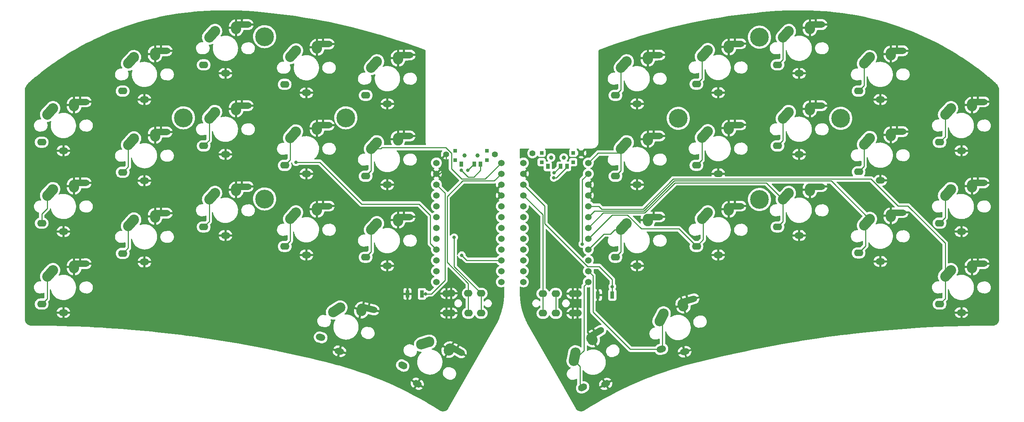
<source format=gbl>
G04 #@! TF.GenerationSoftware,KiCad,Pcbnew,9.0.6*
G04 #@! TF.CreationDate,2025-11-13T20:31:41-08:00*
G04 #@! TF.ProjectId,doktuh-kb,646f6b74-7568-42d6-9b62-2e6b69636164,rev?*
G04 #@! TF.SameCoordinates,Original*
G04 #@! TF.FileFunction,Copper,L2,Bot*
G04 #@! TF.FilePolarity,Positive*
%FSLAX46Y46*%
G04 Gerber Fmt 4.6, Leading zero omitted, Abs format (unit mm)*
G04 Created by KiCad (PCBNEW 9.0.6) date 2025-11-13 20:31:41*
%MOMM*%
%LPD*%
G01*
G04 APERTURE LIST*
G04 Aperture macros list*
%AMHorizOval*
0 Thick line with rounded ends*
0 $1 width*
0 $2 $3 position (X,Y) of the first rounded end (center of the circle)*
0 $4 $5 position (X,Y) of the second rounded end (center of the circle)*
0 Add line between two ends*
20,1,$1,$2,$3,$4,$5,0*
0 Add two circle primitives to create the rounded ends*
1,1,$1,$2,$3*
1,1,$1,$4,$5*%
G04 Aperture macros list end*
G04 #@! TA.AperFunction,ComponentPad*
%ADD10C,1.397000*%
G04 #@! TD*
G04 #@! TA.AperFunction,ComponentPad*
%ADD11O,2.200000X1.600000*%
G04 #@! TD*
G04 #@! TA.AperFunction,ComponentPad*
%ADD12HorizOval,2.400000X-0.669131X-0.743145X0.669131X0.743145X0*%
G04 #@! TD*
G04 #@! TA.AperFunction,ComponentPad*
%ADD13C,2.400000*%
G04 #@! TD*
G04 #@! TA.AperFunction,ComponentPad*
%ADD14O,2.200000X1.500000*%
G04 #@! TD*
G04 #@! TA.AperFunction,ComponentPad*
%ADD15O,2.400000X2.950000*%
G04 #@! TD*
G04 #@! TA.AperFunction,ComponentPad*
%ADD16HorizOval,1.500000X1.449945X0.012653X-1.449945X-0.012653X0*%
G04 #@! TD*
G04 #@! TA.AperFunction,ComponentPad*
%ADD17HorizOval,1.600000X0.259808X-0.150000X-0.259808X0.150000X0*%
G04 #@! TD*
G04 #@! TA.AperFunction,ComponentPad*
%ADD18HorizOval,2.400000X-0.951057X-0.309017X0.951057X0.309017X0*%
G04 #@! TD*
G04 #@! TA.AperFunction,ComponentPad*
%ADD19HorizOval,1.500000X0.303109X-0.175000X-0.303109X0.175000X0*%
G04 #@! TD*
G04 #@! TA.AperFunction,ComponentPad*
%ADD20HorizOval,2.400000X-0.137500X-0.238157X0.137500X0.238157X0*%
G04 #@! TD*
G04 #@! TA.AperFunction,ComponentPad*
%ADD21HorizOval,1.500000X1.262016X-0.714014X-1.262016X0.714014X0*%
G04 #@! TD*
G04 #@! TA.AperFunction,ComponentPad*
%ADD22HorizOval,1.600000X0.289778X-0.077646X-0.289778X0.077646X0*%
G04 #@! TD*
G04 #@! TA.AperFunction,ComponentPad*
%ADD23HorizOval,2.400000X-0.838671X-0.544639X0.838671X0.544639X0*%
G04 #@! TD*
G04 #@! TA.AperFunction,ComponentPad*
%ADD24HorizOval,1.500000X0.338074X-0.090587X-0.338074X0.090587X0*%
G04 #@! TD*
G04 #@! TA.AperFunction,ComponentPad*
%ADD25HorizOval,2.400000X-0.071175X-0.265630X0.071175X0.265630X0*%
G04 #@! TD*
G04 #@! TA.AperFunction,ComponentPad*
%ADD26HorizOval,1.500000X1.403814X-0.363051X-1.403814X0.363051X0*%
G04 #@! TD*
G04 #@! TA.AperFunction,ComponentPad*
%ADD27C,4.400000*%
G04 #@! TD*
G04 #@! TA.AperFunction,ComponentPad*
%ADD28C,1.524000*%
G04 #@! TD*
G04 #@! TA.AperFunction,ComponentPad*
%ADD29O,2.000000X1.600000*%
G04 #@! TD*
G04 #@! TA.AperFunction,ComponentPad*
%ADD30HorizOval,1.600000X0.259808X0.150000X-0.259808X-0.150000X0*%
G04 #@! TD*
G04 #@! TA.AperFunction,ComponentPad*
%ADD31HorizOval,2.400000X-0.207912X-0.978148X0.207912X0.978148X0*%
G04 #@! TD*
G04 #@! TA.AperFunction,ComponentPad*
%ADD32HorizOval,1.500000X0.303109X0.175000X-0.303109X-0.175000X0*%
G04 #@! TD*
G04 #@! TA.AperFunction,ComponentPad*
%ADD33HorizOval,2.400000X-0.137500X0.238157X0.137500X-0.238157X0*%
G04 #@! TD*
G04 #@! TA.AperFunction,ComponentPad*
%ADD34HorizOval,1.500000X1.249362X0.735931X-1.249362X-0.735931X0*%
G04 #@! TD*
G04 #@! TA.AperFunction,ComponentPad*
%ADD35HorizOval,1.600000X0.289778X0.077646X-0.289778X-0.077646X0*%
G04 #@! TD*
G04 #@! TA.AperFunction,ComponentPad*
%ADD36HorizOval,2.400000X-0.453990X-0.891007X0.453990X0.891007X0*%
G04 #@! TD*
G04 #@! TA.AperFunction,ComponentPad*
%ADD37HorizOval,1.500000X0.338074X0.090587X-0.338074X-0.090587X0*%
G04 #@! TD*
G04 #@! TA.AperFunction,ComponentPad*
%ADD38HorizOval,2.400000X-0.071175X0.265630X0.071175X-0.265630X0*%
G04 #@! TD*
G04 #@! TA.AperFunction,ComponentPad*
%ADD39HorizOval,1.500000X1.397264X0.387496X-1.397264X-0.387496X0*%
G04 #@! TD*
G04 #@! TA.AperFunction,WasherPad*
%ADD40C,1.000000*%
G04 #@! TD*
G04 #@! TA.AperFunction,SMDPad,CuDef*
%ADD41R,0.900000X0.900000*%
G04 #@! TD*
G04 #@! TA.AperFunction,SMDPad,CuDef*
%ADD42R,0.900000X1.250000*%
G04 #@! TD*
G04 #@! TA.AperFunction,SMDPad,CuDef*
%ADD43R,0.900000X1.700000*%
G04 #@! TD*
G04 #@! TA.AperFunction,ViaPad*
%ADD44C,0.800000*%
G04 #@! TD*
G04 #@! TA.AperFunction,Conductor*
%ADD45C,0.250000*%
G04 #@! TD*
G04 APERTURE END LIST*
D10*
X146190005Y-83736002D03*
X134760005Y-83736002D03*
D11*
X39900000Y-80900000D03*
D12*
X41869131Y-73706855D03*
D13*
X42500000Y-73000000D03*
D14*
X45000000Y-82900000D03*
D15*
X47500000Y-72200000D03*
D16*
X48900042Y-71459599D03*
D11*
X58900000Y-68900000D03*
D12*
X60869131Y-61706855D03*
D13*
X61500000Y-61000000D03*
D14*
X64000000Y-70900000D03*
D15*
X66500000Y-60200000D03*
D16*
X67900042Y-59459599D03*
D11*
X77900000Y-62760000D03*
D12*
X79869131Y-55566855D03*
D13*
X80500000Y-54860000D03*
D14*
X83000000Y-64760000D03*
D15*
X85500000Y-54060000D03*
D16*
X86900042Y-53319599D03*
D11*
X96894000Y-67332000D03*
D12*
X98863131Y-60138855D03*
D13*
X99494000Y-59432000D03*
D14*
X101994000Y-69332000D03*
D15*
X104494000Y-58632000D03*
D16*
X105894042Y-57891599D03*
D11*
X115900000Y-69900000D03*
D12*
X117869131Y-62706855D03*
D13*
X118500000Y-62000000D03*
D14*
X121000000Y-71900000D03*
D15*
X123500000Y-61200000D03*
D16*
X124900042Y-60459599D03*
D11*
X39900000Y-99900000D03*
D12*
X41869131Y-92706855D03*
D13*
X42500000Y-92000000D03*
D14*
X45000000Y-101900000D03*
D15*
X47500000Y-91200000D03*
D16*
X48900042Y-90459599D03*
D11*
X58900000Y-87974000D03*
D12*
X60869131Y-80780855D03*
D13*
X61500000Y-80074000D03*
D14*
X64000000Y-89974000D03*
D15*
X66500000Y-79274000D03*
D16*
X67900042Y-78533599D03*
D11*
X77900000Y-81778000D03*
D12*
X79869131Y-74584855D03*
D13*
X80500000Y-73878000D03*
D14*
X83000000Y-83778000D03*
D15*
X85500000Y-73078000D03*
D16*
X86900042Y-72337599D03*
D11*
X96900000Y-86350000D03*
D12*
X98869131Y-79156855D03*
D13*
X99500000Y-78450000D03*
D14*
X102000000Y-88350000D03*
D15*
X104500000Y-77650000D03*
D16*
X105900042Y-76909599D03*
D11*
X115880000Y-88890000D03*
D12*
X117849131Y-81696855D03*
D13*
X118480000Y-80990000D03*
D14*
X120980000Y-90890000D03*
D15*
X123480000Y-80190000D03*
D16*
X124880042Y-79449599D03*
D11*
X39900000Y-118900000D03*
D12*
X41869131Y-111706855D03*
D13*
X42500000Y-111000000D03*
D14*
X45000000Y-120900000D03*
D15*
X47500000Y-110200000D03*
D16*
X48900042Y-109459599D03*
D11*
X58908000Y-107024000D03*
D12*
X60877131Y-99830855D03*
D13*
X61508000Y-99124000D03*
D14*
X64008000Y-109024000D03*
D15*
X66508000Y-98324000D03*
D16*
X67908042Y-97583599D03*
D11*
X77900000Y-100796000D03*
D12*
X79869131Y-93602855D03*
D13*
X80500000Y-92896000D03*
D14*
X83000000Y-102796000D03*
D15*
X85500000Y-92096000D03*
D16*
X86900042Y-91355599D03*
D11*
X96900000Y-105368000D03*
D12*
X98869131Y-98174855D03*
D13*
X99500000Y-97468000D03*
D14*
X102000000Y-107368000D03*
D15*
X104500000Y-96668000D03*
D16*
X105900042Y-95927599D03*
D17*
X124583270Y-133331499D03*
D18*
X129885160Y-128086618D03*
D13*
X130784936Y-127789898D03*
D19*
X128000000Y-137613550D03*
D20*
X135515064Y-129597078D03*
D21*
X137097736Y-129655893D03*
D22*
X105336384Y-126735134D03*
D23*
X109100141Y-120296738D03*
D13*
X109892462Y-119777249D03*
D24*
X109744968Y-129986962D03*
D25*
X114929146Y-120298604D03*
D26*
X116473113Y-119945789D03*
D27*
X73152000Y-75184000D03*
X92202000Y-56134000D03*
X92202000Y-94234000D03*
X111252000Y-75184000D03*
D11*
X115880000Y-107908000D03*
D12*
X117849131Y-100714855D03*
D13*
X118480000Y-100008000D03*
D14*
X120980000Y-109908000D03*
D15*
X123480000Y-99208000D03*
D16*
X124880042Y-98467599D03*
D28*
X147705400Y-85768000D03*
X147705400Y-88308000D03*
X147705400Y-90848000D03*
X147705400Y-93388000D03*
X147705400Y-95928000D03*
X147705400Y-98468000D03*
X147705400Y-101008000D03*
X147705400Y-103548000D03*
X147705400Y-106088000D03*
X147705400Y-108628000D03*
X147705400Y-111168000D03*
X147705400Y-113708000D03*
X132485400Y-113708000D03*
X132485400Y-111168000D03*
X132485400Y-108628000D03*
X132485400Y-106088000D03*
X132485400Y-103548000D03*
X132485400Y-101008000D03*
X132485400Y-98468000D03*
X132485400Y-95928000D03*
X132485400Y-93388000D03*
X132485400Y-90848000D03*
X132485400Y-88308000D03*
X132485400Y-85768000D03*
D10*
X166459840Y-83482002D03*
X155029840Y-83482002D03*
D27*
X189219840Y-75311000D03*
X208269840Y-56261000D03*
X208269840Y-94361000D03*
X227319840Y-75311000D03*
D29*
X160487840Y-121064000D03*
X160467840Y-116434000D03*
X157487840Y-121064000D03*
X157467840Y-116434000D03*
X165567840Y-121034000D03*
X165587840Y-116464000D03*
X164487840Y-121064000D03*
X164467840Y-116434000D03*
D11*
X193485840Y-86318000D03*
D12*
X195454971Y-79124855D03*
D13*
X196085840Y-78418000D03*
D14*
X198585840Y-88318000D03*
D15*
X201085840Y-77618000D03*
D16*
X202485882Y-76877599D03*
D11*
X250531840Y-118900000D03*
D12*
X252500971Y-111706855D03*
D13*
X253131840Y-111000000D03*
D14*
X255631840Y-120900000D03*
D15*
X258131840Y-110200000D03*
D16*
X259531882Y-109459599D03*
D11*
X212487840Y-100796000D03*
D12*
X214456971Y-93602855D03*
D13*
X215087840Y-92896000D03*
D14*
X217587840Y-102796000D03*
D15*
X220087840Y-92096000D03*
D16*
X221487882Y-91355599D03*
D11*
X193485840Y-105368000D03*
D12*
X195454971Y-98174855D03*
D13*
X196085840Y-97468000D03*
D14*
X198585840Y-107368000D03*
D15*
X201085840Y-96668000D03*
D16*
X202485882Y-95927599D03*
D11*
X193485840Y-67268000D03*
D12*
X195454971Y-60074855D03*
D13*
X196085840Y-59368000D03*
D14*
X198585840Y-69268000D03*
D15*
X201085840Y-58568000D03*
D16*
X202485882Y-57827599D03*
D11*
X231513840Y-68900000D03*
D12*
X233482971Y-61706855D03*
D13*
X234113840Y-61000000D03*
D14*
X236613840Y-70900000D03*
D15*
X239113840Y-60200000D03*
D16*
X240513882Y-59459599D03*
D11*
X212487840Y-62760000D03*
D12*
X214456971Y-55566855D03*
D13*
X215087840Y-54860000D03*
D14*
X217587840Y-64760000D03*
D15*
X220087840Y-54060000D03*
D16*
X221487882Y-53319599D03*
D11*
X231513840Y-87874000D03*
D12*
X233482971Y-80680855D03*
D13*
X234113840Y-79974000D03*
D14*
X236613840Y-89874000D03*
D15*
X239113840Y-79174000D03*
D16*
X240513882Y-78433599D03*
D11*
X212487840Y-81778000D03*
D12*
X214456971Y-74584855D03*
D13*
X215087840Y-73878000D03*
D14*
X217587840Y-83778000D03*
D15*
X220087840Y-73078000D03*
D16*
X221487882Y-72337599D03*
D11*
X231513840Y-106892000D03*
D12*
X233482971Y-99698855D03*
D13*
X234113840Y-98992000D03*
D14*
X236613840Y-108892000D03*
D15*
X239113840Y-98192000D03*
D16*
X240513882Y-97451599D03*
D11*
X174485840Y-88890000D03*
D12*
X176454971Y-81696855D03*
D13*
X177085840Y-80990000D03*
D14*
X179585840Y-90890000D03*
D15*
X182085840Y-80190000D03*
D16*
X183485882Y-79449599D03*
D11*
X250531840Y-99900000D03*
D12*
X252500971Y-92706855D03*
D13*
X253131840Y-92000000D03*
D14*
X255631840Y-101900000D03*
D15*
X258131840Y-91200000D03*
D16*
X259531882Y-90459599D03*
D11*
X250531840Y-80900000D03*
D12*
X252500971Y-73706855D03*
D13*
X253131840Y-73000000D03*
D14*
X255631840Y-82900000D03*
D15*
X258131840Y-72200000D03*
D16*
X259531882Y-71459599D03*
D11*
X174485840Y-69900000D03*
D12*
X176454971Y-62706855D03*
D13*
X177085840Y-62000000D03*
D14*
X179585840Y-71900000D03*
D15*
X182085840Y-61200000D03*
D16*
X183485882Y-60459599D03*
D30*
X166784270Y-138469499D03*
D31*
X164893015Y-131255487D03*
D13*
X165085936Y-130327898D03*
D32*
X172201000Y-137651550D03*
D33*
X169016064Y-127135078D03*
D34*
X169858335Y-125793851D03*
D11*
X174485840Y-107908000D03*
D12*
X176454971Y-100714855D03*
D13*
X177085840Y-100008000D03*
D14*
X179585840Y-109908000D03*
D15*
X182085840Y-99208000D03*
D16*
X183485882Y-98467599D03*
D35*
X185263013Y-129497088D03*
D36*
X185303323Y-122039395D03*
D13*
X185729749Y-121193344D03*
D37*
X190706872Y-130108962D03*
D38*
X190352323Y-119126508D03*
D39*
X191513030Y-118048977D03*
D28*
X168129240Y-85768000D03*
X168129240Y-88308000D03*
X168129240Y-90848000D03*
X168129240Y-93388000D03*
X168129240Y-95928000D03*
X168129240Y-98468000D03*
X168129240Y-101008000D03*
X168129240Y-103548000D03*
X168129240Y-106088000D03*
X168129240Y-108628000D03*
X168129240Y-111168000D03*
X168129240Y-113708000D03*
X152909240Y-113708000D03*
X152909240Y-111168000D03*
X152909240Y-108628000D03*
X152909240Y-106088000D03*
X152909240Y-103548000D03*
X152909240Y-101008000D03*
X152909240Y-98468000D03*
X152909240Y-95928000D03*
X152909240Y-93388000D03*
X152909240Y-90848000D03*
X152909240Y-88308000D03*
X152909240Y-85768000D03*
D29*
X139970000Y-116404000D03*
X139990000Y-121034000D03*
X142970000Y-116404000D03*
X142990000Y-121034000D03*
X134890000Y-116434000D03*
X134870000Y-121004000D03*
X135970000Y-116404000D03*
X135990000Y-121034000D03*
D40*
X142102000Y-83990000D03*
X139102000Y-83990000D03*
D41*
X144302000Y-85090000D03*
X144302000Y-82890000D03*
X136902000Y-85090000D03*
X136902000Y-82890000D03*
D42*
X138352000Y-86065000D03*
X141352000Y-86065000D03*
X142852000Y-86065000D03*
D43*
X125694000Y-116502000D03*
X129094000Y-116502000D03*
D40*
X162371840Y-84498000D03*
X159371840Y-84498000D03*
D41*
X164571840Y-85598000D03*
X164571840Y-83398000D03*
X157171840Y-85598000D03*
X157171840Y-83398000D03*
D42*
X158621840Y-86573000D03*
X161621840Y-86573000D03*
X163121840Y-86573000D03*
D43*
X170347840Y-116756000D03*
X173747840Y-116756000D03*
D44*
X160109840Y-88054000D03*
X136652000Y-103251000D03*
X129934000Y-116502000D03*
X138430000Y-107442000D03*
X99568000Y-85598000D03*
X160020000Y-89281000D03*
X138352000Y-87510000D03*
X139852000Y-87534000D03*
X166713840Y-104818000D03*
X173747840Y-114802000D03*
D45*
X160140840Y-88054000D02*
X161621840Y-86573000D01*
X160109840Y-88054000D02*
X160140840Y-88054000D01*
X133236000Y-88308000D02*
X132485400Y-88308000D01*
X134760000Y-83736000D02*
X134760000Y-86784000D01*
X134760000Y-86784000D02*
X133236000Y-88308000D01*
X157467840Y-121044000D02*
X157487840Y-121064000D01*
X157467840Y-116434000D02*
X157467840Y-121044000D01*
X152909240Y-93388000D02*
X157467840Y-97946600D01*
X157467840Y-97946600D02*
X157467840Y-116434000D01*
X136652000Y-110086000D02*
X142970000Y-116404000D01*
X142970000Y-116404000D02*
X142970000Y-121014000D01*
X142970000Y-121014000D02*
X142990000Y-121034000D01*
X136652000Y-103251000D02*
X136652000Y-110086000D01*
X135014000Y-109083718D02*
X135014000Y-93642000D01*
X139970000Y-121014000D02*
X139990000Y-121034000D01*
X139970000Y-114039718D02*
X135014000Y-109083718D01*
X146028880Y-89984520D02*
X147705400Y-88308000D01*
X139970000Y-116404000D02*
X139970000Y-114039718D01*
X139970000Y-116404000D02*
X139970000Y-121014000D01*
X138671480Y-89984520D02*
X146028880Y-89984520D01*
X135014000Y-93642000D02*
X138671480Y-89984520D01*
X129934000Y-116502000D02*
X129094000Y-116502000D01*
X134493000Y-113309162D02*
X131300162Y-116502000D01*
X131300162Y-116502000D02*
X129934000Y-116502000D01*
X134493000Y-92855600D02*
X134493000Y-113309162D01*
X132485400Y-90848000D02*
X134493000Y-92855600D01*
X139616000Y-108628000D02*
X147705400Y-108628000D01*
X138430000Y-107442000D02*
X139616000Y-108628000D01*
X39900000Y-97759002D02*
X39900000Y-99900000D01*
X131082700Y-98092700D02*
X131082700Y-104685300D01*
X128410000Y-95420000D02*
X131082700Y-98092700D01*
X99568000Y-85598000D02*
X105126000Y-85598000D01*
X105126000Y-85598000D02*
X114948000Y-95420000D01*
X41200000Y-96459002D02*
X39900000Y-97759002D01*
X41200000Y-93450000D02*
X41200000Y-96459002D01*
X131082700Y-104685300D02*
X132485400Y-106088000D01*
X114948000Y-95420000D02*
X128410000Y-95420000D01*
X60200000Y-81524000D02*
X60200000Y-86674000D01*
X60200000Y-86674000D02*
X58900000Y-87974000D01*
X79200000Y-80478000D02*
X77900000Y-81778000D01*
X79200000Y-75328000D02*
X79200000Y-80478000D01*
X98200000Y-85050000D02*
X96900000Y-86350000D01*
X98200000Y-79900000D02*
X98200000Y-85050000D01*
X117180000Y-82440000D02*
X119422998Y-82440000D01*
X119422998Y-82440000D02*
X119697519Y-82165479D01*
X138430000Y-89535000D02*
X143938400Y-89535000D01*
X134704261Y-82165479D02*
X136034609Y-83495827D01*
X136034609Y-83495827D02*
X136034609Y-87139609D01*
X136034609Y-87139609D02*
X138430000Y-89535000D01*
X117180000Y-87590000D02*
X115880000Y-88890000D01*
X119697519Y-82165479D02*
X134704261Y-82165479D01*
X143938400Y-89535000D02*
X147705400Y-85768000D01*
X117180000Y-82440000D02*
X117180000Y-87590000D01*
X41200000Y-117600000D02*
X39900000Y-118900000D01*
X41200000Y-112450000D02*
X41200000Y-117600000D01*
X60208000Y-105724000D02*
X58908000Y-107024000D01*
X60208000Y-100574000D02*
X60208000Y-105724000D01*
X79200000Y-94346000D02*
X79200000Y-99496000D01*
X79200000Y-99496000D02*
X77900000Y-100796000D01*
X98200000Y-104068000D02*
X96900000Y-105368000D01*
X98200000Y-98918000D02*
X98200000Y-104068000D01*
X117180000Y-101458000D02*
X117180000Y-106608000D01*
X117180000Y-106608000D02*
X115880000Y-107908000D01*
X142852000Y-86065000D02*
X142852000Y-87526000D01*
X139927480Y-89085480D02*
X138352000Y-87510000D01*
X160588840Y-89281000D02*
X163121840Y-86748000D01*
X142852000Y-87526000D02*
X141292520Y-89085480D01*
X160020000Y-89281000D02*
X160588840Y-89281000D01*
X163121840Y-86748000D02*
X163121840Y-86573000D01*
X141292520Y-89085480D02*
X139927480Y-89085480D01*
X141352000Y-86065000D02*
X141321000Y-86065000D01*
X141321000Y-86065000D02*
X139852000Y-87534000D01*
X160467840Y-121044000D02*
X160487840Y-121064000D01*
X160467840Y-116434000D02*
X160467840Y-121044000D01*
X166713840Y-104818000D02*
X166713840Y-89723400D01*
X166713840Y-104818000D02*
X166713840Y-104818000D01*
X166713840Y-89723400D02*
X168129240Y-88308000D01*
X167973477Y-110080999D02*
X157917850Y-100025372D01*
X157917850Y-100025372D02*
X157917850Y-95856610D01*
X173747840Y-113122000D02*
X170706839Y-110080999D01*
X173747840Y-114802000D02*
X173747840Y-113122000D01*
X170706839Y-110080999D02*
X167973477Y-110080999D01*
X157917850Y-95856610D02*
X152909240Y-90848000D01*
X173747840Y-116756000D02*
X173747840Y-114802000D01*
X194785840Y-79868000D02*
X194785840Y-85018000D01*
X194785840Y-85018000D02*
X193485840Y-86318000D01*
X175785840Y-87590000D02*
X174485840Y-88890000D01*
X175785840Y-82440000D02*
X175785840Y-87590000D01*
X168129240Y-85768000D02*
X170447240Y-83450000D01*
X170447240Y-83450000D02*
X175775840Y-83450000D01*
X251831840Y-117600000D02*
X250531840Y-118900000D01*
X251831840Y-112450000D02*
X251831840Y-117600000D01*
X171360030Y-96609970D02*
X171359540Y-96610460D01*
X251831840Y-112450000D02*
X251831840Y-104638840D01*
X243078000Y-95885000D02*
X240754547Y-95885000D01*
X188054331Y-89535000D02*
X180979361Y-96609970D01*
X171359540Y-96610460D02*
X171286460Y-96610460D01*
X234404547Y-89535000D02*
X188054331Y-89535000D01*
X180979361Y-96609970D02*
X171360030Y-96609970D01*
X251831840Y-104638840D02*
X243078000Y-95885000D01*
X171286460Y-96610460D02*
X170604000Y-95928000D01*
X240754547Y-95885000D02*
X234404547Y-89535000D01*
X170604000Y-95928000D02*
X168129240Y-95928000D01*
X232813840Y-100442000D02*
X233172000Y-100800160D01*
X169537260Y-97059980D02*
X181165761Y-97059980D01*
X181165761Y-97059980D02*
X188241221Y-89984520D01*
X233172000Y-105233840D02*
X231513840Y-106892000D01*
X233172000Y-100800160D02*
X233172000Y-105233840D01*
X168129240Y-98468000D02*
X169537260Y-97059980D01*
X225106360Y-89984520D02*
X234113840Y-98992000D01*
X188241221Y-89984520D02*
X225106360Y-89984520D01*
X213787840Y-94346000D02*
X213787840Y-99496000D01*
X213787840Y-99496000D02*
X212487840Y-100796000D01*
X186929001Y-91962999D02*
X188457960Y-90434040D01*
X186899152Y-91962999D02*
X186929001Y-91962999D01*
X209875880Y-90434040D02*
X213787840Y-94346000D01*
X168129240Y-101008000D02*
X171627250Y-97509990D01*
X171627250Y-97509990D02*
X181352161Y-97509990D01*
X188457960Y-90434040D02*
X209875880Y-90434040D01*
X181352161Y-97509990D02*
X186899152Y-91962999D01*
X168129240Y-103548000D02*
X173717240Y-97960000D01*
X173717240Y-97960000D02*
X177312879Y-97960000D01*
X177312879Y-97960000D02*
X180585878Y-101232999D01*
X180585878Y-101232999D02*
X189350839Y-101232999D01*
X189350839Y-101232999D02*
X193485840Y-105368000D01*
X195072000Y-103781840D02*
X193485840Y-105368000D01*
X195072000Y-99204160D02*
X195072000Y-103781840D01*
X194785840Y-98918000D02*
X195072000Y-99204160D01*
X174293840Y-101458000D02*
X173283840Y-102468000D01*
X175785840Y-101458000D02*
X174293840Y-101458000D01*
X175785840Y-101458000D02*
X175785840Y-106608000D01*
X175785840Y-106608000D02*
X174485840Y-107908000D01*
X171749240Y-102468000D02*
X173283840Y-102468000D01*
X168129240Y-106088000D02*
X171749240Y-102468000D01*
X169216241Y-120752401D02*
X177960928Y-129497088D01*
X169216241Y-112255001D02*
X169216241Y-120752401D01*
X184849333Y-122930402D02*
X185497458Y-123578527D01*
X177960928Y-129497088D02*
X185263013Y-129497088D01*
X185497458Y-123578527D02*
X185497458Y-129262643D01*
X168129240Y-111168000D02*
X169216241Y-112255001D01*
X185497458Y-129262643D02*
X185263013Y-129497088D01*
X166143432Y-133575124D02*
X166143432Y-137711821D01*
X166143432Y-137711821D02*
X166901110Y-138469499D01*
X164801943Y-132233635D02*
X166143432Y-133575124D01*
X168129240Y-113708000D02*
X167132000Y-114705240D01*
X167132000Y-114705240D02*
X167132000Y-129786738D01*
X167132000Y-129786738D02*
X164685103Y-132233635D01*
X251831840Y-79600000D02*
X250531840Y-80900000D01*
X251831840Y-74450000D02*
X251831840Y-79600000D01*
X232813840Y-67600000D02*
X231513840Y-68900000D01*
X232813840Y-62450000D02*
X232813840Y-67600000D01*
X213787840Y-56310000D02*
X213787840Y-61460000D01*
X213787840Y-61460000D02*
X212487840Y-62760000D01*
X194785840Y-65968000D02*
X193485840Y-67268000D01*
X194785840Y-60818000D02*
X194785840Y-65968000D01*
X175785840Y-63450000D02*
X175785840Y-68600000D01*
X175785840Y-68600000D02*
X174485840Y-69900000D01*
X251831840Y-98600000D02*
X250531840Y-99900000D01*
X251831840Y-93450000D02*
X251831840Y-98600000D01*
X232813840Y-81424000D02*
X232813840Y-86574000D01*
X232813840Y-86574000D02*
X231513840Y-87874000D01*
X213787840Y-80478000D02*
X212487840Y-81778000D01*
X213787840Y-75328000D02*
X213787840Y-80478000D01*
G04 #@! TA.AperFunction,Conductor*
G36*
X85797894Y-49973615D02*
G01*
X85802192Y-49973886D01*
X85810981Y-49975714D01*
X85831525Y-49974080D01*
X85840266Y-49973385D01*
X85857625Y-49973204D01*
X88071897Y-50102945D01*
X88073876Y-50103076D01*
X90325011Y-50270573D01*
X90326988Y-50270736D01*
X92575150Y-50473644D01*
X92577124Y-50473838D01*
X94821812Y-50712110D01*
X94823783Y-50712335D01*
X97064450Y-50985913D01*
X97066417Y-50986169D01*
X99302509Y-51294987D01*
X99304471Y-51295274D01*
X100188145Y-51431523D01*
X101535389Y-51639248D01*
X101537280Y-51639554D01*
X103762697Y-52018635D01*
X103764522Y-52018961D01*
X105983583Y-52433007D01*
X105985478Y-52433376D01*
X107468760Y-52734372D01*
X108197741Y-52882301D01*
X108199684Y-52882711D01*
X110404548Y-53366392D01*
X110406449Y-53366824D01*
X112603466Y-53885164D01*
X112605346Y-53885623D01*
X114793971Y-54438491D01*
X114795838Y-54438978D01*
X116975493Y-55026233D01*
X116977321Y-55026741D01*
X118187882Y-55373426D01*
X119147495Y-55648244D01*
X119149397Y-55648806D01*
X121309286Y-56304323D01*
X121311180Y-56304913D01*
X123460690Y-56994415D01*
X123462574Y-56995036D01*
X125600887Y-57718265D01*
X125602688Y-57718889D01*
X127119720Y-58258744D01*
X127729428Y-58475716D01*
X127731291Y-58476396D01*
X129782058Y-59242766D01*
X129792305Y-59247121D01*
X129799386Y-59250507D01*
X129806850Y-59255486D01*
X129815413Y-59258170D01*
X129823165Y-59261877D01*
X129823238Y-59261906D01*
X129823396Y-59261988D01*
X129823514Y-59262044D01*
X129823512Y-59262048D01*
X129826666Y-59263676D01*
X129835521Y-59267544D01*
X129838951Y-59269507D01*
X129838725Y-59269901D01*
X129845456Y-59273376D01*
X129857099Y-59280937D01*
X129883977Y-59304419D01*
X129905175Y-59329050D01*
X129924392Y-59359130D01*
X129936927Y-59386725D01*
X129937831Y-59388716D01*
X129947841Y-59422979D01*
X129949944Y-59437677D01*
X129951205Y-59457060D01*
X129951195Y-59457857D01*
X129949814Y-59466729D01*
X129950978Y-59475630D01*
X129950978Y-59475634D01*
X129953926Y-59498174D01*
X129954990Y-59514541D01*
X129950011Y-80815670D01*
X129948266Y-80836540D01*
X129944929Y-80856377D01*
X129944776Y-80868916D01*
X129946886Y-80883650D01*
X129947835Y-80892497D01*
X129957251Y-81024166D01*
X129960769Y-81073345D01*
X129961536Y-81084076D01*
X129991131Y-81220122D01*
X130005394Y-81285687D01*
X130007388Y-81294855D01*
X130008957Y-81299063D01*
X130008961Y-81299075D01*
X130032411Y-81361946D01*
X130037477Y-81432762D01*
X130003452Y-81495074D01*
X129941140Y-81529099D01*
X129914356Y-81531979D01*
X125057376Y-81531979D01*
X124989255Y-81511977D01*
X124942762Y-81458321D01*
X124932658Y-81388047D01*
X124945868Y-81347312D01*
X125049907Y-81149566D01*
X125053699Y-81140804D01*
X125135395Y-80904212D01*
X125137814Y-80894991D01*
X125153784Y-80807544D01*
X125185699Y-80744126D01*
X125246834Y-80708029D01*
X125276635Y-80704186D01*
X126395129Y-80694426D01*
X126400730Y-80694127D01*
X126558912Y-80678618D01*
X126569904Y-80676540D01*
X126775176Y-80618454D01*
X126785618Y-80614467D01*
X126977370Y-80520943D01*
X126986940Y-80515170D01*
X127159091Y-80389175D01*
X127167498Y-80381790D01*
X127314617Y-80227298D01*
X127321575Y-80218551D01*
X127439015Y-80040444D01*
X127444315Y-80030602D01*
X127528359Y-79834513D01*
X127531831Y-79823891D01*
X127560934Y-79697829D01*
X127560106Y-79683751D01*
X127551196Y-79680299D01*
X125136249Y-79701373D01*
X124754263Y-79704706D01*
X124685970Y-79685299D01*
X124639010Y-79632051D01*
X124627168Y-79579810D01*
X124623835Y-79197824D01*
X124615232Y-78211981D01*
X124612503Y-78202978D01*
X125123172Y-78202978D01*
X125131658Y-79175274D01*
X125136266Y-79190477D01*
X125137668Y-79191670D01*
X125145364Y-79193274D01*
X127546131Y-79172322D01*
X127560080Y-79168094D01*
X127561489Y-79158457D01*
X127561437Y-79158221D01*
X127496926Y-78954858D01*
X127492616Y-78944554D01*
X127393113Y-78755831D01*
X127387047Y-78746454D01*
X127255697Y-78578333D01*
X127248061Y-78570173D01*
X127089022Y-78427976D01*
X127080058Y-78421295D01*
X126898353Y-78309508D01*
X126888348Y-78304520D01*
X126689714Y-78226676D01*
X126678989Y-78223540D01*
X126468741Y-78181911D01*
X126459596Y-78180787D01*
X126409000Y-78178312D01*
X126405372Y-78178240D01*
X125141172Y-78189272D01*
X125125969Y-78193880D01*
X125124776Y-78195282D01*
X125123172Y-78202978D01*
X124612503Y-78202978D01*
X124610624Y-78196778D01*
X124609222Y-78195585D01*
X124601526Y-78193981D01*
X123752118Y-78201394D01*
X123736915Y-78206002D01*
X123735532Y-78207627D01*
X123734000Y-78214820D01*
X123734000Y-80318000D01*
X123713998Y-80386121D01*
X123660342Y-80432614D01*
X123608000Y-80444000D01*
X121790115Y-80444000D01*
X121774876Y-80448475D01*
X121773671Y-80449865D01*
X121772000Y-80457548D01*
X121772000Y-80528687D01*
X121772181Y-80533453D01*
X121786321Y-80719347D01*
X121787763Y-80728770D01*
X121844281Y-80972601D01*
X121847137Y-80981714D01*
X121939880Y-81214177D01*
X121944083Y-81222757D01*
X122014255Y-81342124D01*
X122031534Y-81410986D01*
X122008841Y-81478258D01*
X121953381Y-81522582D01*
X121905634Y-81531979D01*
X120298345Y-81531979D01*
X120230224Y-81511977D01*
X120183731Y-81458321D01*
X120173627Y-81388047D01*
X120174897Y-81380751D01*
X120217320Y-81173165D01*
X120217320Y-81173164D01*
X120218279Y-81168472D01*
X120218535Y-81163339D01*
X120230965Y-80913637D01*
X120230965Y-80913636D01*
X120231203Y-80908855D01*
X120204709Y-80650270D01*
X120139406Y-80398668D01*
X120036797Y-80159839D01*
X120032203Y-80152472D01*
X119901774Y-79943337D01*
X119901773Y-79943335D01*
X119899243Y-79939279D01*
X119892755Y-79931722D01*
X119880874Y-79917885D01*
X121772000Y-79917885D01*
X121776475Y-79933124D01*
X121777865Y-79934329D01*
X121785548Y-79936000D01*
X123207885Y-79936000D01*
X123223124Y-79931525D01*
X123224329Y-79930135D01*
X123226000Y-79922452D01*
X123226000Y-78236261D01*
X123221764Y-78221834D01*
X123209410Y-78219773D01*
X123201164Y-78220581D01*
X123190190Y-78222655D01*
X123111190Y-78245010D01*
X123098869Y-78247838D01*
X123058694Y-78254958D01*
X123049460Y-78257329D01*
X122812444Y-78337785D01*
X122803675Y-78341525D01*
X122581553Y-78456909D01*
X122573453Y-78461931D01*
X122371341Y-78609584D01*
X122364085Y-78615781D01*
X122186644Y-78792296D01*
X122180404Y-78799525D01*
X122031700Y-79000853D01*
X122026630Y-79008934D01*
X121910090Y-79230440D01*
X121906301Y-79239196D01*
X121824605Y-79475788D01*
X121822186Y-79485010D01*
X121777083Y-79731969D01*
X121776147Y-79739975D01*
X121772088Y-79817427D01*
X121772000Y-79820763D01*
X121772000Y-79917885D01*
X119880874Y-79917885D01*
X119733019Y-79745683D01*
X119729910Y-79742062D01*
X119532694Y-79572729D01*
X119528644Y-79570203D01*
X119528641Y-79570201D01*
X119393557Y-79485956D01*
X119312133Y-79435176D01*
X119305847Y-79432475D01*
X119122089Y-79353526D01*
X119073304Y-79332566D01*
X118821702Y-79267263D01*
X118563118Y-79240769D01*
X118558337Y-79241007D01*
X118558336Y-79241007D01*
X118308281Y-79253455D01*
X118308280Y-79253455D01*
X118303501Y-79253693D01*
X118298822Y-79254649D01*
X118298816Y-79254650D01*
X118053517Y-79304780D01*
X118053513Y-79304781D01*
X118048826Y-79305739D01*
X118033758Y-79311298D01*
X117809444Y-79394051D01*
X117809438Y-79394054D01*
X117804954Y-79395708D01*
X117800767Y-79398024D01*
X117800765Y-79398025D01*
X117581693Y-79519209D01*
X117581690Y-79519211D01*
X117577496Y-79521531D01*
X117573697Y-79524462D01*
X117385393Y-79669738D01*
X117371688Y-79680311D01*
X117312795Y-79739203D01*
X117306288Y-79746430D01*
X117296560Y-79756116D01*
X117247562Y-79799848D01*
X117186047Y-79873812D01*
X117120508Y-79952614D01*
X117117270Y-79956355D01*
X115867720Y-81344119D01*
X115867701Y-81344142D01*
X115866108Y-81345911D01*
X115864655Y-81347795D01*
X115864647Y-81347804D01*
X115779632Y-81458001D01*
X115747821Y-81499234D01*
X115745503Y-81503425D01*
X115745502Y-81503426D01*
X115633942Y-81705100D01*
X115621998Y-81726691D01*
X115532030Y-81970563D01*
X115531073Y-81975246D01*
X115481309Y-82218755D01*
X115479984Y-82225238D01*
X115479746Y-82230018D01*
X115467612Y-82473756D01*
X115467059Y-82484855D01*
X115493553Y-82743440D01*
X115558856Y-82995041D01*
X115577023Y-83037326D01*
X115659416Y-83229100D01*
X115661465Y-83233870D01*
X115663999Y-83237933D01*
X115664001Y-83237937D01*
X115762348Y-83395631D01*
X115781424Y-83464016D01*
X115760500Y-83531860D01*
X115706219Y-83577620D01*
X115633015Y-83586296D01*
X115613031Y-83582682D01*
X115594641Y-83581815D01*
X115589456Y-83581570D01*
X115589449Y-83581570D01*
X115587968Y-83581500D01*
X115419988Y-83581500D01*
X115241825Y-83596617D01*
X115236661Y-83597957D01*
X115236657Y-83597958D01*
X115015625Y-83655327D01*
X115015620Y-83655329D01*
X115010460Y-83656668D01*
X115005594Y-83658860D01*
X114797381Y-83752653D01*
X114797378Y-83752654D01*
X114792520Y-83754843D01*
X114788096Y-83757822D01*
X114788095Y-83757822D01*
X114763140Y-83774623D01*
X114594238Y-83888334D01*
X114590381Y-83892013D01*
X114590379Y-83892015D01*
X114543009Y-83937204D01*
X114421282Y-84053326D01*
X114418099Y-84057603D01*
X114418099Y-84057604D01*
X114398832Y-84083500D01*
X114278598Y-84245100D01*
X114276182Y-84249851D01*
X114276180Y-84249855D01*
X114179246Y-84440512D01*
X114170267Y-84458172D01*
X114148544Y-84528131D01*
X114100968Y-84681349D01*
X114100967Y-84681355D01*
X114099384Y-84686452D01*
X114084648Y-84797629D01*
X114069178Y-84914353D01*
X114067977Y-84923411D01*
X114068177Y-84928740D01*
X114068177Y-84928741D01*
X114070292Y-84985080D01*
X114076945Y-85162274D01*
X114087242Y-85211347D01*
X114124798Y-85390337D01*
X114126030Y-85396211D01*
X114213829Y-85618533D01*
X114337832Y-85822883D01*
X114341329Y-85826913D01*
X114482383Y-85989463D01*
X114494493Y-86003419D01*
X114498619Y-86006802D01*
X114498623Y-86006806D01*
X114593498Y-86084598D01*
X114679333Y-86154978D01*
X114683969Y-86157617D01*
X114683972Y-86157619D01*
X114698195Y-86165715D01*
X114887066Y-86273227D01*
X115111753Y-86354784D01*
X115117002Y-86355733D01*
X115117005Y-86355734D01*
X115342885Y-86396580D01*
X115342893Y-86396581D01*
X115346969Y-86397318D01*
X115365359Y-86398185D01*
X115370544Y-86398430D01*
X115370551Y-86398430D01*
X115372032Y-86398500D01*
X115540012Y-86398500D01*
X115609141Y-86392634D01*
X115712864Y-86383834D01*
X115712868Y-86383833D01*
X115718175Y-86383383D01*
X115723330Y-86382045D01*
X115723336Y-86382044D01*
X115837004Y-86352541D01*
X115868658Y-86348500D01*
X115957890Y-86348500D01*
X116024809Y-86342822D01*
X116124409Y-86334371D01*
X116124413Y-86334370D01*
X116129720Y-86333920D01*
X116134875Y-86332582D01*
X116134881Y-86332581D01*
X116313203Y-86286297D01*
X116352872Y-86276001D01*
X116357740Y-86273808D01*
X116357746Y-86273806D01*
X116368750Y-86268849D01*
X116439075Y-86259108D01*
X116503503Y-86288934D01*
X116541578Y-86348857D01*
X116546500Y-86383731D01*
X116546500Y-87275405D01*
X116526498Y-87343526D01*
X116509595Y-87364501D01*
X116329362Y-87544733D01*
X116267050Y-87578758D01*
X116237127Y-87581316D01*
X116237127Y-87581500D01*
X115522873Y-87581500D01*
X115520156Y-87581738D01*
X115520149Y-87581738D01*
X115451480Y-87587746D01*
X115351913Y-87596457D01*
X115346600Y-87597881D01*
X115346598Y-87597881D01*
X115136067Y-87654293D01*
X115136065Y-87654294D01*
X115130757Y-87655716D01*
X115125776Y-87658039D01*
X115125775Y-87658039D01*
X114928238Y-87750151D01*
X114928233Y-87750154D01*
X114923251Y-87752477D01*
X114863432Y-87794363D01*
X114740211Y-87880643D01*
X114740208Y-87880645D01*
X114735700Y-87883802D01*
X114573802Y-88045700D01*
X114570645Y-88050208D01*
X114570643Y-88050211D01*
X114538581Y-88096000D01*
X114442477Y-88233251D01*
X114440154Y-88238233D01*
X114440151Y-88238238D01*
X114349810Y-88431978D01*
X114345716Y-88440757D01*
X114344294Y-88446065D01*
X114344293Y-88446067D01*
X114292655Y-88638781D01*
X114286457Y-88661913D01*
X114266502Y-88890000D01*
X114286457Y-89118087D01*
X114287881Y-89123400D01*
X114287881Y-89123402D01*
X114344146Y-89333382D01*
X114345716Y-89339243D01*
X114348039Y-89344224D01*
X114348039Y-89344225D01*
X114440151Y-89541762D01*
X114440154Y-89541767D01*
X114442477Y-89546749D01*
X114490894Y-89615895D01*
X114569431Y-89728057D01*
X114573802Y-89734300D01*
X114735700Y-89896198D01*
X114740208Y-89899355D01*
X114740211Y-89899357D01*
X114776165Y-89924532D01*
X114923251Y-90027523D01*
X114928233Y-90029846D01*
X114928238Y-90029849D01*
X115117240Y-90117981D01*
X115130757Y-90124284D01*
X115136065Y-90125706D01*
X115136067Y-90125707D01*
X115346598Y-90182119D01*
X115346600Y-90182119D01*
X115351913Y-90183543D01*
X115451480Y-90192254D01*
X115520149Y-90198262D01*
X115520156Y-90198262D01*
X115522873Y-90198500D01*
X116237127Y-90198500D01*
X116239844Y-90198262D01*
X116239851Y-90198262D01*
X116308520Y-90192254D01*
X116408087Y-90183543D01*
X116413400Y-90182119D01*
X116413402Y-90182119D01*
X116623933Y-90125707D01*
X116623935Y-90125706D01*
X116629243Y-90124284D01*
X116642760Y-90117981D01*
X116831762Y-90029849D01*
X116831767Y-90029846D01*
X116836749Y-90027523D01*
X116983835Y-89924532D01*
X117019789Y-89899357D01*
X117019792Y-89899355D01*
X117024300Y-89896198D01*
X117186198Y-89734300D01*
X117190570Y-89728057D01*
X117269106Y-89615895D01*
X117317523Y-89546749D01*
X117319846Y-89541767D01*
X117319849Y-89541762D01*
X117411961Y-89344225D01*
X117411961Y-89344224D01*
X117414284Y-89339243D01*
X117415855Y-89333382D01*
X117472119Y-89123402D01*
X117472119Y-89123400D01*
X117473543Y-89118087D01*
X117493498Y-88890000D01*
X117473543Y-88661913D01*
X117466401Y-88635257D01*
X117415708Y-88446072D01*
X117414284Y-88440757D01*
X117391421Y-88391726D01*
X117380760Y-88321536D01*
X117384364Y-88313475D01*
X131211028Y-88313475D01*
X131229438Y-88523896D01*
X131231341Y-88534691D01*
X131286009Y-88738715D01*
X131289755Y-88749007D01*
X131379023Y-88940441D01*
X131384503Y-88949932D01*
X131415194Y-88993765D01*
X131425671Y-89002140D01*
X131439118Y-88995072D01*
X132113378Y-88320812D01*
X132119756Y-88309132D01*
X132849808Y-88309132D01*
X132849939Y-88310965D01*
X132854190Y-88317580D01*
X133532403Y-88995793D01*
X133544177Y-89002223D01*
X133556193Y-88992926D01*
X133586297Y-88949932D01*
X133591777Y-88940441D01*
X133681045Y-88749007D01*
X133684791Y-88738715D01*
X133739459Y-88534691D01*
X133741362Y-88523896D01*
X133759772Y-88313475D01*
X133759772Y-88302525D01*
X133741362Y-88092104D01*
X133739459Y-88081309D01*
X133684791Y-87877285D01*
X133681045Y-87866993D01*
X133591777Y-87675559D01*
X133586297Y-87666068D01*
X133555606Y-87622235D01*
X133545129Y-87613860D01*
X133531682Y-87620928D01*
X132857422Y-88295188D01*
X132849808Y-88309132D01*
X132119756Y-88309132D01*
X132120992Y-88306868D01*
X132120861Y-88305035D01*
X132116610Y-88298420D01*
X131438397Y-87620207D01*
X131426623Y-87613777D01*
X131414607Y-87623074D01*
X131384503Y-87666068D01*
X131379023Y-87675559D01*
X131289755Y-87866993D01*
X131286009Y-87877285D01*
X131231341Y-88081309D01*
X131229438Y-88092104D01*
X131211028Y-88302525D01*
X131211028Y-88313475D01*
X117384364Y-88313475D01*
X117409740Y-88256723D01*
X117416521Y-88249383D01*
X117572247Y-88093657D01*
X117580537Y-88086113D01*
X117587018Y-88082000D01*
X117633659Y-88032332D01*
X117636413Y-88029491D01*
X117656135Y-88009769D01*
X117658612Y-88006576D01*
X117666317Y-87997555D01*
X117691159Y-87971100D01*
X117696586Y-87965321D01*
X117700407Y-87958371D01*
X117706346Y-87947568D01*
X117717202Y-87931041D01*
X117724757Y-87921302D01*
X117724758Y-87921300D01*
X117729614Y-87915040D01*
X117747174Y-87874460D01*
X117752391Y-87863812D01*
X117769875Y-87832009D01*
X117769876Y-87832007D01*
X117773695Y-87825060D01*
X117778733Y-87805437D01*
X117785137Y-87786734D01*
X117790033Y-87775420D01*
X117790033Y-87775419D01*
X117793181Y-87768145D01*
X117794420Y-87760322D01*
X117794423Y-87760312D01*
X117800099Y-87724476D01*
X117802505Y-87712856D01*
X117811528Y-87677711D01*
X117811528Y-87677710D01*
X117813500Y-87670030D01*
X117813500Y-87649776D01*
X117815051Y-87630065D01*
X117816980Y-87617886D01*
X117818220Y-87610057D01*
X117814059Y-87566038D01*
X117813500Y-87554181D01*
X117813500Y-85524633D01*
X117833502Y-85456512D01*
X117887158Y-85410019D01*
X117957432Y-85399915D01*
X118022012Y-85429409D01*
X118060396Y-85489135D01*
X118062608Y-85497791D01*
X118121030Y-85765738D01*
X118125654Y-85786948D01*
X118126829Y-85790379D01*
X118126829Y-85790380D01*
X118218107Y-86056978D01*
X118236170Y-86109736D01*
X118237729Y-86113004D01*
X118237732Y-86113012D01*
X118276559Y-86194414D01*
X118383053Y-86417684D01*
X118564357Y-86706708D01*
X118777680Y-86972978D01*
X118820048Y-87014905D01*
X119010641Y-87203512D01*
X119020193Y-87212965D01*
X119023051Y-87215206D01*
X119253331Y-87395768D01*
X119288682Y-87423487D01*
X119453940Y-87524757D01*
X119570162Y-87595978D01*
X119579589Y-87601755D01*
X119582861Y-87603274D01*
X119582867Y-87603277D01*
X119701835Y-87658500D01*
X119889058Y-87745406D01*
X119892505Y-87746546D01*
X120209541Y-87851396D01*
X120209546Y-87851397D01*
X120212986Y-87852535D01*
X120216541Y-87853271D01*
X120216544Y-87853272D01*
X120543531Y-87920987D01*
X120543534Y-87920987D01*
X120547081Y-87921722D01*
X120699140Y-87935293D01*
X120844323Y-87948251D01*
X120844329Y-87948251D01*
X120847116Y-87948500D01*
X121066958Y-87948500D01*
X121068777Y-87948395D01*
X121068781Y-87948395D01*
X121316998Y-87934083D01*
X121317003Y-87934082D01*
X121320618Y-87933874D01*
X121324188Y-87933251D01*
X121653148Y-87875839D01*
X121653155Y-87875837D01*
X121656721Y-87875215D01*
X121660196Y-87874186D01*
X121660203Y-87874184D01*
X121802581Y-87832009D01*
X121983855Y-87778313D01*
X121990638Y-87775420D01*
X122294345Y-87645878D01*
X122294348Y-87645876D01*
X122297683Y-87644454D01*
X122300830Y-87642659D01*
X122300834Y-87642657D01*
X122590905Y-87477203D01*
X122594045Y-87475412D01*
X122604818Y-87467499D01*
X122866098Y-87275570D01*
X122866101Y-87275568D01*
X122869015Y-87273427D01*
X122874350Y-87268470D01*
X123054302Y-87101248D01*
X123118947Y-87041176D01*
X123340528Y-86781738D01*
X123346921Y-86772225D01*
X123375376Y-86729878D01*
X123530821Y-86498551D01*
X123687305Y-86195370D01*
X123688583Y-86191989D01*
X123688587Y-86191979D01*
X123798967Y-85899866D01*
X123807905Y-85876212D01*
X123811030Y-85863773D01*
X123877087Y-85600783D01*
X123891022Y-85545307D01*
X123900962Y-85469803D01*
X123935081Y-85210646D01*
X123935082Y-85210638D01*
X123935555Y-85207042D01*
X123938499Y-85019640D01*
X123939974Y-84925774D01*
X124698102Y-84925774D01*
X124698302Y-84931103D01*
X124698302Y-84931105D01*
X124700220Y-84982181D01*
X124706751Y-85156158D01*
X124707846Y-85161377D01*
X124713916Y-85190305D01*
X124754093Y-85381791D01*
X124756051Y-85386750D01*
X124756052Y-85386752D01*
X124834242Y-85584739D01*
X124838776Y-85596221D01*
X124841543Y-85600780D01*
X124841544Y-85600783D01*
X124920043Y-85730145D01*
X124958377Y-85793317D01*
X124961874Y-85797347D01*
X125102610Y-85959531D01*
X125109477Y-85967445D01*
X125113608Y-85970832D01*
X125283627Y-86110240D01*
X125283633Y-86110244D01*
X125287755Y-86113624D01*
X125292391Y-86116263D01*
X125292394Y-86116265D01*
X125379266Y-86165715D01*
X125488114Y-86227675D01*
X125704825Y-86306337D01*
X125710074Y-86307286D01*
X125710077Y-86307287D01*
X125927608Y-86346623D01*
X125927615Y-86346624D01*
X125931692Y-86347361D01*
X125949414Y-86348197D01*
X125954356Y-86348430D01*
X125954363Y-86348430D01*
X125955844Y-86348500D01*
X126073494Y-86348500D01*
X126106315Y-86352850D01*
X126106743Y-86352966D01*
X126111753Y-86354784D01*
X126117001Y-86355733D01*
X126342885Y-86396580D01*
X126342893Y-86396581D01*
X126346969Y-86397318D01*
X126365359Y-86398185D01*
X126370544Y-86398430D01*
X126370551Y-86398430D01*
X126372032Y-86398500D01*
X126540012Y-86398500D01*
X126718175Y-86383383D01*
X126723339Y-86382043D01*
X126723343Y-86382042D01*
X126944375Y-86324673D01*
X126944380Y-86324671D01*
X126949540Y-86323332D01*
X127003098Y-86299206D01*
X127162619Y-86227347D01*
X127162622Y-86227346D01*
X127167480Y-86225157D01*
X127365762Y-86091666D01*
X127402125Y-86056978D01*
X127468386Y-85993767D01*
X127538718Y-85926674D01*
X127581810Y-85868757D01*
X127656775Y-85768000D01*
X131210047Y-85768000D01*
X131229422Y-85989463D01*
X131286960Y-86204196D01*
X131289282Y-86209177D01*
X131289283Y-86209178D01*
X131378586Y-86400689D01*
X131378589Y-86400694D01*
X131380912Y-86405676D01*
X131384068Y-86410183D01*
X131384069Y-86410185D01*
X131504292Y-86581881D01*
X131508423Y-86587781D01*
X131665619Y-86744977D01*
X131670127Y-86748134D01*
X131670130Y-86748136D01*
X131735535Y-86793933D01*
X131847723Y-86872488D01*
X131852705Y-86874811D01*
X131852710Y-86874814D01*
X131958365Y-86924081D01*
X132011650Y-86970998D01*
X132031111Y-87039275D01*
X132010569Y-87107235D01*
X131958365Y-87152471D01*
X131852959Y-87201623D01*
X131843468Y-87207103D01*
X131799635Y-87237794D01*
X131791260Y-87248271D01*
X131798328Y-87261718D01*
X132472588Y-87935978D01*
X132486532Y-87943592D01*
X132488365Y-87943461D01*
X132494980Y-87939210D01*
X133173193Y-87260997D01*
X133179623Y-87249223D01*
X133170326Y-87237207D01*
X133127331Y-87207102D01*
X133117845Y-87201624D01*
X133012435Y-87152471D01*
X132959150Y-87105554D01*
X132939689Y-87037277D01*
X132960231Y-86969317D01*
X133012435Y-86924081D01*
X133118090Y-86874814D01*
X133118095Y-86874811D01*
X133123077Y-86872488D01*
X133235265Y-86793933D01*
X133300670Y-86748136D01*
X133300673Y-86748134D01*
X133305181Y-86744977D01*
X133462377Y-86587781D01*
X133466509Y-86581881D01*
X133586731Y-86410185D01*
X133586732Y-86410183D01*
X133589888Y-86405676D01*
X133592211Y-86400694D01*
X133592214Y-86400689D01*
X133681517Y-86209178D01*
X133681518Y-86209177D01*
X133683840Y-86204196D01*
X133741378Y-85989463D01*
X133760753Y-85768000D01*
X133741378Y-85546537D01*
X133683840Y-85331804D01*
X133677366Y-85317920D01*
X133592214Y-85135311D01*
X133592211Y-85135306D01*
X133589888Y-85130324D01*
X133586731Y-85125815D01*
X133465536Y-84952730D01*
X133465534Y-84952727D01*
X133462377Y-84948219D01*
X133305181Y-84791023D01*
X133300673Y-84787866D01*
X133300670Y-84787864D01*
X133202179Y-84718900D01*
X133123077Y-84663512D01*
X133118095Y-84661189D01*
X133118090Y-84661186D01*
X132926578Y-84571883D01*
X132926577Y-84571882D01*
X132921596Y-84569560D01*
X132916288Y-84568138D01*
X132916286Y-84568137D01*
X132845299Y-84549116D01*
X132706863Y-84512022D01*
X132485400Y-84492647D01*
X132263937Y-84512022D01*
X132125501Y-84549116D01*
X132054514Y-84568137D01*
X132054512Y-84568138D01*
X132049204Y-84569560D01*
X132044223Y-84571882D01*
X132044222Y-84571883D01*
X131852711Y-84661186D01*
X131852706Y-84661189D01*
X131847724Y-84663512D01*
X131843217Y-84666668D01*
X131843215Y-84666669D01*
X131670130Y-84787864D01*
X131670127Y-84787866D01*
X131665619Y-84791023D01*
X131508423Y-84948219D01*
X131505266Y-84952727D01*
X131505264Y-84952730D01*
X131384069Y-85125815D01*
X131380912Y-85130324D01*
X131378589Y-85135306D01*
X131378586Y-85135311D01*
X131293434Y-85317920D01*
X131286960Y-85331804D01*
X131229422Y-85546537D01*
X131210047Y-85768000D01*
X127656775Y-85768000D01*
X127658458Y-85765738D01*
X127681402Y-85734900D01*
X127694376Y-85709383D01*
X127787314Y-85526586D01*
X127787314Y-85526585D01*
X127789733Y-85521828D01*
X127833017Y-85382430D01*
X127859032Y-85298651D01*
X127859033Y-85298645D01*
X127860616Y-85293548D01*
X127882250Y-85130324D01*
X127891323Y-85061873D01*
X127891323Y-85061869D01*
X127892023Y-85056589D01*
X127891679Y-85047412D01*
X127886843Y-84918624D01*
X127883055Y-84817726D01*
X127861793Y-84716393D01*
X127835067Y-84589016D01*
X127835066Y-84589013D01*
X127833970Y-84583789D01*
X127746171Y-84361467D01*
X127622168Y-84157117D01*
X127602826Y-84134827D01*
X127469007Y-83980614D01*
X127469005Y-83980612D01*
X127465507Y-83976581D01*
X127461381Y-83973198D01*
X127461377Y-83973194D01*
X127311009Y-83849901D01*
X127280667Y-83825022D01*
X127276031Y-83822383D01*
X127276028Y-83822381D01*
X127077577Y-83709416D01*
X127072934Y-83706773D01*
X126848247Y-83625216D01*
X126842998Y-83624267D01*
X126842995Y-83624266D01*
X126617115Y-83583420D01*
X126617107Y-83583419D01*
X126613031Y-83582682D01*
X126594641Y-83581815D01*
X126589456Y-83581570D01*
X126589449Y-83581570D01*
X126587968Y-83581500D01*
X126419988Y-83581500D01*
X126358644Y-83586705D01*
X126247136Y-83596166D01*
X126247132Y-83596167D01*
X126241825Y-83596617D01*
X126236670Y-83597955D01*
X126236664Y-83597956D01*
X126122996Y-83627459D01*
X126091342Y-83631500D01*
X126002110Y-83631500D01*
X125935191Y-83637178D01*
X125835591Y-83645629D01*
X125835587Y-83645630D01*
X125830280Y-83646080D01*
X125825125Y-83647418D01*
X125825119Y-83647419D01*
X125612297Y-83702657D01*
X125612293Y-83702658D01*
X125607128Y-83703999D01*
X125602262Y-83706191D01*
X125602259Y-83706192D01*
X125499075Y-83752673D01*
X125396925Y-83798688D01*
X125205681Y-83927441D01*
X125201824Y-83931120D01*
X125201822Y-83931122D01*
X125149941Y-83980614D01*
X125038865Y-84086576D01*
X125035682Y-84090854D01*
X125005349Y-84131623D01*
X124901246Y-84271542D01*
X124898830Y-84276293D01*
X124898828Y-84276297D01*
X124861052Y-84350598D01*
X124796760Y-84477051D01*
X124795178Y-84482145D01*
X124795177Y-84482148D01*
X124750240Y-84626868D01*
X124728393Y-84697227D01*
X124727692Y-84702516D01*
X124699050Y-84918624D01*
X124698102Y-84925774D01*
X123939974Y-84925774D01*
X123940857Y-84869543D01*
X123940857Y-84869539D01*
X123940914Y-84865901D01*
X123940517Y-84861918D01*
X123911567Y-84571883D01*
X123907028Y-84526404D01*
X123834346Y-84193052D01*
X123833171Y-84189620D01*
X123725005Y-83873695D01*
X123725003Y-83873690D01*
X123723830Y-83870264D01*
X123722271Y-83866996D01*
X123722268Y-83866988D01*
X123643204Y-83701227D01*
X123576947Y-83562316D01*
X123574343Y-83558164D01*
X123489477Y-83422877D01*
X123395643Y-83273292D01*
X123183996Y-83009114D01*
X123183995Y-83009112D01*
X123182320Y-83007022D01*
X123182805Y-83006633D01*
X123153363Y-82945279D01*
X123162129Y-82874826D01*
X123207593Y-82820296D01*
X123277717Y-82798979D01*
X133702487Y-82798979D01*
X133770608Y-82818981D01*
X133817101Y-82872637D01*
X133827205Y-82942911D01*
X133801437Y-83002984D01*
X133747394Y-83071537D01*
X133741123Y-83081194D01*
X133643261Y-83267200D01*
X133638856Y-83277834D01*
X133576527Y-83478565D01*
X133574135Y-83489819D01*
X133549430Y-83698549D01*
X133549129Y-83710050D01*
X133562876Y-83919781D01*
X133564677Y-83931151D01*
X133616414Y-84134865D01*
X133620255Y-84145712D01*
X133708252Y-84336594D01*
X133714001Y-84346551D01*
X133735117Y-84376429D01*
X133745706Y-84384817D01*
X133759005Y-84377790D01*
X134670910Y-83465886D01*
X134733222Y-83431861D01*
X134804038Y-83436926D01*
X134849100Y-83465887D01*
X135030120Y-83646907D01*
X135064146Y-83709219D01*
X135059081Y-83780034D01*
X135030121Y-83825097D01*
X134118246Y-84736972D01*
X134112052Y-84748317D01*
X134121933Y-84760805D01*
X134177046Y-84797629D01*
X134187151Y-84803116D01*
X134380272Y-84886088D01*
X134391215Y-84889643D01*
X134596214Y-84936030D01*
X134607623Y-84937532D01*
X134817650Y-84945783D01*
X134829134Y-84945181D01*
X135037150Y-84915021D01*
X135048333Y-84912336D01*
X135234608Y-84849104D01*
X135305543Y-84846148D01*
X135366815Y-84882011D01*
X135398972Y-84945308D01*
X135401109Y-84968417D01*
X135401109Y-87060842D01*
X135400582Y-87072025D01*
X135398907Y-87079518D01*
X135399156Y-87087444D01*
X135399156Y-87087445D01*
X135401047Y-87147595D01*
X135401109Y-87151554D01*
X135401109Y-87179465D01*
X135401606Y-87183399D01*
X135401606Y-87183400D01*
X135401614Y-87183465D01*
X135402547Y-87195302D01*
X135403936Y-87239498D01*
X135406851Y-87249531D01*
X135409587Y-87258948D01*
X135413596Y-87278309D01*
X135416135Y-87298406D01*
X135419054Y-87305777D01*
X135419054Y-87305779D01*
X135432413Y-87339521D01*
X135436258Y-87350751D01*
X135443514Y-87375728D01*
X135448591Y-87393202D01*
X135452624Y-87400021D01*
X135452626Y-87400026D01*
X135458902Y-87410637D01*
X135467597Y-87428385D01*
X135475057Y-87447226D01*
X135479719Y-87453642D01*
X135479719Y-87453643D01*
X135501045Y-87482996D01*
X135507561Y-87492916D01*
X135523446Y-87519775D01*
X135530067Y-87530971D01*
X135544388Y-87545292D01*
X135557228Y-87560325D01*
X135569137Y-87576716D01*
X135601244Y-87603277D01*
X135603214Y-87604907D01*
X135611993Y-87612897D01*
X137790501Y-89791405D01*
X137824527Y-89853717D01*
X137819462Y-89924532D01*
X137790501Y-89969595D01*
X135224014Y-92536081D01*
X135161702Y-92570107D01*
X135090886Y-92565042D01*
X135032985Y-92521050D01*
X135026567Y-92512217D01*
X135020048Y-92502293D01*
X135001580Y-92471065D01*
X135001578Y-92471062D01*
X134997542Y-92464238D01*
X134983221Y-92449917D01*
X134970380Y-92434883D01*
X134963131Y-92424906D01*
X134958472Y-92418493D01*
X134924395Y-92390302D01*
X134915616Y-92382312D01*
X133763526Y-91230221D01*
X133729500Y-91167909D01*
X133730915Y-91108514D01*
X133739953Y-91074783D01*
X133739954Y-91074776D01*
X133741378Y-91069463D01*
X133760753Y-90848000D01*
X133741378Y-90626537D01*
X133683840Y-90411804D01*
X133681517Y-90406822D01*
X133592214Y-90215311D01*
X133592211Y-90215306D01*
X133589888Y-90210324D01*
X133584952Y-90203274D01*
X133465536Y-90032730D01*
X133465534Y-90032727D01*
X133462377Y-90028219D01*
X133305181Y-89871023D01*
X133300673Y-89867866D01*
X133300670Y-89867864D01*
X133191475Y-89791405D01*
X133123077Y-89743512D01*
X133118095Y-89741189D01*
X133118090Y-89741186D01*
X133012435Y-89691919D01*
X132959150Y-89645002D01*
X132939689Y-89576725D01*
X132960231Y-89508765D01*
X133012435Y-89463529D01*
X133117845Y-89414376D01*
X133127331Y-89408898D01*
X133171164Y-89378207D01*
X133179539Y-89367729D01*
X133172471Y-89354281D01*
X132498212Y-88680022D01*
X132484268Y-88672408D01*
X132482435Y-88672539D01*
X132475820Y-88676790D01*
X131797607Y-89355003D01*
X131791177Y-89366777D01*
X131800474Y-89378793D01*
X131843469Y-89408898D01*
X131852955Y-89414376D01*
X131958365Y-89463529D01*
X132011650Y-89510446D01*
X132031111Y-89578723D01*
X132010569Y-89646683D01*
X131958365Y-89691919D01*
X131852711Y-89741186D01*
X131852706Y-89741189D01*
X131847724Y-89743512D01*
X131843217Y-89746668D01*
X131843215Y-89746669D01*
X131670130Y-89867864D01*
X131670127Y-89867866D01*
X131665619Y-89871023D01*
X131508423Y-90028219D01*
X131505266Y-90032727D01*
X131505264Y-90032730D01*
X131385848Y-90203274D01*
X131380912Y-90210324D01*
X131378589Y-90215306D01*
X131378586Y-90215311D01*
X131289283Y-90406822D01*
X131286960Y-90411804D01*
X131229422Y-90626537D01*
X131210047Y-90848000D01*
X131229422Y-91069463D01*
X131257557Y-91174464D01*
X131283271Y-91270427D01*
X131286960Y-91284196D01*
X131289282Y-91289177D01*
X131289283Y-91289178D01*
X131378586Y-91480689D01*
X131378589Y-91480694D01*
X131380912Y-91485676D01*
X131384068Y-91490183D01*
X131384069Y-91490185D01*
X131503164Y-91660270D01*
X131508423Y-91667781D01*
X131665619Y-91824977D01*
X131670127Y-91828134D01*
X131670130Y-91828136D01*
X131718496Y-91862002D01*
X131847723Y-91952488D01*
X131852705Y-91954811D01*
X131852710Y-91954814D01*
X131957773Y-92003805D01*
X132011058Y-92050722D01*
X132030519Y-92118999D01*
X132009977Y-92186959D01*
X131957773Y-92232195D01*
X131852711Y-92281186D01*
X131852706Y-92281189D01*
X131847724Y-92283512D01*
X131843217Y-92286668D01*
X131843215Y-92286669D01*
X131670130Y-92407864D01*
X131670127Y-92407866D01*
X131665619Y-92411023D01*
X131508423Y-92568219D01*
X131505266Y-92572727D01*
X131505264Y-92572730D01*
X131390458Y-92736691D01*
X131380912Y-92750324D01*
X131378589Y-92755306D01*
X131378586Y-92755311D01*
X131299168Y-92925623D01*
X131286960Y-92951804D01*
X131285538Y-92957112D01*
X131285537Y-92957114D01*
X131267897Y-93022949D01*
X131229422Y-93166537D01*
X131210047Y-93388000D01*
X131229422Y-93609463D01*
X131258714Y-93718781D01*
X131279480Y-93796279D01*
X131286960Y-93824196D01*
X131289282Y-93829177D01*
X131289283Y-93829178D01*
X131378586Y-94020689D01*
X131378589Y-94020694D01*
X131380912Y-94025676D01*
X131384068Y-94030183D01*
X131384069Y-94030185D01*
X131451547Y-94126553D01*
X131508423Y-94207781D01*
X131665619Y-94364977D01*
X131670127Y-94368134D01*
X131670130Y-94368136D01*
X131695747Y-94386073D01*
X131847723Y-94492488D01*
X131852705Y-94494811D01*
X131852710Y-94494814D01*
X131957773Y-94543805D01*
X132011058Y-94590722D01*
X132030519Y-94658999D01*
X132009977Y-94726959D01*
X131957773Y-94772195D01*
X131852711Y-94821186D01*
X131852706Y-94821189D01*
X131847724Y-94823512D01*
X131843217Y-94826668D01*
X131843215Y-94826669D01*
X131670130Y-94947864D01*
X131670127Y-94947866D01*
X131665619Y-94951023D01*
X131508423Y-95108219D01*
X131458657Y-95179292D01*
X131402247Y-95259855D01*
X131380912Y-95290324D01*
X131378589Y-95295306D01*
X131378586Y-95295311D01*
X131295935Y-95472557D01*
X131286960Y-95491804D01*
X131285538Y-95497112D01*
X131285537Y-95497114D01*
X131275798Y-95533459D01*
X131229422Y-95706537D01*
X131210047Y-95928000D01*
X131229422Y-96149463D01*
X131258861Y-96259329D01*
X131285529Y-96358854D01*
X131286960Y-96364196D01*
X131289282Y-96369177D01*
X131289283Y-96369178D01*
X131378586Y-96560689D01*
X131378589Y-96560694D01*
X131380912Y-96565676D01*
X131384068Y-96570183D01*
X131384069Y-96570185D01*
X131491580Y-96723726D01*
X131508423Y-96747781D01*
X131665619Y-96904977D01*
X131670127Y-96908134D01*
X131670130Y-96908136D01*
X131731349Y-96951002D01*
X131847723Y-97032488D01*
X131852705Y-97034811D01*
X131852710Y-97034814D01*
X131957773Y-97083805D01*
X132011058Y-97130722D01*
X132030519Y-97198999D01*
X132009977Y-97266959D01*
X131957773Y-97312195D01*
X131852711Y-97361186D01*
X131852706Y-97361189D01*
X131847724Y-97363512D01*
X131843217Y-97366668D01*
X131843215Y-97366669D01*
X131670130Y-97487864D01*
X131670127Y-97487866D01*
X131665619Y-97491023D01*
X131610368Y-97546274D01*
X131548056Y-97580300D01*
X131477241Y-97575235D01*
X131432178Y-97546274D01*
X130201816Y-96315911D01*
X128913652Y-95027747D01*
X128906112Y-95019461D01*
X128902000Y-95012982D01*
X128894230Y-95005685D01*
X128852349Y-94966357D01*
X128849507Y-94963602D01*
X128829770Y-94943865D01*
X128826573Y-94941385D01*
X128817551Y-94933680D01*
X128807773Y-94924498D01*
X128785321Y-94903414D01*
X128778375Y-94899595D01*
X128778372Y-94899593D01*
X128767566Y-94893652D01*
X128751047Y-94882801D01*
X128747776Y-94880264D01*
X128735041Y-94870386D01*
X128727772Y-94867241D01*
X128727768Y-94867238D01*
X128694463Y-94852826D01*
X128683813Y-94847609D01*
X128645060Y-94826305D01*
X128625437Y-94821267D01*
X128606734Y-94814863D01*
X128595420Y-94809967D01*
X128595419Y-94809967D01*
X128588145Y-94806819D01*
X128580322Y-94805580D01*
X128580312Y-94805577D01*
X128544476Y-94799901D01*
X128532856Y-94797495D01*
X128497711Y-94788472D01*
X128497710Y-94788472D01*
X128490030Y-94786500D01*
X128469776Y-94786500D01*
X128450065Y-94784949D01*
X128437886Y-94783020D01*
X128430057Y-94781780D01*
X128422165Y-94782526D01*
X128386039Y-94785941D01*
X128374181Y-94786500D01*
X115262594Y-94786500D01*
X115194473Y-94766498D01*
X115173499Y-94749595D01*
X111581633Y-91157728D01*
X119396114Y-91157728D01*
X119396166Y-91157973D01*
X119458898Y-91361883D01*
X119463119Y-91372229D01*
X119560971Y-91561814D01*
X119566957Y-91571245D01*
X119696832Y-91740501D01*
X119704393Y-91748724D01*
X119862194Y-91892312D01*
X119871094Y-91899067D01*
X120051815Y-92012434D01*
X120061781Y-92017511D01*
X120259714Y-92097080D01*
X120270429Y-92100315D01*
X120480301Y-92143777D01*
X120489438Y-92144980D01*
X120539990Y-92147895D01*
X120543637Y-92148000D01*
X120707885Y-92148000D01*
X120723124Y-92143525D01*
X120724329Y-92142135D01*
X120726000Y-92134452D01*
X120726000Y-92129885D01*
X121234000Y-92129885D01*
X121238475Y-92145124D01*
X121239865Y-92146329D01*
X121247548Y-92148000D01*
X121384175Y-92148000D01*
X121389770Y-92147751D01*
X121548078Y-92133622D01*
X121559092Y-92131640D01*
X121764860Y-92075349D01*
X121775341Y-92071451D01*
X121967903Y-91979603D01*
X121977516Y-91973918D01*
X122150767Y-91849425D01*
X122159233Y-91842117D01*
X122307692Y-91688918D01*
X122314735Y-91680221D01*
X122433719Y-91503156D01*
X122439105Y-91493358D01*
X122524857Y-91298010D01*
X122528422Y-91287418D01*
X122558624Y-91161616D01*
X122557919Y-91147530D01*
X122549040Y-91144000D01*
X121252115Y-91144000D01*
X121236876Y-91148475D01*
X121235671Y-91149865D01*
X121234000Y-91157548D01*
X121234000Y-92129885D01*
X120726000Y-92129885D01*
X120726000Y-91162115D01*
X120721525Y-91146876D01*
X120720135Y-91145671D01*
X120712452Y-91144000D01*
X119411589Y-91144000D01*
X119397607Y-91148105D01*
X119396114Y-91157728D01*
X111581633Y-91157728D01*
X111042289Y-90618384D01*
X119401376Y-90618384D01*
X119402081Y-90632470D01*
X119410960Y-90636000D01*
X120707885Y-90636000D01*
X120723124Y-90631525D01*
X120724329Y-90630135D01*
X120726000Y-90622452D01*
X120726000Y-90617885D01*
X121234000Y-90617885D01*
X121238475Y-90633124D01*
X121239865Y-90634329D01*
X121247548Y-90636000D01*
X122548411Y-90636000D01*
X122562393Y-90631895D01*
X122563886Y-90622272D01*
X122563834Y-90622027D01*
X122501102Y-90418117D01*
X122496881Y-90407771D01*
X122399029Y-90218186D01*
X122393043Y-90208755D01*
X122263168Y-90039499D01*
X122255607Y-90031276D01*
X122097806Y-89887688D01*
X122088906Y-89880933D01*
X121908185Y-89767566D01*
X121898219Y-89762489D01*
X121700286Y-89682920D01*
X121689571Y-89679685D01*
X121479699Y-89636223D01*
X121470562Y-89635020D01*
X121420010Y-89632105D01*
X121416363Y-89632000D01*
X121252115Y-89632000D01*
X121236876Y-89636475D01*
X121235671Y-89637865D01*
X121234000Y-89645548D01*
X121234000Y-90617885D01*
X120726000Y-90617885D01*
X120726000Y-89650115D01*
X120721525Y-89634876D01*
X120720135Y-89633671D01*
X120712452Y-89632000D01*
X120575825Y-89632000D01*
X120570230Y-89632249D01*
X120411922Y-89646378D01*
X120400908Y-89648360D01*
X120195140Y-89704651D01*
X120184659Y-89708549D01*
X119992097Y-89800397D01*
X119982484Y-89806082D01*
X119809233Y-89930575D01*
X119800767Y-89937883D01*
X119652308Y-90091082D01*
X119645265Y-90099779D01*
X119526281Y-90276844D01*
X119520895Y-90286642D01*
X119435143Y-90481990D01*
X119431578Y-90492582D01*
X119401376Y-90618384D01*
X111042289Y-90618384D01*
X110409709Y-89985804D01*
X105629652Y-85205747D01*
X105622112Y-85197461D01*
X105618000Y-85190982D01*
X105592986Y-85167492D01*
X105568349Y-85144357D01*
X105565507Y-85141602D01*
X105545770Y-85121865D01*
X105542573Y-85119385D01*
X105533551Y-85111680D01*
X105501321Y-85081414D01*
X105494375Y-85077595D01*
X105494372Y-85077593D01*
X105483566Y-85071652D01*
X105467047Y-85060801D01*
X105466583Y-85060441D01*
X105451041Y-85048386D01*
X105443772Y-85045241D01*
X105443768Y-85045238D01*
X105410463Y-85030826D01*
X105399813Y-85025609D01*
X105361060Y-85004305D01*
X105341437Y-84999267D01*
X105322734Y-84992863D01*
X105311420Y-84987967D01*
X105311419Y-84987967D01*
X105304145Y-84984819D01*
X105296322Y-84983580D01*
X105296312Y-84983577D01*
X105260476Y-84977901D01*
X105248856Y-84975495D01*
X105213711Y-84966472D01*
X105213710Y-84966472D01*
X105206030Y-84964500D01*
X105185776Y-84964500D01*
X105166065Y-84962949D01*
X105153886Y-84961020D01*
X105146057Y-84959780D01*
X105108302Y-84963349D01*
X105102039Y-84963941D01*
X105090181Y-84964500D01*
X103958809Y-84964500D01*
X103890688Y-84944498D01*
X103844195Y-84890842D01*
X103834091Y-84820568D01*
X103863585Y-84755988D01*
X103884215Y-84736954D01*
X103886086Y-84735579D01*
X103886091Y-84735575D01*
X103889015Y-84733427D01*
X103893558Y-84729206D01*
X104059227Y-84575256D01*
X104138947Y-84501176D01*
X104360528Y-84241738D01*
X104550821Y-83958551D01*
X104567338Y-83926551D01*
X104682206Y-83703999D01*
X104707305Y-83655370D01*
X104708583Y-83651989D01*
X104708587Y-83651979D01*
X104810453Y-83382396D01*
X104827905Y-83336212D01*
X104829692Y-83329100D01*
X104873724Y-83153799D01*
X104911022Y-83005307D01*
X104917490Y-82956179D01*
X104955081Y-82670646D01*
X104955082Y-82670638D01*
X104955555Y-82667042D01*
X104959118Y-82440206D01*
X104959973Y-82385774D01*
X105718102Y-82385774D01*
X105718302Y-82391103D01*
X105718302Y-82391105D01*
X105720438Y-82447997D01*
X105726751Y-82616158D01*
X105774093Y-82841791D01*
X105776051Y-82846750D01*
X105776052Y-82846752D01*
X105852988Y-83041564D01*
X105858776Y-83056221D01*
X105861543Y-83060780D01*
X105861544Y-83060783D01*
X105942929Y-83194900D01*
X105978377Y-83253317D01*
X105981874Y-83257347D01*
X106120825Y-83417474D01*
X106129477Y-83427445D01*
X106157370Y-83450316D01*
X106303627Y-83570240D01*
X106303633Y-83570244D01*
X106307755Y-83573624D01*
X106312391Y-83576263D01*
X106312394Y-83576265D01*
X106457019Y-83658590D01*
X106508114Y-83687675D01*
X106724825Y-83766337D01*
X106730074Y-83767286D01*
X106730077Y-83767287D01*
X106947608Y-83806623D01*
X106947615Y-83806624D01*
X106951692Y-83807361D01*
X106969414Y-83808197D01*
X106974356Y-83808430D01*
X106974363Y-83808430D01*
X106975844Y-83808500D01*
X107093494Y-83808500D01*
X107126315Y-83812850D01*
X107126743Y-83812966D01*
X107131753Y-83814784D01*
X107137001Y-83815733D01*
X107362885Y-83856580D01*
X107362893Y-83856581D01*
X107366969Y-83857318D01*
X107385359Y-83858185D01*
X107390544Y-83858430D01*
X107390551Y-83858430D01*
X107392032Y-83858500D01*
X107560012Y-83858500D01*
X107738175Y-83843383D01*
X107743339Y-83842043D01*
X107743343Y-83842042D01*
X107964375Y-83784673D01*
X107964380Y-83784671D01*
X107969540Y-83783332D01*
X107991508Y-83773436D01*
X108182619Y-83687347D01*
X108182622Y-83687346D01*
X108187480Y-83685157D01*
X108193318Y-83681227D01*
X108226540Y-83658860D01*
X108385762Y-83551666D01*
X108393521Y-83544265D01*
X108475681Y-83465887D01*
X108558718Y-83386674D01*
X108598017Y-83333855D01*
X108665315Y-83243403D01*
X108701402Y-83194900D01*
X108710477Y-83177052D01*
X108807314Y-82986586D01*
X108807314Y-82986585D01*
X108809733Y-82981828D01*
X108856712Y-82830532D01*
X108879032Y-82758651D01*
X108879033Y-82758645D01*
X108880616Y-82753548D01*
X108903561Y-82580434D01*
X108911323Y-82521873D01*
X108911323Y-82521869D01*
X108912023Y-82516589D01*
X108911100Y-82491990D01*
X108907509Y-82396353D01*
X108903055Y-82277726D01*
X108884819Y-82190816D01*
X108855067Y-82049016D01*
X108855066Y-82049013D01*
X108853970Y-82043789D01*
X108766171Y-81821467D01*
X108642168Y-81617117D01*
X108604420Y-81573616D01*
X108489007Y-81440614D01*
X108489005Y-81440612D01*
X108485507Y-81436581D01*
X108481381Y-81433198D01*
X108481377Y-81433194D01*
X108333806Y-81312194D01*
X108300667Y-81285022D01*
X108296031Y-81282383D01*
X108296028Y-81282381D01*
X108097577Y-81169416D01*
X108092934Y-81166773D01*
X107868247Y-81085216D01*
X107862998Y-81084267D01*
X107862995Y-81084266D01*
X107637115Y-81043420D01*
X107637107Y-81043419D01*
X107633031Y-81042682D01*
X107614641Y-81041815D01*
X107609456Y-81041570D01*
X107609449Y-81041570D01*
X107607968Y-81041500D01*
X107439988Y-81041500D01*
X107370859Y-81047366D01*
X107267136Y-81056166D01*
X107267132Y-81056167D01*
X107261825Y-81056617D01*
X107256670Y-81057955D01*
X107256664Y-81057956D01*
X107142996Y-81087459D01*
X107111342Y-81091500D01*
X107022110Y-81091500D01*
X106955191Y-81097178D01*
X106855591Y-81105629D01*
X106855587Y-81105630D01*
X106850280Y-81106080D01*
X106845125Y-81107418D01*
X106845119Y-81107419D01*
X106632297Y-81162657D01*
X106632293Y-81162658D01*
X106627128Y-81163999D01*
X106622262Y-81166191D01*
X106622259Y-81166192D01*
X106491459Y-81225113D01*
X106416925Y-81258688D01*
X106225681Y-81387441D01*
X106221824Y-81391120D01*
X106221822Y-81391122D01*
X106187141Y-81424206D01*
X106058865Y-81546576D01*
X106055682Y-81550854D01*
X106046059Y-81563788D01*
X105921246Y-81731542D01*
X105918830Y-81736293D01*
X105918828Y-81736297D01*
X105894842Y-81783475D01*
X105816760Y-81937051D01*
X105815178Y-81942145D01*
X105815177Y-81942148D01*
X105764677Y-82104785D01*
X105748393Y-82157227D01*
X105747692Y-82162516D01*
X105718850Y-82380134D01*
X105718102Y-82385774D01*
X104959973Y-82385774D01*
X104960857Y-82329543D01*
X104960857Y-82329539D01*
X104960914Y-82325901D01*
X104960519Y-82321937D01*
X104927388Y-81990012D01*
X104927028Y-81986404D01*
X104854346Y-81653052D01*
X104831972Y-81587704D01*
X104745005Y-81333695D01*
X104745003Y-81333690D01*
X104743830Y-81330264D01*
X104742271Y-81326996D01*
X104742268Y-81326988D01*
X104653463Y-81140804D01*
X104596947Y-81022316D01*
X104588952Y-81009570D01*
X104509948Y-80883628D01*
X104415643Y-80733292D01*
X104202320Y-80467022D01*
X104055537Y-80321768D01*
X103962385Y-80229586D01*
X103962384Y-80229585D01*
X103959807Y-80227035D01*
X103935616Y-80208067D01*
X103694175Y-80018753D01*
X103694173Y-80018752D01*
X103691318Y-80016513D01*
X103441674Y-79863531D01*
X103403494Y-79840134D01*
X103403491Y-79840132D01*
X103400411Y-79838245D01*
X103397139Y-79836726D01*
X103397133Y-79836723D01*
X103224406Y-79756546D01*
X103090942Y-79694594D01*
X103083186Y-79692029D01*
X102770459Y-79588604D01*
X102770454Y-79588603D01*
X102767014Y-79587465D01*
X102763459Y-79586729D01*
X102763456Y-79586728D01*
X102436469Y-79519013D01*
X102436466Y-79519013D01*
X102432919Y-79518278D01*
X102252941Y-79502215D01*
X102135677Y-79491749D01*
X102135671Y-79491749D01*
X102132884Y-79491500D01*
X101913042Y-79491500D01*
X101911223Y-79491605D01*
X101911219Y-79491605D01*
X101663002Y-79505917D01*
X101662997Y-79505918D01*
X101659382Y-79506126D01*
X101655813Y-79506749D01*
X101655812Y-79506749D01*
X101326852Y-79564161D01*
X101326845Y-79564163D01*
X101323279Y-79564785D01*
X101319804Y-79565814D01*
X101319797Y-79565816D01*
X101029089Y-79651928D01*
X100958093Y-79652097D01*
X100898275Y-79613856D01*
X100868629Y-79549345D01*
X100878565Y-79479048D01*
X100893538Y-79454158D01*
X100970442Y-79354476D01*
X100975093Y-79346069D01*
X101093948Y-79131206D01*
X101093949Y-79131205D01*
X101096264Y-79127019D01*
X101186232Y-78883147D01*
X101238279Y-78628472D01*
X101239219Y-78609584D01*
X101250965Y-78373637D01*
X101250965Y-78373636D01*
X101251203Y-78368855D01*
X101224709Y-78110270D01*
X101193152Y-77988687D01*
X102792000Y-77988687D01*
X102792181Y-77993453D01*
X102806321Y-78179347D01*
X102807763Y-78188770D01*
X102864281Y-78432601D01*
X102867137Y-78441714D01*
X102959880Y-78674177D01*
X102964083Y-78682757D01*
X103090923Y-78898518D01*
X103096374Y-78906361D01*
X103254393Y-79100457D01*
X103260966Y-79107383D01*
X103446521Y-79275340D01*
X103454073Y-79281198D01*
X103662902Y-79419157D01*
X103671239Y-79423798D01*
X103898535Y-79528582D01*
X103907489Y-79531912D01*
X104148027Y-79601113D01*
X104157361Y-79603045D01*
X104228034Y-79612162D01*
X104242264Y-79609904D01*
X104246000Y-79596829D01*
X104246000Y-79596578D01*
X104754000Y-79596578D01*
X104757773Y-79609429D01*
X104772870Y-79611349D01*
X104921308Y-79585042D01*
X104930540Y-79582671D01*
X105167556Y-79502215D01*
X105176325Y-79498475D01*
X105398447Y-79383091D01*
X105406547Y-79378069D01*
X105608659Y-79230416D01*
X105615915Y-79224219D01*
X105793356Y-79047704D01*
X105799596Y-79040475D01*
X105948300Y-78839147D01*
X105953370Y-78831066D01*
X106069910Y-78609560D01*
X106073699Y-78600804D01*
X106155395Y-78364212D01*
X106157814Y-78354991D01*
X106173784Y-78267544D01*
X106205699Y-78204126D01*
X106266834Y-78168029D01*
X106296635Y-78164186D01*
X107415129Y-78154426D01*
X107420730Y-78154127D01*
X107578912Y-78138618D01*
X107589904Y-78136540D01*
X107795176Y-78078454D01*
X107805618Y-78074467D01*
X107997370Y-77980943D01*
X108006940Y-77975170D01*
X108179091Y-77849175D01*
X108187498Y-77841790D01*
X108334617Y-77687298D01*
X108341575Y-77678551D01*
X108459015Y-77500444D01*
X108464315Y-77490602D01*
X108548359Y-77294513D01*
X108551831Y-77283891D01*
X108580934Y-77157829D01*
X108580106Y-77143751D01*
X108571196Y-77140299D01*
X106156249Y-77161373D01*
X105774264Y-77164706D01*
X105705971Y-77145299D01*
X105659011Y-77092051D01*
X105647169Y-77039811D01*
X105643835Y-76657826D01*
X105635232Y-75671979D01*
X105632503Y-75662978D01*
X106143172Y-75662978D01*
X106151658Y-76635274D01*
X106156266Y-76650477D01*
X106157668Y-76651670D01*
X106165364Y-76653274D01*
X108566131Y-76632322D01*
X108580080Y-76628094D01*
X108581489Y-76618457D01*
X108581435Y-76618215D01*
X108516926Y-76414858D01*
X108512616Y-76404554D01*
X108413113Y-76215831D01*
X108407047Y-76206454D01*
X108275697Y-76038333D01*
X108268061Y-76030173D01*
X108109022Y-75887976D01*
X108100058Y-75881295D01*
X107918353Y-75769508D01*
X107908348Y-75764520D01*
X107709714Y-75686676D01*
X107698989Y-75683540D01*
X107488741Y-75641911D01*
X107479596Y-75640787D01*
X107429000Y-75638312D01*
X107425372Y-75638240D01*
X106161172Y-75649272D01*
X106145969Y-75653880D01*
X106144776Y-75655282D01*
X106143172Y-75662978D01*
X105632503Y-75662978D01*
X105630624Y-75656778D01*
X105629224Y-75655586D01*
X105621526Y-75653981D01*
X104772118Y-75661394D01*
X104756915Y-75666002D01*
X104755532Y-75667627D01*
X104754000Y-75674820D01*
X104754000Y-79596578D01*
X104246000Y-79596578D01*
X104246000Y-77922115D01*
X104241525Y-77906876D01*
X104240135Y-77905671D01*
X104232452Y-77904000D01*
X102810115Y-77904000D01*
X102794876Y-77908475D01*
X102793671Y-77909865D01*
X102792000Y-77917548D01*
X102792000Y-77988687D01*
X101193152Y-77988687D01*
X101159406Y-77858668D01*
X101056797Y-77619839D01*
X101051149Y-77610783D01*
X100921774Y-77403337D01*
X100921773Y-77403335D01*
X100919243Y-77399279D01*
X100912586Y-77391525D01*
X100900874Y-77377885D01*
X102792000Y-77377885D01*
X102796475Y-77393124D01*
X102797865Y-77394329D01*
X102805548Y-77396000D01*
X104227885Y-77396000D01*
X104243124Y-77391525D01*
X104244329Y-77390135D01*
X104246000Y-77382452D01*
X104246000Y-75696261D01*
X104241764Y-75681834D01*
X104229410Y-75679773D01*
X104221164Y-75680581D01*
X104210190Y-75682655D01*
X104131190Y-75705010D01*
X104118869Y-75707838D01*
X104078694Y-75714958D01*
X104069460Y-75717329D01*
X103832444Y-75797785D01*
X103823675Y-75801525D01*
X103601553Y-75916909D01*
X103593453Y-75921931D01*
X103391341Y-76069584D01*
X103384085Y-76075781D01*
X103206644Y-76252296D01*
X103200404Y-76259525D01*
X103051700Y-76460853D01*
X103046630Y-76468934D01*
X102930090Y-76690440D01*
X102926301Y-76699196D01*
X102844605Y-76935788D01*
X102842186Y-76945010D01*
X102797083Y-77191969D01*
X102796147Y-77199975D01*
X102792088Y-77277427D01*
X102792000Y-77280763D01*
X102792000Y-77377885D01*
X100900874Y-77377885D01*
X100753019Y-77205683D01*
X100749910Y-77202062D01*
X100552694Y-77032729D01*
X100548644Y-77030203D01*
X100548641Y-77030201D01*
X100336191Y-76897707D01*
X100332133Y-76895176D01*
X100305388Y-76883685D01*
X100171181Y-76826025D01*
X100093304Y-76792566D01*
X99841702Y-76727263D01*
X99583118Y-76700769D01*
X99578337Y-76701007D01*
X99578336Y-76701007D01*
X99328281Y-76713455D01*
X99328280Y-76713455D01*
X99323501Y-76713693D01*
X99318822Y-76714649D01*
X99318816Y-76714650D01*
X99073517Y-76764780D01*
X99073513Y-76764781D01*
X99068826Y-76765739D01*
X99064331Y-76767397D01*
X99064332Y-76767397D01*
X98829444Y-76854051D01*
X98829438Y-76854054D01*
X98824954Y-76855708D01*
X98820767Y-76858024D01*
X98820765Y-76858025D01*
X98601693Y-76979209D01*
X98601690Y-76979211D01*
X98597496Y-76981531D01*
X98593697Y-76984462D01*
X98408010Y-77127719D01*
X98391688Y-77140311D01*
X98332795Y-77199203D01*
X98326288Y-77206430D01*
X98316560Y-77216116D01*
X98267562Y-77259848D01*
X98210041Y-77329010D01*
X98140508Y-77412614D01*
X98137270Y-77416355D01*
X96887720Y-78804119D01*
X96887701Y-78804142D01*
X96886108Y-78805911D01*
X96884655Y-78807795D01*
X96884647Y-78807804D01*
X96802614Y-78914135D01*
X96767821Y-78959234D01*
X96765503Y-78963425D01*
X96765502Y-78963426D01*
X96648314Y-79175274D01*
X96641998Y-79186691D01*
X96552030Y-79430563D01*
X96551073Y-79435246D01*
X96500991Y-79680311D01*
X96499984Y-79685238D01*
X96499746Y-79690018D01*
X96492273Y-79840134D01*
X96487059Y-79944855D01*
X96513553Y-80203440D01*
X96578856Y-80455041D01*
X96603171Y-80511636D01*
X96674386Y-80677393D01*
X96681465Y-80693870D01*
X96683999Y-80697933D01*
X96684001Y-80697937D01*
X96782348Y-80855631D01*
X96801424Y-80924016D01*
X96780500Y-80991860D01*
X96726219Y-81037620D01*
X96653015Y-81046296D01*
X96633031Y-81042682D01*
X96614641Y-81041815D01*
X96609456Y-81041570D01*
X96609449Y-81041570D01*
X96607968Y-81041500D01*
X96439988Y-81041500D01*
X96261825Y-81056617D01*
X96256661Y-81057957D01*
X96256657Y-81057958D01*
X96035625Y-81115327D01*
X96035620Y-81115329D01*
X96030460Y-81116668D01*
X96025594Y-81118860D01*
X95817381Y-81212653D01*
X95817378Y-81212654D01*
X95812520Y-81214843D01*
X95614238Y-81348334D01*
X95610381Y-81352013D01*
X95610379Y-81352015D01*
X95555276Y-81404581D01*
X95441282Y-81513326D01*
X95438099Y-81517603D01*
X95438099Y-81517604D01*
X95419181Y-81543031D01*
X95298598Y-81705100D01*
X95296182Y-81709851D01*
X95296180Y-81709855D01*
X95198336Y-81902301D01*
X95190267Y-81918172D01*
X95166766Y-81993857D01*
X95120968Y-82141349D01*
X95120967Y-82141355D01*
X95119384Y-82146452D01*
X95105069Y-82254454D01*
X95088813Y-82377107D01*
X95087977Y-82383411D01*
X95088177Y-82388740D01*
X95088177Y-82388741D01*
X95088408Y-82394904D01*
X95096945Y-82622274D01*
X95107238Y-82671330D01*
X95144725Y-82849990D01*
X95146030Y-82856211D01*
X95233829Y-83078533D01*
X95357832Y-83282883D01*
X95361329Y-83286913D01*
X95508289Y-83456269D01*
X95514493Y-83463419D01*
X95518619Y-83466802D01*
X95518623Y-83466806D01*
X95633564Y-83561051D01*
X95699333Y-83614978D01*
X95703969Y-83617617D01*
X95703972Y-83617619D01*
X95846146Y-83698549D01*
X95907066Y-83733227D01*
X96131753Y-83814784D01*
X96137002Y-83815733D01*
X96137005Y-83815734D01*
X96362885Y-83856580D01*
X96362893Y-83856581D01*
X96366969Y-83857318D01*
X96385359Y-83858185D01*
X96390544Y-83858430D01*
X96390551Y-83858430D01*
X96392032Y-83858500D01*
X96560012Y-83858500D01*
X96635240Y-83852117D01*
X96732864Y-83843834D01*
X96732868Y-83843833D01*
X96738175Y-83843383D01*
X96743330Y-83842045D01*
X96743336Y-83842044D01*
X96857004Y-83812541D01*
X96888658Y-83808500D01*
X96977890Y-83808500D01*
X97057724Y-83801726D01*
X97144409Y-83794371D01*
X97144413Y-83794370D01*
X97149720Y-83793920D01*
X97154875Y-83792582D01*
X97154881Y-83792581D01*
X97351774Y-83741477D01*
X97372872Y-83736001D01*
X97377740Y-83733808D01*
X97377746Y-83733806D01*
X97388750Y-83728849D01*
X97459075Y-83719108D01*
X97523503Y-83748934D01*
X97561578Y-83808857D01*
X97566500Y-83843731D01*
X97566500Y-84735405D01*
X97546498Y-84803526D01*
X97529595Y-84824501D01*
X97349362Y-85004733D01*
X97287050Y-85038758D01*
X97257127Y-85041316D01*
X97257127Y-85041500D01*
X96542873Y-85041500D01*
X96540156Y-85041738D01*
X96540149Y-85041738D01*
X96480510Y-85046956D01*
X96371913Y-85056457D01*
X96366600Y-85057881D01*
X96366598Y-85057881D01*
X96156067Y-85114293D01*
X96156065Y-85114294D01*
X96150757Y-85115716D01*
X96145776Y-85118039D01*
X96145775Y-85118039D01*
X95948238Y-85210151D01*
X95948233Y-85210154D01*
X95943251Y-85212477D01*
X95856910Y-85272934D01*
X95760211Y-85340643D01*
X95760208Y-85340645D01*
X95755700Y-85343802D01*
X95593802Y-85505700D01*
X95590645Y-85510208D01*
X95590643Y-85510211D01*
X95564597Y-85547409D01*
X95462477Y-85693251D01*
X95460154Y-85698233D01*
X95460151Y-85698238D01*
X95378159Y-85874072D01*
X95365716Y-85900757D01*
X95364294Y-85906065D01*
X95364293Y-85906067D01*
X95313241Y-86096596D01*
X95306457Y-86121913D01*
X95286502Y-86350000D01*
X95306457Y-86578087D01*
X95307881Y-86583400D01*
X95307881Y-86583402D01*
X95361026Y-86781738D01*
X95365716Y-86799243D01*
X95368039Y-86804224D01*
X95368039Y-86804225D01*
X95460151Y-87001762D01*
X95460154Y-87001767D01*
X95462477Y-87006749D01*
X95528646Y-87101248D01*
X95586474Y-87183834D01*
X95593802Y-87194300D01*
X95755700Y-87356198D01*
X95760208Y-87359355D01*
X95760211Y-87359357D01*
X95815232Y-87397883D01*
X95943251Y-87487523D01*
X95948233Y-87489846D01*
X95948238Y-87489849D01*
X96144823Y-87581517D01*
X96150757Y-87584284D01*
X96156065Y-87585706D01*
X96156067Y-87585707D01*
X96366598Y-87642119D01*
X96366600Y-87642119D01*
X96371913Y-87643543D01*
X96465914Y-87651767D01*
X96540149Y-87658262D01*
X96540156Y-87658262D01*
X96542873Y-87658500D01*
X97257127Y-87658500D01*
X97259844Y-87658262D01*
X97259851Y-87658262D01*
X97334086Y-87651767D01*
X97428087Y-87643543D01*
X97433400Y-87642119D01*
X97433402Y-87642119D01*
X97643933Y-87585707D01*
X97643935Y-87585706D01*
X97649243Y-87584284D01*
X97655177Y-87581517D01*
X97851762Y-87489849D01*
X97851767Y-87489846D01*
X97856749Y-87487523D01*
X97984768Y-87397883D01*
X98039789Y-87359357D01*
X98039792Y-87359355D01*
X98044300Y-87356198D01*
X98206198Y-87194300D01*
X98213527Y-87183834D01*
X98271354Y-87101248D01*
X98337523Y-87006749D01*
X98339846Y-87001767D01*
X98339849Y-87001762D01*
X98431961Y-86804225D01*
X98431961Y-86804224D01*
X98434284Y-86799243D01*
X98438975Y-86781738D01*
X98492119Y-86583402D01*
X98492119Y-86583400D01*
X98493543Y-86578087D01*
X98513498Y-86350000D01*
X98493543Y-86121913D01*
X98486636Y-86096134D01*
X98451035Y-85963271D01*
X98434284Y-85900757D01*
X98411421Y-85851726D01*
X98400760Y-85781536D01*
X98429740Y-85716723D01*
X98436521Y-85709383D01*
X98457566Y-85688338D01*
X98519878Y-85654312D01*
X98590693Y-85659377D01*
X98647529Y-85701924D01*
X98671971Y-85764263D01*
X98674458Y-85787928D01*
X98733473Y-85969556D01*
X98828960Y-86134944D01*
X98833378Y-86139851D01*
X98833379Y-86139852D01*
X98910188Y-86225157D01*
X98956747Y-86276866D01*
X99026474Y-86327526D01*
X99101512Y-86382044D01*
X99111248Y-86389118D01*
X99117276Y-86391802D01*
X99117278Y-86391803D01*
X99273154Y-86461203D01*
X99285712Y-86466794D01*
X99379112Y-86486647D01*
X99466056Y-86505128D01*
X99466061Y-86505128D01*
X99472513Y-86506500D01*
X99663487Y-86506500D01*
X99669939Y-86505128D01*
X99669944Y-86505128D01*
X99756888Y-86486647D01*
X99850288Y-86466794D01*
X99862846Y-86461203D01*
X100018722Y-86391803D01*
X100018724Y-86391802D01*
X100024752Y-86389118D01*
X100034489Y-86382044D01*
X100166272Y-86286297D01*
X100179253Y-86276866D01*
X100183668Y-86271963D01*
X100188580Y-86267540D01*
X100189705Y-86268789D01*
X100243014Y-86235949D01*
X100276200Y-86231500D01*
X104811406Y-86231500D01*
X104879527Y-86251502D01*
X104900501Y-86268405D01*
X114444343Y-95812247D01*
X114451887Y-95820537D01*
X114456000Y-95827018D01*
X114461777Y-95832443D01*
X114505667Y-95873658D01*
X114508509Y-95876413D01*
X114528231Y-95896135D01*
X114531355Y-95898558D01*
X114531359Y-95898562D01*
X114531424Y-95898612D01*
X114540445Y-95906317D01*
X114572679Y-95936586D01*
X114579627Y-95940405D01*
X114579629Y-95940407D01*
X114590432Y-95946346D01*
X114606959Y-95957202D01*
X114616698Y-95964757D01*
X114616700Y-95964758D01*
X114622960Y-95969614D01*
X114663540Y-95987174D01*
X114674188Y-95992391D01*
X114695327Y-96004012D01*
X114712940Y-96013695D01*
X114720616Y-96015666D01*
X114720619Y-96015667D01*
X114732562Y-96018733D01*
X114751267Y-96025137D01*
X114769855Y-96033181D01*
X114777678Y-96034420D01*
X114777688Y-96034423D01*
X114813524Y-96040099D01*
X114825144Y-96042505D01*
X114857177Y-96050729D01*
X114867970Y-96053500D01*
X114888224Y-96053500D01*
X114907934Y-96055051D01*
X114927943Y-96058220D01*
X114935835Y-96057474D01*
X114971961Y-96054059D01*
X114983819Y-96053500D01*
X128095406Y-96053500D01*
X128163527Y-96073502D01*
X128184501Y-96090405D01*
X130412295Y-98318199D01*
X130446321Y-98380511D01*
X130449200Y-98407294D01*
X130449200Y-104606533D01*
X130448673Y-104617716D01*
X130446998Y-104625209D01*
X130447247Y-104633135D01*
X130447247Y-104633136D01*
X130449138Y-104693286D01*
X130449200Y-104697245D01*
X130449200Y-104725156D01*
X130449697Y-104729090D01*
X130449697Y-104729091D01*
X130449705Y-104729156D01*
X130450638Y-104740993D01*
X130452027Y-104785189D01*
X130456738Y-104801403D01*
X130457678Y-104804639D01*
X130461687Y-104824000D01*
X130464226Y-104844097D01*
X130467145Y-104851468D01*
X130467145Y-104851470D01*
X130480504Y-104885212D01*
X130484349Y-104896442D01*
X130489383Y-104913770D01*
X130496682Y-104938893D01*
X130500715Y-104945712D01*
X130500717Y-104945717D01*
X130506993Y-104956328D01*
X130515688Y-104974076D01*
X130523148Y-104992917D01*
X130527810Y-104999333D01*
X130527810Y-104999334D01*
X130549136Y-105028687D01*
X130555652Y-105038607D01*
X130578158Y-105076662D01*
X130592479Y-105090983D01*
X130605319Y-105106016D01*
X130617228Y-105122407D01*
X130638389Y-105139913D01*
X130651305Y-105150598D01*
X130660084Y-105158588D01*
X131207274Y-105705778D01*
X131241300Y-105768090D01*
X131239886Y-105827484D01*
X131233757Y-105850358D01*
X131229422Y-105866537D01*
X131210047Y-106088000D01*
X131229422Y-106309463D01*
X131245724Y-106370301D01*
X131285166Y-106517499D01*
X131286960Y-106524196D01*
X131289282Y-106529177D01*
X131289283Y-106529178D01*
X131378586Y-106720689D01*
X131378589Y-106720694D01*
X131380912Y-106725676D01*
X131384068Y-106730183D01*
X131384069Y-106730185D01*
X131502025Y-106898643D01*
X131508423Y-106907781D01*
X131665619Y-107064977D01*
X131670127Y-107068134D01*
X131670130Y-107068136D01*
X131732285Y-107111657D01*
X131847723Y-107192488D01*
X131852705Y-107194811D01*
X131852710Y-107194814D01*
X131957773Y-107243805D01*
X132011058Y-107290722D01*
X132030519Y-107358999D01*
X132009977Y-107426959D01*
X131957773Y-107472195D01*
X131852711Y-107521186D01*
X131852706Y-107521189D01*
X131847724Y-107523512D01*
X131843217Y-107526668D01*
X131843215Y-107526669D01*
X131670130Y-107647864D01*
X131670127Y-107647866D01*
X131665619Y-107651023D01*
X131508423Y-107808219D01*
X131505266Y-107812727D01*
X131505264Y-107812730D01*
X131384069Y-107985815D01*
X131380912Y-107990324D01*
X131378589Y-107995306D01*
X131378586Y-107995311D01*
X131289656Y-108186022D01*
X131286960Y-108191804D01*
X131285538Y-108197112D01*
X131285537Y-108197114D01*
X131278874Y-108221981D01*
X131229422Y-108406537D01*
X131210047Y-108628000D01*
X131229422Y-108849463D01*
X131230846Y-108854776D01*
X131285166Y-109057499D01*
X131286960Y-109064196D01*
X131289282Y-109069177D01*
X131289283Y-109069178D01*
X131378586Y-109260689D01*
X131378589Y-109260694D01*
X131380912Y-109265676D01*
X131384068Y-109270183D01*
X131384069Y-109270185D01*
X131504921Y-109442779D01*
X131508423Y-109447781D01*
X131665619Y-109604977D01*
X131670127Y-109608134D01*
X131670130Y-109608136D01*
X131733244Y-109652329D01*
X131847723Y-109732488D01*
X131852705Y-109734811D01*
X131852710Y-109734814D01*
X131957773Y-109783805D01*
X132011058Y-109830722D01*
X132030519Y-109898999D01*
X132009977Y-109966959D01*
X131957773Y-110012195D01*
X131852711Y-110061186D01*
X131852706Y-110061189D01*
X131847724Y-110063512D01*
X131843217Y-110066668D01*
X131843215Y-110066669D01*
X131670130Y-110187864D01*
X131670127Y-110187866D01*
X131665619Y-110191023D01*
X131508423Y-110348219D01*
X131505266Y-110352727D01*
X131505264Y-110352730D01*
X131431221Y-110458475D01*
X131380912Y-110530324D01*
X131378589Y-110535306D01*
X131378586Y-110535311D01*
X131295175Y-110714186D01*
X131286960Y-110731804D01*
X131285538Y-110737112D01*
X131285537Y-110737114D01*
X131277603Y-110766724D01*
X131229422Y-110946537D01*
X131210047Y-111168000D01*
X131229422Y-111389463D01*
X131286960Y-111604196D01*
X131289282Y-111609177D01*
X131289283Y-111609178D01*
X131378586Y-111800689D01*
X131378589Y-111800694D01*
X131380912Y-111805676D01*
X131384068Y-111810183D01*
X131384069Y-111810185D01*
X131504481Y-111982151D01*
X131508423Y-111987781D01*
X131665619Y-112144977D01*
X131670127Y-112148134D01*
X131670130Y-112148136D01*
X131691411Y-112163037D01*
X131847723Y-112272488D01*
X131852705Y-112274811D01*
X131852710Y-112274814D01*
X131957773Y-112323805D01*
X132011058Y-112370722D01*
X132030519Y-112438999D01*
X132009977Y-112506959D01*
X131957773Y-112552195D01*
X131852711Y-112601186D01*
X131852706Y-112601189D01*
X131847724Y-112603512D01*
X131843217Y-112606668D01*
X131843215Y-112606669D01*
X131670130Y-112727864D01*
X131670127Y-112727866D01*
X131665619Y-112731023D01*
X131508423Y-112888219D01*
X131505266Y-112892727D01*
X131505264Y-112892730D01*
X131423547Y-113009435D01*
X131380912Y-113070324D01*
X131378589Y-113075306D01*
X131378586Y-113075311D01*
X131324200Y-113191942D01*
X131286960Y-113271804D01*
X131229422Y-113486537D01*
X131210047Y-113708000D01*
X131229422Y-113929463D01*
X131286960Y-114144196D01*
X131289282Y-114149177D01*
X131289283Y-114149178D01*
X131378586Y-114340689D01*
X131378589Y-114340694D01*
X131380912Y-114345676D01*
X131384068Y-114350183D01*
X131384069Y-114350185D01*
X131502849Y-114519820D01*
X131508423Y-114527781D01*
X131665619Y-114684977D01*
X131670127Y-114688134D01*
X131670130Y-114688136D01*
X131728777Y-114729201D01*
X131847723Y-114812488D01*
X131852711Y-114814814D01*
X131857474Y-114817564D01*
X131856878Y-114818596D01*
X131905724Y-114861609D01*
X131925182Y-114929887D01*
X131904637Y-114997846D01*
X131888281Y-115017976D01*
X131074662Y-115831595D01*
X131012350Y-115865621D01*
X130985567Y-115868500D01*
X130642200Y-115868500D01*
X130574079Y-115848498D01*
X130554853Y-115832157D01*
X130554580Y-115832460D01*
X130549668Y-115828037D01*
X130545253Y-115823134D01*
X130509211Y-115796948D01*
X130396094Y-115714763D01*
X130396093Y-115714762D01*
X130390752Y-115710882D01*
X130384724Y-115708198D01*
X130384722Y-115708197D01*
X130222319Y-115635891D01*
X130222318Y-115635891D01*
X130216288Y-115633206D01*
X130135804Y-115616098D01*
X130073332Y-115582371D01*
X130044020Y-115537082D01*
X129997767Y-115413703D01*
X129994615Y-115405295D01*
X129907261Y-115288739D01*
X129790705Y-115201385D01*
X129654316Y-115150255D01*
X129592134Y-115143500D01*
X128595866Y-115143500D01*
X128533684Y-115150255D01*
X128397295Y-115201385D01*
X128280739Y-115288739D01*
X128193385Y-115405295D01*
X128142255Y-115541684D01*
X128135500Y-115603866D01*
X128135500Y-117400134D01*
X128142255Y-117462316D01*
X128193385Y-117598705D01*
X128280739Y-117715261D01*
X128397295Y-117802615D01*
X128533684Y-117853745D01*
X128595866Y-117860500D01*
X129592134Y-117860500D01*
X129654316Y-117853745D01*
X129790705Y-117802615D01*
X129907261Y-117715261D01*
X129994615Y-117598705D01*
X130006152Y-117567931D01*
X130044020Y-117466918D01*
X130086662Y-117410154D01*
X130135804Y-117387902D01*
X130216288Y-117370794D01*
X130278178Y-117343239D01*
X130384722Y-117295803D01*
X130384724Y-117295802D01*
X130390752Y-117293118D01*
X130404091Y-117283427D01*
X130539914Y-117184745D01*
X130545253Y-117180866D01*
X130549668Y-117175963D01*
X130554580Y-117171540D01*
X130555705Y-117172789D01*
X130609014Y-117139949D01*
X130642200Y-117135500D01*
X131221395Y-117135500D01*
X131232578Y-117136027D01*
X131240071Y-117137702D01*
X131247997Y-117137453D01*
X131247998Y-117137453D01*
X131308148Y-117135562D01*
X131312107Y-117135500D01*
X131340018Y-117135500D01*
X131343953Y-117135003D01*
X131344018Y-117134995D01*
X131355855Y-117134062D01*
X131388113Y-117133048D01*
X131392132Y-117132922D01*
X131400051Y-117132673D01*
X131419505Y-117127021D01*
X131438862Y-117123013D01*
X131451092Y-117121468D01*
X131451093Y-117121468D01*
X131458959Y-117120474D01*
X131466330Y-117117555D01*
X131466332Y-117117555D01*
X131500074Y-117104196D01*
X131511304Y-117100351D01*
X131546145Y-117090229D01*
X131546146Y-117090229D01*
X131553755Y-117088018D01*
X131560574Y-117083985D01*
X131560579Y-117083983D01*
X131571190Y-117077707D01*
X131588938Y-117069012D01*
X131607779Y-117061552D01*
X131615749Y-117055762D01*
X131643549Y-117035564D01*
X131653469Y-117029048D01*
X131684697Y-117010580D01*
X131684700Y-117010578D01*
X131691524Y-117006542D01*
X131705845Y-116992221D01*
X131720879Y-116979380D01*
X131737269Y-116967472D01*
X131765460Y-116933395D01*
X131773450Y-116924616D01*
X131997544Y-116700522D01*
X133407273Y-116700522D01*
X133454764Y-116877761D01*
X133458510Y-116888053D01*
X133550586Y-117085511D01*
X133556069Y-117095007D01*
X133681028Y-117273467D01*
X133688084Y-117281875D01*
X133842125Y-117435916D01*
X133850533Y-117442972D01*
X134028993Y-117567931D01*
X134038489Y-117573414D01*
X134235947Y-117665490D01*
X134246239Y-117669236D01*
X134456688Y-117725625D01*
X134467481Y-117727528D01*
X134621330Y-117740988D01*
X134633124Y-117737525D01*
X134634329Y-117736135D01*
X134636000Y-117728452D01*
X134636000Y-117723885D01*
X135144000Y-117723885D01*
X135148475Y-117739124D01*
X135149865Y-117740329D01*
X135154553Y-117741348D01*
X135312519Y-117727528D01*
X135323312Y-117725625D01*
X135453371Y-117690776D01*
X135518594Y-117690776D01*
X135536693Y-117695626D01*
X135547482Y-117697528D01*
X135701330Y-117710988D01*
X135713124Y-117707525D01*
X135714329Y-117706135D01*
X135716000Y-117698452D01*
X135716000Y-117693885D01*
X136224000Y-117693885D01*
X136228475Y-117709124D01*
X136229865Y-117710329D01*
X136234553Y-117711348D01*
X136392519Y-117697528D01*
X136403312Y-117695625D01*
X136613761Y-117639236D01*
X136624053Y-117635490D01*
X136821511Y-117543414D01*
X136831007Y-117537931D01*
X137009467Y-117412972D01*
X137017875Y-117405916D01*
X137171916Y-117251875D01*
X137178972Y-117243467D01*
X137303931Y-117065007D01*
X137309414Y-117055511D01*
X137401490Y-116858053D01*
X137405236Y-116847761D01*
X137451394Y-116675497D01*
X137451058Y-116661401D01*
X137443116Y-116658000D01*
X136456115Y-116658000D01*
X136418071Y-116669171D01*
X136396716Y-116682895D01*
X136361216Y-116688000D01*
X136242115Y-116688000D01*
X136226876Y-116692475D01*
X136225671Y-116693865D01*
X136224000Y-116701548D01*
X136224000Y-117693885D01*
X135716000Y-117693885D01*
X135716000Y-116706115D01*
X135711525Y-116690876D01*
X135710135Y-116689671D01*
X135702452Y-116688000D01*
X135162115Y-116688000D01*
X135146876Y-116692475D01*
X135145671Y-116693865D01*
X135144000Y-116701548D01*
X135144000Y-117723885D01*
X134636000Y-117723885D01*
X134636000Y-116706115D01*
X134631525Y-116690876D01*
X134630135Y-116689671D01*
X134622452Y-116688000D01*
X133422033Y-116688000D01*
X133408502Y-116691973D01*
X133407273Y-116700522D01*
X131997544Y-116700522D01*
X132535563Y-116162503D01*
X133408606Y-116162503D01*
X133408942Y-116176599D01*
X133416884Y-116180000D01*
X134403885Y-116180000D01*
X134441929Y-116168829D01*
X134463284Y-116155105D01*
X134498784Y-116150000D01*
X134617885Y-116150000D01*
X134633124Y-116145525D01*
X134634329Y-116144135D01*
X134636000Y-116136452D01*
X134636000Y-116131885D01*
X135144000Y-116131885D01*
X135148475Y-116147124D01*
X135149865Y-116148329D01*
X135157548Y-116150000D01*
X135697885Y-116150000D01*
X135713124Y-116145525D01*
X135714329Y-116144135D01*
X135716000Y-116136452D01*
X135716000Y-116131885D01*
X136224000Y-116131885D01*
X136228475Y-116147124D01*
X136229865Y-116148329D01*
X136237548Y-116150000D01*
X137437967Y-116150000D01*
X137451498Y-116146027D01*
X137452727Y-116137478D01*
X137405236Y-115960239D01*
X137401490Y-115949947D01*
X137309414Y-115752489D01*
X137303931Y-115742993D01*
X137178972Y-115564533D01*
X137171916Y-115556125D01*
X137017875Y-115402084D01*
X137009467Y-115395028D01*
X136831007Y-115270069D01*
X136821511Y-115264586D01*
X136624053Y-115172510D01*
X136613761Y-115168764D01*
X136403312Y-115112375D01*
X136392519Y-115110472D01*
X136238670Y-115097012D01*
X136226876Y-115100475D01*
X136225671Y-115101865D01*
X136224000Y-115109548D01*
X136224000Y-116131885D01*
X135716000Y-116131885D01*
X135716000Y-115114115D01*
X135711525Y-115098876D01*
X135710135Y-115097671D01*
X135705447Y-115096652D01*
X135547481Y-115110472D01*
X135536688Y-115112375D01*
X135406629Y-115147224D01*
X135341406Y-115147224D01*
X135323307Y-115142374D01*
X135312518Y-115140472D01*
X135158670Y-115127012D01*
X135146876Y-115130475D01*
X135145671Y-115131865D01*
X135144000Y-115139548D01*
X135144000Y-116131885D01*
X134636000Y-116131885D01*
X134636000Y-115144115D01*
X134631525Y-115128876D01*
X134630135Y-115127671D01*
X134625447Y-115126652D01*
X134467481Y-115140472D01*
X134456688Y-115142375D01*
X134246239Y-115198764D01*
X134235947Y-115202510D01*
X134038489Y-115294586D01*
X134028993Y-115300069D01*
X133850533Y-115425028D01*
X133842125Y-115432084D01*
X133688084Y-115586125D01*
X133681028Y-115594533D01*
X133556069Y-115772993D01*
X133550586Y-115782489D01*
X133458510Y-115979947D01*
X133454764Y-115990239D01*
X133408606Y-116162503D01*
X132535563Y-116162503D01*
X134885253Y-113812814D01*
X134893539Y-113805274D01*
X134900018Y-113801162D01*
X134946644Y-113751510D01*
X134949398Y-113748669D01*
X134969135Y-113728932D01*
X134971615Y-113725735D01*
X134979320Y-113716713D01*
X134987502Y-113708000D01*
X135009586Y-113684483D01*
X135013405Y-113677537D01*
X135013407Y-113677534D01*
X135019348Y-113666728D01*
X135030199Y-113650209D01*
X135030962Y-113649225D01*
X135042614Y-113634203D01*
X135045759Y-113626934D01*
X135045762Y-113626930D01*
X135060174Y-113593625D01*
X135065391Y-113582975D01*
X135086695Y-113544222D01*
X135091733Y-113524599D01*
X135098137Y-113505896D01*
X135103033Y-113494582D01*
X135103033Y-113494581D01*
X135106181Y-113487307D01*
X135107420Y-113479484D01*
X135107423Y-113479474D01*
X135113099Y-113443638D01*
X135115505Y-113432018D01*
X135124528Y-113396873D01*
X135124528Y-113396872D01*
X135126500Y-113389192D01*
X135126500Y-113368938D01*
X135128051Y-113349227D01*
X135129980Y-113337048D01*
X135131220Y-113329219D01*
X135127059Y-113285200D01*
X135126500Y-113273343D01*
X135126500Y-110396312D01*
X135146502Y-110328191D01*
X135200158Y-110281698D01*
X135270432Y-110271594D01*
X135335012Y-110301088D01*
X135341595Y-110307217D01*
X139299595Y-114265217D01*
X139333621Y-114327529D01*
X139336500Y-114354312D01*
X139336500Y-115082104D01*
X139316498Y-115150225D01*
X139263749Y-115196299D01*
X139118242Y-115264149D01*
X139118239Y-115264151D01*
X139113251Y-115266477D01*
X139015990Y-115334580D01*
X138930211Y-115394643D01*
X138930208Y-115394645D01*
X138925700Y-115397802D01*
X138763802Y-115559700D01*
X138760645Y-115564208D01*
X138760643Y-115564211D01*
X138730484Y-115607283D01*
X138632477Y-115747251D01*
X138630154Y-115752233D01*
X138630151Y-115752238D01*
X138546143Y-115932396D01*
X138535716Y-115954757D01*
X138534294Y-115960065D01*
X138534293Y-115960067D01*
X138480294Y-116161593D01*
X138476457Y-116175913D01*
X138456502Y-116404000D01*
X138476457Y-116632087D01*
X138477881Y-116637400D01*
X138477881Y-116637402D01*
X138519236Y-116791738D01*
X138535716Y-116853243D01*
X138538039Y-116858224D01*
X138538039Y-116858225D01*
X138630151Y-117055762D01*
X138630154Y-117055767D01*
X138632477Y-117060749D01*
X138763802Y-117248300D01*
X138925700Y-117410198D01*
X138930208Y-117413355D01*
X138930211Y-117413357D01*
X139000132Y-117462316D01*
X139113251Y-117541523D01*
X139118236Y-117543847D01*
X139118242Y-117543851D01*
X139263749Y-117611701D01*
X139317035Y-117658618D01*
X139336500Y-117725896D01*
X139336500Y-119721430D01*
X139316498Y-119789551D01*
X139263749Y-119835625D01*
X139138242Y-119894149D01*
X139138236Y-119894152D01*
X139133251Y-119896477D01*
X139090958Y-119926091D01*
X138950211Y-120024643D01*
X138950208Y-120024645D01*
X138945700Y-120027802D01*
X138783802Y-120189700D01*
X138780645Y-120194208D01*
X138780643Y-120194211D01*
X138756854Y-120228186D01*
X138652477Y-120377251D01*
X138650154Y-120382233D01*
X138650151Y-120382238D01*
X138580808Y-120530946D01*
X138555716Y-120584757D01*
X138554294Y-120590065D01*
X138554293Y-120590067D01*
X138501178Y-120788293D01*
X138496457Y-120805913D01*
X138476502Y-121034000D01*
X138496457Y-121262087D01*
X138497881Y-121267400D01*
X138497881Y-121267402D01*
X138552345Y-121470661D01*
X138555716Y-121483243D01*
X138558039Y-121488224D01*
X138558039Y-121488225D01*
X138650151Y-121685762D01*
X138650154Y-121685767D01*
X138652477Y-121690749D01*
X138701815Y-121761211D01*
X138774584Y-121865135D01*
X138783802Y-121878300D01*
X138945700Y-122040198D01*
X138950208Y-122043355D01*
X138950211Y-122043357D01*
X138977970Y-122062794D01*
X139133251Y-122171523D01*
X139138233Y-122173846D01*
X139138238Y-122173849D01*
X139331027Y-122263747D01*
X139340757Y-122268284D01*
X139346065Y-122269706D01*
X139346067Y-122269707D01*
X139556598Y-122326119D01*
X139556600Y-122326119D01*
X139561913Y-122327543D01*
X139660120Y-122336135D01*
X139730149Y-122342262D01*
X139730156Y-122342262D01*
X139732873Y-122342500D01*
X140247127Y-122342500D01*
X140249844Y-122342262D01*
X140249851Y-122342262D01*
X140319880Y-122336135D01*
X140418087Y-122327543D01*
X140423400Y-122326119D01*
X140423402Y-122326119D01*
X140633933Y-122269707D01*
X140633935Y-122269706D01*
X140639243Y-122268284D01*
X140648973Y-122263747D01*
X140841762Y-122173849D01*
X140841767Y-122173846D01*
X140846749Y-122171523D01*
X141002030Y-122062794D01*
X141029789Y-122043357D01*
X141029792Y-122043355D01*
X141034300Y-122040198D01*
X141196198Y-121878300D01*
X141205417Y-121865135D01*
X141278185Y-121761211D01*
X141327523Y-121690749D01*
X141375805Y-121587207D01*
X141422722Y-121533922D01*
X141490999Y-121514461D01*
X141558959Y-121535003D01*
X141604195Y-121587207D01*
X141652477Y-121690749D01*
X141701815Y-121761211D01*
X141774584Y-121865135D01*
X141783802Y-121878300D01*
X141945700Y-122040198D01*
X141950208Y-122043355D01*
X141950211Y-122043357D01*
X141977970Y-122062794D01*
X142133251Y-122171523D01*
X142138233Y-122173846D01*
X142138238Y-122173849D01*
X142331027Y-122263747D01*
X142340757Y-122268284D01*
X142346065Y-122269706D01*
X142346067Y-122269707D01*
X142556598Y-122326119D01*
X142556600Y-122326119D01*
X142561913Y-122327543D01*
X142660120Y-122336135D01*
X142730149Y-122342262D01*
X142730156Y-122342262D01*
X142732873Y-122342500D01*
X143247127Y-122342500D01*
X143249844Y-122342262D01*
X143249851Y-122342262D01*
X143319880Y-122336135D01*
X143418087Y-122327543D01*
X143423400Y-122326119D01*
X143423402Y-122326119D01*
X143633933Y-122269707D01*
X143633935Y-122269706D01*
X143639243Y-122268284D01*
X143648973Y-122263747D01*
X143841762Y-122173849D01*
X143841767Y-122173846D01*
X143846749Y-122171523D01*
X144002030Y-122062794D01*
X144029789Y-122043357D01*
X144029792Y-122043355D01*
X144034300Y-122040198D01*
X144196198Y-121878300D01*
X144205417Y-121865135D01*
X144278185Y-121761211D01*
X144327523Y-121690749D01*
X144329846Y-121685767D01*
X144329849Y-121685762D01*
X144421961Y-121488225D01*
X144421961Y-121488224D01*
X144424284Y-121483243D01*
X144427656Y-121470661D01*
X144482119Y-121267402D01*
X144482119Y-121267400D01*
X144483543Y-121262087D01*
X144503498Y-121034000D01*
X144483543Y-120805913D01*
X144478822Y-120788293D01*
X144425707Y-120590067D01*
X144425706Y-120590065D01*
X144424284Y-120584757D01*
X144399192Y-120530946D01*
X144329849Y-120382238D01*
X144329846Y-120382233D01*
X144327523Y-120377251D01*
X144223146Y-120228186D01*
X144199357Y-120194211D01*
X144199355Y-120194208D01*
X144196198Y-120189700D01*
X144034300Y-120027802D01*
X144029792Y-120024645D01*
X144029789Y-120024643D01*
X143889042Y-119926091D01*
X143846749Y-119896477D01*
X143841764Y-119894153D01*
X143841758Y-119894149D01*
X143676251Y-119816973D01*
X143622965Y-119770056D01*
X143603500Y-119702778D01*
X143603500Y-119309620D01*
X143623502Y-119241499D01*
X143677158Y-119195006D01*
X143747432Y-119184902D01*
X143812012Y-119214396D01*
X143831436Y-119235559D01*
X143911134Y-119345253D01*
X143916044Y-119349674D01*
X143916045Y-119349675D01*
X144033122Y-119455091D01*
X144053056Y-119473040D01*
X144068932Y-119482206D01*
X144187245Y-119550514D01*
X144218444Y-119568527D01*
X144400072Y-119627542D01*
X144406633Y-119628232D01*
X144406635Y-119628232D01*
X144459889Y-119633829D01*
X144542390Y-119642500D01*
X144637610Y-119642500D01*
X144720111Y-119633829D01*
X144773365Y-119628232D01*
X144773367Y-119628232D01*
X144779928Y-119627542D01*
X144961556Y-119568527D01*
X144992756Y-119550514D01*
X145111068Y-119482206D01*
X145126944Y-119473040D01*
X145146879Y-119455091D01*
X145263955Y-119349675D01*
X145263956Y-119349674D01*
X145268866Y-119345253D01*
X145363940Y-119214396D01*
X145377237Y-119196094D01*
X145377238Y-119196093D01*
X145381118Y-119190752D01*
X145389671Y-119171543D01*
X145456109Y-119022319D01*
X145456109Y-119022318D01*
X145458794Y-119016288D01*
X145483585Y-118899655D01*
X145497128Y-118835944D01*
X145497128Y-118835939D01*
X145498500Y-118829487D01*
X145498500Y-118638513D01*
X145491356Y-118604900D01*
X145476059Y-118532936D01*
X145458794Y-118451712D01*
X145455952Y-118445328D01*
X145383803Y-118283278D01*
X145383802Y-118283276D01*
X145381118Y-118277248D01*
X145268866Y-118122747D01*
X145259297Y-118114131D01*
X145131852Y-117999379D01*
X145131851Y-117999378D01*
X145126944Y-117994960D01*
X144961556Y-117899473D01*
X144779928Y-117840458D01*
X144773367Y-117839768D01*
X144773365Y-117839768D01*
X144720111Y-117834171D01*
X144637610Y-117825500D01*
X144542390Y-117825500D01*
X144459889Y-117834171D01*
X144406635Y-117839768D01*
X144406633Y-117839768D01*
X144400072Y-117840458D01*
X144218444Y-117899473D01*
X144053056Y-117994960D01*
X144048149Y-117999378D01*
X144048148Y-117999379D01*
X143920703Y-118114131D01*
X143911134Y-118122747D01*
X143907251Y-118128092D01*
X143831436Y-118232441D01*
X143775213Y-118275795D01*
X143704477Y-118281870D01*
X143641686Y-118248738D01*
X143606774Y-118186918D01*
X143603500Y-118158380D01*
X143603500Y-117725896D01*
X143623502Y-117657775D01*
X143676251Y-117611701D01*
X143821758Y-117543851D01*
X143821764Y-117543847D01*
X143826749Y-117541523D01*
X143939868Y-117462316D01*
X144009789Y-117413357D01*
X144009792Y-117413355D01*
X144014300Y-117410198D01*
X144176198Y-117248300D01*
X144307523Y-117060749D01*
X144309846Y-117055767D01*
X144309849Y-117055762D01*
X144401961Y-116858225D01*
X144401961Y-116858224D01*
X144404284Y-116853243D01*
X144420765Y-116791738D01*
X144462119Y-116637402D01*
X144462119Y-116637400D01*
X144463543Y-116632087D01*
X144483498Y-116404000D01*
X144463543Y-116175913D01*
X144459706Y-116161593D01*
X144405707Y-115960067D01*
X144405706Y-115960065D01*
X144404284Y-115954757D01*
X144393857Y-115932396D01*
X144309849Y-115752238D01*
X144309846Y-115752233D01*
X144307523Y-115747251D01*
X144209516Y-115607283D01*
X144179357Y-115564211D01*
X144179355Y-115564208D01*
X144176198Y-115559700D01*
X144014300Y-115397802D01*
X144009792Y-115394645D01*
X144009789Y-115394643D01*
X143924010Y-115334580D01*
X143826749Y-115266477D01*
X143821767Y-115264154D01*
X143821762Y-115264151D01*
X143624225Y-115172039D01*
X143624224Y-115172039D01*
X143619243Y-115169716D01*
X143613935Y-115168294D01*
X143613933Y-115168293D01*
X143403402Y-115111881D01*
X143403400Y-115111881D01*
X143398087Y-115110457D01*
X143298520Y-115101746D01*
X143229851Y-115095738D01*
X143229844Y-115095738D01*
X143227127Y-115095500D01*
X142712873Y-115095500D01*
X142710154Y-115095738D01*
X142710151Y-115095738D01*
X142699705Y-115096652D01*
X142628441Y-115102887D01*
X142558838Y-115088898D01*
X142528366Y-115066461D01*
X137322405Y-109860500D01*
X137288379Y-109798188D01*
X137285500Y-109771405D01*
X137285500Y-107646754D01*
X137305502Y-107578633D01*
X137359158Y-107532140D01*
X137429432Y-107522036D01*
X137494012Y-107551530D01*
X137532396Y-107611256D01*
X137534746Y-107620556D01*
X137535768Y-107625364D01*
X137536458Y-107631928D01*
X137595473Y-107813556D01*
X137598776Y-107819278D01*
X137598777Y-107819279D01*
X137629329Y-107872197D01*
X137690960Y-107978944D01*
X137695378Y-107983851D01*
X137695379Y-107983852D01*
X137793730Y-108093082D01*
X137818747Y-108120866D01*
X137905807Y-108184119D01*
X137957917Y-108221979D01*
X137973248Y-108233118D01*
X137979276Y-108235802D01*
X137979278Y-108235803D01*
X138131010Y-108303358D01*
X138147712Y-108310794D01*
X138241113Y-108330647D01*
X138328056Y-108349128D01*
X138328061Y-108349128D01*
X138334513Y-108350500D01*
X138390406Y-108350500D01*
X138458527Y-108370502D01*
X138479501Y-108387405D01*
X139112343Y-109020247D01*
X139119887Y-109028537D01*
X139124000Y-109035018D01*
X139129777Y-109040443D01*
X139173667Y-109081658D01*
X139176509Y-109084413D01*
X139196230Y-109104134D01*
X139199425Y-109106612D01*
X139208447Y-109114318D01*
X139240679Y-109144586D01*
X139247628Y-109148406D01*
X139258432Y-109154346D01*
X139274956Y-109165199D01*
X139290959Y-109177613D01*
X139331543Y-109195176D01*
X139342173Y-109200383D01*
X139380940Y-109221695D01*
X139388617Y-109223666D01*
X139388622Y-109223668D01*
X139400558Y-109226732D01*
X139419266Y-109233137D01*
X139437855Y-109241181D01*
X139445683Y-109242421D01*
X139445690Y-109242423D01*
X139481524Y-109248099D01*
X139493144Y-109250505D01*
X139528289Y-109259528D01*
X139535970Y-109261500D01*
X139556224Y-109261500D01*
X139575934Y-109263051D01*
X139595943Y-109266220D01*
X139603835Y-109265474D01*
X139639961Y-109262059D01*
X139651819Y-109261500D01*
X146532396Y-109261500D01*
X146600517Y-109281502D01*
X146635609Y-109315229D01*
X146724921Y-109442779D01*
X146728423Y-109447781D01*
X146885619Y-109604977D01*
X146890127Y-109608134D01*
X146890130Y-109608136D01*
X146953244Y-109652329D01*
X147067723Y-109732488D01*
X147072705Y-109734811D01*
X147072710Y-109734814D01*
X147177773Y-109783805D01*
X147231058Y-109830722D01*
X147250519Y-109898999D01*
X147229977Y-109966959D01*
X147177773Y-110012195D01*
X147072711Y-110061186D01*
X147072706Y-110061189D01*
X147067724Y-110063512D01*
X147063217Y-110066668D01*
X147063215Y-110066669D01*
X146890130Y-110187864D01*
X146890127Y-110187866D01*
X146885619Y-110191023D01*
X146728423Y-110348219D01*
X146725266Y-110352727D01*
X146725264Y-110352730D01*
X146651221Y-110458475D01*
X146600912Y-110530324D01*
X146598589Y-110535306D01*
X146598586Y-110535311D01*
X146515175Y-110714186D01*
X146506960Y-110731804D01*
X146505538Y-110737112D01*
X146505537Y-110737114D01*
X146497603Y-110766724D01*
X146449422Y-110946537D01*
X146430047Y-111168000D01*
X146449422Y-111389463D01*
X146506960Y-111604196D01*
X146509282Y-111609177D01*
X146509283Y-111609178D01*
X146598586Y-111800689D01*
X146598589Y-111800694D01*
X146600912Y-111805676D01*
X146604068Y-111810183D01*
X146604069Y-111810185D01*
X146724481Y-111982151D01*
X146728423Y-111987781D01*
X146885619Y-112144977D01*
X146890127Y-112148134D01*
X146890130Y-112148136D01*
X146911411Y-112163037D01*
X147067723Y-112272488D01*
X147072705Y-112274811D01*
X147072710Y-112274814D01*
X147177773Y-112323805D01*
X147231058Y-112370722D01*
X147250519Y-112438999D01*
X147229977Y-112506959D01*
X147177773Y-112552195D01*
X147072711Y-112601186D01*
X147072706Y-112601189D01*
X147067724Y-112603512D01*
X147063217Y-112606668D01*
X147063215Y-112606669D01*
X146890130Y-112727864D01*
X146890127Y-112727866D01*
X146885619Y-112731023D01*
X146728423Y-112888219D01*
X146725266Y-112892727D01*
X146725264Y-112892730D01*
X146643547Y-113009435D01*
X146600912Y-113070324D01*
X146598589Y-113075306D01*
X146598586Y-113075311D01*
X146544200Y-113191942D01*
X146506960Y-113271804D01*
X146449422Y-113486537D01*
X146430047Y-113708000D01*
X146449422Y-113929463D01*
X146506960Y-114144196D01*
X146509282Y-114149177D01*
X146509283Y-114149178D01*
X146598586Y-114340689D01*
X146598589Y-114340694D01*
X146600912Y-114345676D01*
X146604068Y-114350183D01*
X146604069Y-114350185D01*
X146722849Y-114519820D01*
X146728423Y-114527781D01*
X146885619Y-114684977D01*
X146890127Y-114688134D01*
X146890130Y-114688136D01*
X146948777Y-114729201D01*
X147067723Y-114812488D01*
X147072705Y-114814811D01*
X147072710Y-114814814D01*
X147211523Y-114879543D01*
X147269204Y-114906440D01*
X147274512Y-114907862D01*
X147274514Y-114907863D01*
X147340349Y-114925503D01*
X147483937Y-114963978D01*
X147705400Y-114983353D01*
X147926863Y-114963978D01*
X148070451Y-114925503D01*
X148136286Y-114907863D01*
X148136288Y-114907862D01*
X148141596Y-114906440D01*
X148230698Y-114864891D01*
X148300890Y-114854230D01*
X148365702Y-114883210D01*
X148404559Y-114942630D01*
X148409947Y-114978486D01*
X148412943Y-115607331D01*
X148415626Y-116170598D01*
X148415752Y-116197124D01*
X148414099Y-116218071D01*
X148410878Y-116237754D01*
X148411973Y-116246664D01*
X148411973Y-116246667D01*
X148413972Y-116262932D01*
X148414855Y-116282138D01*
X148405578Y-116586627D01*
X148393589Y-116980143D01*
X148393543Y-116981648D01*
X148393239Y-116987340D01*
X148370730Y-117283427D01*
X148337520Y-117720264D01*
X148336957Y-117725959D01*
X148284247Y-118158380D01*
X148248711Y-118449914D01*
X148248017Y-118455604D01*
X148247197Y-118461258D01*
X148194380Y-118775129D01*
X148125216Y-119186134D01*
X148124145Y-119191721D01*
X147969371Y-119910343D01*
X147968052Y-119915854D01*
X147848013Y-120371566D01*
X147780815Y-120626677D01*
X147779232Y-120632176D01*
X147559922Y-121333742D01*
X147558091Y-121339163D01*
X147484601Y-121541496D01*
X147307294Y-122029660D01*
X147307157Y-122030036D01*
X147305084Y-122035363D01*
X147177561Y-122342262D01*
X147023033Y-122714149D01*
X147020718Y-122719382D01*
X146750197Y-123295146D01*
X146726373Y-123345851D01*
X146715147Y-123365107D01*
X146705076Y-123379321D01*
X146702150Y-123387811D01*
X146702149Y-123387813D01*
X146700590Y-123392335D01*
X146690926Y-123413686D01*
X135300341Y-143392136D01*
X135285740Y-143412663D01*
X135279645Y-143419634D01*
X135273223Y-143433492D01*
X135260280Y-143455335D01*
X135161584Y-143589032D01*
X135161581Y-143589036D01*
X135149808Y-143602793D01*
X135015199Y-143738933D01*
X135001581Y-143750857D01*
X134848836Y-143866307D01*
X134833676Y-143876140D01*
X134665950Y-143968511D01*
X134649513Y-143976078D01*
X134470309Y-144043444D01*
X134470306Y-144043445D01*
X134452943Y-144048582D01*
X134265929Y-144089567D01*
X134248010Y-144092162D01*
X134117774Y-144101545D01*
X134057055Y-144105919D01*
X134038954Y-144105919D01*
X133943474Y-144099041D01*
X133847998Y-144092163D01*
X133830079Y-144089568D01*
X133754328Y-144072968D01*
X133643064Y-144048585D01*
X133625709Y-144043450D01*
X133446498Y-143976083D01*
X133430053Y-143968511D01*
X133291842Y-143892395D01*
X133271914Y-143878206D01*
X133271824Y-143878323D01*
X133268759Y-143875959D01*
X133268211Y-143875569D01*
X133267964Y-143875346D01*
X133264357Y-143872091D01*
X133262596Y-143870938D01*
X133262482Y-143870836D01*
X133262328Y-143870762D01*
X133258012Y-143867937D01*
X133258011Y-143867935D01*
X133257938Y-143867888D01*
X133253866Y-143865222D01*
X133249427Y-143863212D01*
X133247901Y-143862373D01*
X133241920Y-143858869D01*
X131783225Y-142949248D01*
X130295211Y-142061794D01*
X130294673Y-142061487D01*
X130294626Y-142061460D01*
X128790482Y-141204321D01*
X128790433Y-141204294D01*
X128789907Y-141203994D01*
X128789334Y-141203682D01*
X128789310Y-141203669D01*
X127268466Y-140376489D01*
X127268456Y-140376484D01*
X127267905Y-140376184D01*
X127267378Y-140375911D01*
X127267354Y-140375898D01*
X125730349Y-139578973D01*
X125730338Y-139578968D01*
X125729801Y-139578689D01*
X125728888Y-139578238D01*
X125217262Y-139325697D01*
X124212530Y-138829755D01*
X127596283Y-138829755D01*
X127596886Y-138831495D01*
X127602702Y-138836782D01*
X127721012Y-138905089D01*
X127726011Y-138907685D01*
X127870165Y-138974600D01*
X127880679Y-138978386D01*
X128087044Y-139032525D01*
X128098053Y-139034387D01*
X128310746Y-139051126D01*
X128321918Y-139051009D01*
X128534200Y-139029820D01*
X128545191Y-139027723D01*
X128750354Y-138969280D01*
X128760801Y-138965271D01*
X128952381Y-138871417D01*
X128961945Y-138865625D01*
X129133877Y-138739328D01*
X129142267Y-138731931D01*
X129231322Y-138638087D01*
X129237754Y-138625538D01*
X129231829Y-138618040D01*
X128108659Y-137969578D01*
X128093224Y-137965833D01*
X128091484Y-137966436D01*
X128086197Y-137972252D01*
X127600028Y-138814320D01*
X127596283Y-138829755D01*
X124212530Y-138829755D01*
X124176201Y-138811823D01*
X122884250Y-138205637D01*
X122608256Y-138076140D01*
X122608236Y-138076131D01*
X122607712Y-138075885D01*
X121282508Y-137485842D01*
X126435178Y-137485842D01*
X126435646Y-137497002D01*
X126463493Y-137708525D01*
X126465930Y-137719426D01*
X126530793Y-137922666D01*
X126535126Y-137932975D01*
X126634954Y-138121518D01*
X126641040Y-138130889D01*
X126772682Y-138298779D01*
X126780332Y-138306924D01*
X126940357Y-138449502D01*
X126947674Y-138455116D01*
X126989993Y-138482915D01*
X126993094Y-138484827D01*
X127135341Y-138566952D01*
X127150776Y-138570697D01*
X127152516Y-138570094D01*
X127157803Y-138564278D01*
X127643972Y-137722210D01*
X127647717Y-137706775D01*
X127647114Y-137705035D01*
X127641298Y-137699748D01*
X127330529Y-137520325D01*
X128352283Y-137520325D01*
X128352886Y-137522065D01*
X128358702Y-137527352D01*
X129485282Y-138177785D01*
X129499444Y-138181221D01*
X129505550Y-138173633D01*
X129505626Y-138173396D01*
X129553255Y-137965437D01*
X129554771Y-137954367D01*
X129564822Y-137741258D01*
X129564354Y-137730098D01*
X129536507Y-137518575D01*
X129534070Y-137507674D01*
X129469207Y-137304434D01*
X129464874Y-137294125D01*
X129365046Y-137105582D01*
X129358960Y-137096211D01*
X129227318Y-136928321D01*
X129219668Y-136920176D01*
X129059643Y-136777598D01*
X129052326Y-136771984D01*
X129010007Y-136744185D01*
X129006906Y-136742273D01*
X128864659Y-136660148D01*
X128849224Y-136656403D01*
X128847484Y-136657006D01*
X128842197Y-136662822D01*
X128356028Y-137504890D01*
X128352283Y-137520325D01*
X127330529Y-137520325D01*
X126514717Y-137049315D01*
X126500555Y-137045879D01*
X126494449Y-137053467D01*
X126494373Y-137053704D01*
X126446744Y-137261664D01*
X126445228Y-137272732D01*
X126435178Y-137485842D01*
X121282508Y-137485842D01*
X121024952Y-137371166D01*
X119428541Y-136697941D01*
X119427951Y-136697706D01*
X119427927Y-136697696D01*
X119186727Y-136601562D01*
X126762246Y-136601562D01*
X126768171Y-136609060D01*
X127891340Y-137257522D01*
X127906775Y-137261267D01*
X127908515Y-137260664D01*
X127913802Y-137254848D01*
X128399972Y-136412779D01*
X128403717Y-136397344D01*
X128403114Y-136395604D01*
X128397298Y-136390317D01*
X128278988Y-136322010D01*
X128273989Y-136319414D01*
X128129836Y-136252500D01*
X128119321Y-136248714D01*
X127912956Y-136194575D01*
X127901947Y-136192713D01*
X127689254Y-136175974D01*
X127678082Y-136176091D01*
X127465800Y-136197280D01*
X127454809Y-136199377D01*
X127249646Y-136257820D01*
X127239199Y-136261829D01*
X127047619Y-136355683D01*
X127038055Y-136361475D01*
X126866123Y-136487772D01*
X126857733Y-136495169D01*
X126768678Y-136589013D01*
X126762246Y-136601562D01*
X119186727Y-136601562D01*
X117819702Y-136056713D01*
X117819105Y-136056475D01*
X117818545Y-136056264D01*
X117818510Y-136056251D01*
X116197867Y-135447241D01*
X116197839Y-135447231D01*
X116197278Y-135447020D01*
X114563695Y-134869814D01*
X112918997Y-134325085D01*
X111263830Y-133813047D01*
X109618811Y-133339645D01*
X109599480Y-133334082D01*
X109599478Y-133334081D01*
X109598844Y-133333899D01*
X109026872Y-133181500D01*
X123009964Y-133181500D01*
X123029919Y-133409586D01*
X123089178Y-133630743D01*
X123091500Y-133635724D01*
X123091501Y-133635725D01*
X123183614Y-133833262D01*
X123183617Y-133833267D01*
X123185940Y-133838249D01*
X123270259Y-133958668D01*
X123307989Y-134012551D01*
X123317265Y-134025799D01*
X123479162Y-134187697D01*
X123619739Y-134286130D01*
X123702199Y-134333738D01*
X124235918Y-134641881D01*
X124235925Y-134641885D01*
X124238302Y-134643257D01*
X124393837Y-134715784D01*
X124399145Y-134717206D01*
X124399147Y-134717207D01*
X124609678Y-134773618D01*
X124609679Y-134773618D01*
X124614993Y-134775042D01*
X124843079Y-134794997D01*
X125071165Y-134775042D01*
X125076478Y-134773618D01*
X125076480Y-134773618D01*
X125287012Y-134717206D01*
X125287014Y-134717205D01*
X125292322Y-134715783D01*
X125297304Y-134713460D01*
X125494841Y-134621348D01*
X125494846Y-134621345D01*
X125499828Y-134619022D01*
X125632253Y-134526296D01*
X125682868Y-134490855D01*
X125682870Y-134490853D01*
X125687379Y-134487696D01*
X125849276Y-134325799D01*
X125852455Y-134321260D01*
X125977444Y-134142756D01*
X125977445Y-134142754D01*
X125980601Y-134138247D01*
X125982924Y-134133265D01*
X125982927Y-134133260D01*
X126075040Y-133935723D01*
X126075041Y-133935722D01*
X126077363Y-133930741D01*
X126087332Y-133893538D01*
X126123061Y-133760192D01*
X126136621Y-133709585D01*
X126156577Y-133481499D01*
X126136621Y-133253412D01*
X126077362Y-133032255D01*
X126045529Y-132963988D01*
X125982927Y-132829736D01*
X125982924Y-132829731D01*
X125980601Y-132824749D01*
X125905437Y-132717404D01*
X125852435Y-132641710D01*
X125852433Y-132641708D01*
X125849276Y-132637199D01*
X125687378Y-132475301D01*
X125682870Y-132472144D01*
X125682867Y-132472142D01*
X125549052Y-132378444D01*
X125549049Y-132378442D01*
X125546801Y-132376868D01*
X125070168Y-132101684D01*
X124930622Y-132021117D01*
X124930615Y-132021113D01*
X124928238Y-132019741D01*
X124772704Y-131947214D01*
X124767396Y-131945792D01*
X124767394Y-131945791D01*
X124556862Y-131889380D01*
X124556861Y-131889380D01*
X124551547Y-131887956D01*
X124323461Y-131868001D01*
X124095375Y-131887956D01*
X124090062Y-131889380D01*
X124090060Y-131889380D01*
X123879528Y-131945792D01*
X123879526Y-131945793D01*
X123874218Y-131947215D01*
X123869237Y-131949537D01*
X123869236Y-131949538D01*
X123671699Y-132041651D01*
X123671694Y-132041654D01*
X123666712Y-132043977D01*
X123479162Y-132175302D01*
X123317264Y-132337199D01*
X123185939Y-132524751D01*
X123183616Y-132529733D01*
X123183613Y-132529738D01*
X123092726Y-132724646D01*
X123089177Y-132732257D01*
X123087755Y-132737565D01*
X123087754Y-132737567D01*
X123043720Y-132901907D01*
X123029919Y-132953414D01*
X123009964Y-133181500D01*
X109026872Y-133181500D01*
X107948630Y-132894208D01*
X107941127Y-132891879D01*
X107937828Y-132890411D01*
X107937090Y-132890211D01*
X107937033Y-132890186D01*
X107933119Y-132889133D01*
X107933115Y-132889132D01*
X107931459Y-132888687D01*
X107931268Y-132888635D01*
X107929677Y-132888204D01*
X107929668Y-132888202D01*
X107925724Y-132887135D01*
X107925660Y-132887128D01*
X107924924Y-132886930D01*
X107921391Y-132886546D01*
X107917163Y-132885618D01*
X106285690Y-132475301D01*
X104799805Y-132101599D01*
X104799451Y-132101514D01*
X104799389Y-132101499D01*
X102839770Y-131632367D01*
X101665271Y-131351192D01*
X101664817Y-131351089D01*
X101664771Y-131351078D01*
X101221702Y-131250340D01*
X109669407Y-131250340D01*
X109669785Y-131266216D01*
X109670818Y-131267742D01*
X109677803Y-131271343D01*
X109809785Y-131306707D01*
X109815234Y-131307910D01*
X109971825Y-131335240D01*
X109982957Y-131336175D01*
X110196292Y-131335058D01*
X110207426Y-131334006D01*
X110417194Y-131295127D01*
X110427959Y-131292122D01*
X110627525Y-131216713D01*
X110637590Y-131211847D01*
X110820652Y-131102286D01*
X110829688Y-131095722D01*
X110990454Y-130955478D01*
X110998199Y-130947401D01*
X111131582Y-130780912D01*
X111137768Y-130771601D01*
X111199503Y-130657901D01*
X111202468Y-130644113D01*
X111194804Y-130638405D01*
X109942070Y-130302735D01*
X109926194Y-130303113D01*
X109924668Y-130304146D01*
X109921067Y-130311131D01*
X109669407Y-131250340D01*
X101221702Y-131250340D01*
X98522763Y-130636698D01*
X98522765Y-130636698D01*
X98522376Y-130636610D01*
X98522053Y-130636540D01*
X98522006Y-130636530D01*
X95371837Y-129958013D01*
X95371816Y-129958009D01*
X95371530Y-129957947D01*
X95371257Y-129957892D01*
X95371231Y-129957886D01*
X94771594Y-129835874D01*
X108145746Y-129835874D01*
X108153563Y-130049068D01*
X108154965Y-130060165D01*
X108200411Y-130268602D01*
X108203755Y-130279275D01*
X108285394Y-130476368D01*
X108290576Y-130486281D01*
X108405827Y-130665804D01*
X108412684Y-130674643D01*
X108557907Y-130830921D01*
X108566208Y-130838396D01*
X108736811Y-130966488D01*
X108746320Y-130972384D01*
X108937790Y-131068684D01*
X108946313Y-131072214D01*
X108994396Y-131088116D01*
X108997857Y-131089152D01*
X109156532Y-131131669D01*
X109172408Y-131131291D01*
X109173934Y-131130258D01*
X109177535Y-131123273D01*
X109429195Y-130184064D01*
X109428817Y-130168188D01*
X109427784Y-130166662D01*
X109420799Y-130163061D01*
X108164259Y-129826372D01*
X108149692Y-129826719D01*
X108145758Y-129835627D01*
X108145746Y-129835874D01*
X94771594Y-129835874D01*
X94545455Y-129789860D01*
X110060741Y-129789860D01*
X110061119Y-129805736D01*
X110062152Y-129807262D01*
X110069137Y-129810863D01*
X111325677Y-130147552D01*
X111340244Y-130147205D01*
X111344178Y-130138297D01*
X111344190Y-130138050D01*
X111336373Y-129924856D01*
X111334971Y-129913759D01*
X111289525Y-129705322D01*
X111286181Y-129694649D01*
X111283183Y-129687411D01*
X124774837Y-129687411D01*
X124775037Y-129692740D01*
X124775037Y-129692741D01*
X124777379Y-129755114D01*
X124783805Y-129926274D01*
X124788641Y-129949321D01*
X124827405Y-130134068D01*
X124832890Y-130160211D01*
X124920689Y-130382533D01*
X125044692Y-130586883D01*
X125048189Y-130590913D01*
X125188080Y-130752123D01*
X125201353Y-130767419D01*
X125205479Y-130770802D01*
X125205483Y-130770806D01*
X125294111Y-130843476D01*
X125386193Y-130918978D01*
X125390829Y-130921617D01*
X125390832Y-130921619D01*
X125520533Y-130995449D01*
X125593926Y-131037227D01*
X125680589Y-131068684D01*
X125813603Y-131116966D01*
X125813609Y-131116968D01*
X125818613Y-131118784D01*
X125823856Y-131119732D01*
X125829015Y-131121124D01*
X125828570Y-131122772D01*
X125858541Y-131133273D01*
X125978705Y-131201675D01*
X126195416Y-131280337D01*
X126200665Y-131281286D01*
X126200668Y-131281287D01*
X126418199Y-131320623D01*
X126418206Y-131320624D01*
X126422283Y-131321361D01*
X126440005Y-131322197D01*
X126444947Y-131322430D01*
X126444954Y-131322430D01*
X126446435Y-131322500D01*
X126608481Y-131322500D01*
X126675400Y-131316822D01*
X126775000Y-131308371D01*
X126775004Y-131308370D01*
X126780311Y-131307920D01*
X126785466Y-131306582D01*
X126785472Y-131306581D01*
X126998294Y-131251343D01*
X126998298Y-131251342D01*
X127003463Y-131250001D01*
X127008329Y-131247809D01*
X127008332Y-131247808D01*
X127190967Y-131165537D01*
X127213666Y-131155312D01*
X127404910Y-131026559D01*
X127467881Y-130966488D01*
X127505502Y-130930599D01*
X127571726Y-130867424D01*
X127709345Y-130682458D01*
X127713319Y-130674643D01*
X127798527Y-130507049D01*
X127813831Y-130476949D01*
X127822086Y-130450366D01*
X127880615Y-130261871D01*
X127882198Y-130256773D01*
X127891835Y-130184064D01*
X127911789Y-130033511D01*
X127911789Y-130033506D01*
X127912489Y-130028226D01*
X127911515Y-130002288D01*
X127928947Y-129933466D01*
X127980820Y-129884992D01*
X128050665Y-129872258D01*
X128094921Y-129885445D01*
X128164142Y-129920943D01*
X128258594Y-129969381D01*
X128270083Y-129975273D01*
X128385185Y-130013674D01*
X128512120Y-130056023D01*
X128512124Y-130056024D01*
X128516662Y-130057538D01*
X128637456Y-130078294D01*
X128768124Y-130100747D01*
X128768127Y-130100747D01*
X128772845Y-130101558D01*
X128777628Y-130101646D01*
X128777632Y-130101646D01*
X128868810Y-130103317D01*
X128936553Y-130124564D01*
X128982055Y-130179063D01*
X128990869Y-130249510D01*
X128960197Y-130313540D01*
X128952292Y-130321577D01*
X128811053Y-130452824D01*
X128589472Y-130712262D01*
X128399179Y-130995449D01*
X128397518Y-130998666D01*
X128397518Y-130998667D01*
X128333204Y-131123273D01*
X128242695Y-131298630D01*
X128241417Y-131302011D01*
X128241413Y-131302021D01*
X128171859Y-131486091D01*
X128122095Y-131617788D01*
X128121211Y-131621309D01*
X128121209Y-131621314D01*
X128098783Y-131710597D01*
X128038978Y-131948693D01*
X128038505Y-131952286D01*
X128008633Y-132179192D01*
X127994445Y-132286958D01*
X127989086Y-132628099D01*
X127989447Y-132631713D01*
X127989447Y-132631719D01*
X128002156Y-132759042D01*
X128022972Y-132967596D01*
X128095654Y-133300948D01*
X128096829Y-133304379D01*
X128096829Y-133304380D01*
X128155593Y-133476013D01*
X128206170Y-133623736D01*
X128207729Y-133627004D01*
X128207732Y-133627012D01*
X128248551Y-133712590D01*
X128353053Y-133931684D01*
X128354984Y-133934763D01*
X128354985Y-133934764D01*
X128401716Y-134009259D01*
X128534357Y-134220708D01*
X128747680Y-134486978D01*
X128990193Y-134726965D01*
X128993051Y-134729206D01*
X129076958Y-134794997D01*
X129258682Y-134937487D01*
X129549589Y-135115755D01*
X129552861Y-135117274D01*
X129552867Y-135117277D01*
X129711121Y-135190736D01*
X129859058Y-135259406D01*
X129862505Y-135260546D01*
X130179541Y-135365396D01*
X130179546Y-135365397D01*
X130182986Y-135366535D01*
X130186541Y-135367271D01*
X130186544Y-135367272D01*
X130513531Y-135434987D01*
X130513534Y-135434987D01*
X130517081Y-135435722D01*
X130669140Y-135449293D01*
X130814323Y-135462251D01*
X130814329Y-135462251D01*
X130817116Y-135462500D01*
X131036958Y-135462500D01*
X131038777Y-135462395D01*
X131038781Y-135462395D01*
X131286998Y-135448083D01*
X131287003Y-135448082D01*
X131290618Y-135447874D01*
X131294245Y-135447241D01*
X131623148Y-135389839D01*
X131623155Y-135389837D01*
X131626721Y-135389215D01*
X131630196Y-135388186D01*
X131630203Y-135388184D01*
X131761448Y-135349307D01*
X131953855Y-135292313D01*
X132028332Y-135260546D01*
X132264345Y-135159878D01*
X132264348Y-135159876D01*
X132267683Y-135158454D01*
X132270830Y-135156659D01*
X132270834Y-135156657D01*
X132560905Y-134991203D01*
X132564045Y-134989412D01*
X132569909Y-134985105D01*
X132577166Y-134979774D01*
X133987511Y-134979774D01*
X133996160Y-135210158D01*
X134043502Y-135435791D01*
X134045460Y-135440750D01*
X134045461Y-135440752D01*
X134089497Y-135552256D01*
X134128185Y-135650221D01*
X134247786Y-135847317D01*
X134251283Y-135851347D01*
X134379323Y-135998900D01*
X134398886Y-136021445D01*
X134403017Y-136024832D01*
X134573036Y-136164240D01*
X134573042Y-136164244D01*
X134577164Y-136167624D01*
X134581800Y-136170263D01*
X134581803Y-136170265D01*
X134684663Y-136228816D01*
X134717497Y-136255738D01*
X134727633Y-136267419D01*
X134731759Y-136270802D01*
X134731763Y-136270806D01*
X134818807Y-136342177D01*
X134912473Y-136418978D01*
X134917109Y-136421617D01*
X134917112Y-136421619D01*
X135011739Y-136475484D01*
X135120206Y-136537227D01*
X135344893Y-136618784D01*
X135350142Y-136619733D01*
X135350145Y-136619734D01*
X135576025Y-136660580D01*
X135576033Y-136660581D01*
X135580109Y-136661318D01*
X135598499Y-136662185D01*
X135603684Y-136662430D01*
X135603691Y-136662430D01*
X135605172Y-136662500D01*
X135773152Y-136662500D01*
X135951315Y-136647383D01*
X135956479Y-136646043D01*
X135956483Y-136646042D01*
X136177515Y-136588673D01*
X136177520Y-136588671D01*
X136182680Y-136587332D01*
X136311402Y-136529347D01*
X136395759Y-136491347D01*
X136395762Y-136491346D01*
X136400620Y-136489157D01*
X136598902Y-136355666D01*
X136771858Y-136190674D01*
X136791526Y-136164240D01*
X136872044Y-136056019D01*
X136914542Y-135998900D01*
X136991611Y-135847317D01*
X137020454Y-135790586D01*
X137020454Y-135790585D01*
X137022873Y-135785828D01*
X137066522Y-135645256D01*
X137092172Y-135562651D01*
X137092173Y-135562645D01*
X137093756Y-135557548D01*
X137114188Y-135403396D01*
X137124463Y-135325873D01*
X137124463Y-135325869D01*
X137125163Y-135320589D01*
X137116195Y-135081726D01*
X137071772Y-134870009D01*
X137068207Y-134853016D01*
X137068206Y-134853013D01*
X137067110Y-134847789D01*
X136979311Y-134625467D01*
X136855308Y-134421117D01*
X136781876Y-134336494D01*
X136702147Y-134244614D01*
X136702145Y-134244612D01*
X136698647Y-134240581D01*
X136694521Y-134237198D01*
X136694517Y-134237194D01*
X136517935Y-134092407D01*
X136513807Y-134089022D01*
X136509171Y-134086383D01*
X136509168Y-134086381D01*
X136310717Y-133973416D01*
X136306074Y-133970773D01*
X136181158Y-133925431D01*
X136086397Y-133891034D01*
X136086391Y-133891032D01*
X136081387Y-133889216D01*
X136076144Y-133888268D01*
X136070985Y-133886876D01*
X136071430Y-133885228D01*
X136041459Y-133874727D01*
X135921295Y-133806325D01*
X135704584Y-133727663D01*
X135699335Y-133726714D01*
X135699332Y-133726713D01*
X135481801Y-133687377D01*
X135481794Y-133687376D01*
X135477717Y-133686639D01*
X135459995Y-133685803D01*
X135455053Y-133685570D01*
X135455046Y-133685570D01*
X135453565Y-133685500D01*
X135291519Y-133685500D01*
X135224600Y-133691178D01*
X135125000Y-133699629D01*
X135124996Y-133699630D01*
X135119689Y-133700080D01*
X135114534Y-133701418D01*
X135114528Y-133701419D01*
X134901706Y-133756657D01*
X134901702Y-133756658D01*
X134896537Y-133757999D01*
X134891671Y-133760191D01*
X134891668Y-133760192D01*
X134777371Y-133811679D01*
X134686334Y-133852688D01*
X134495090Y-133981441D01*
X134491233Y-133985120D01*
X134491231Y-133985122D01*
X134448591Y-134025799D01*
X134328274Y-134140576D01*
X134190655Y-134325542D01*
X134188239Y-134330293D01*
X134188237Y-134330297D01*
X134175512Y-134355326D01*
X134086169Y-134531051D01*
X134084587Y-134536145D01*
X134084586Y-134536148D01*
X134058131Y-134621348D01*
X134017802Y-134751227D01*
X134017101Y-134756516D01*
X133992865Y-134939381D01*
X133987511Y-134979774D01*
X132577166Y-134979774D01*
X132836098Y-134789570D01*
X132836101Y-134789568D01*
X132839015Y-134787427D01*
X132851828Y-134775521D01*
X132995641Y-134641881D01*
X133088947Y-134555176D01*
X133310528Y-134295738D01*
X133500821Y-134012551D01*
X133568790Y-133880865D01*
X133655643Y-133712590D01*
X133657305Y-133709370D01*
X133658583Y-133705989D01*
X133658587Y-133705979D01*
X133776620Y-133393612D01*
X133777905Y-133390212D01*
X133789751Y-133343053D01*
X133831705Y-133176025D01*
X133861022Y-133059307D01*
X133873571Y-132963988D01*
X133905081Y-132724646D01*
X133905082Y-132724638D01*
X133905555Y-132721042D01*
X133910374Y-132414281D01*
X133910857Y-132383543D01*
X133910857Y-132383539D01*
X133910914Y-132379901D01*
X133901278Y-132283354D01*
X133885997Y-132130261D01*
X133877028Y-132040404D01*
X133804346Y-131707052D01*
X133778702Y-131632153D01*
X133707052Y-131422880D01*
X134758587Y-131422880D01*
X134770701Y-131432091D01*
X134912396Y-131483523D01*
X134921594Y-131486091D01*
X135167068Y-131534919D01*
X135176555Y-131536067D01*
X135426588Y-131547202D01*
X135436131Y-131546902D01*
X135684987Y-131520088D01*
X135694355Y-131518352D01*
X135936304Y-131454200D01*
X135945300Y-131451068D01*
X136174755Y-131351060D01*
X136183186Y-131346596D01*
X136394861Y-131213039D01*
X136402532Y-131207343D01*
X136591571Y-131043303D01*
X136598273Y-131036529D01*
X136655832Y-130968779D01*
X136715181Y-130929815D01*
X136786174Y-130929122D01*
X136813902Y-130940694D01*
X137787425Y-131491486D01*
X137792437Y-131494034D01*
X137937168Y-131559687D01*
X137947730Y-131563386D01*
X138154546Y-131615719D01*
X138165582Y-131617486D01*
X138378400Y-131632367D01*
X138389583Y-131632153D01*
X138601670Y-131609113D01*
X138612634Y-131606922D01*
X138817285Y-131546689D01*
X138827695Y-131542589D01*
X139018452Y-131447065D01*
X139027959Y-131441194D01*
X139198788Y-131313397D01*
X139207106Y-131305934D01*
X139295343Y-131211311D01*
X139301664Y-131198707D01*
X139295672Y-131191260D01*
X136861255Y-129813933D01*
X136811815Y-129762980D01*
X136797771Y-129693386D01*
X136813635Y-129642223D01*
X136860381Y-129559599D01*
X137449193Y-129559599D01*
X137449810Y-129561332D01*
X137455672Y-129566568D01*
X139545277Y-130748811D01*
X139559469Y-130752123D01*
X139565507Y-130744483D01*
X139565583Y-130744242D01*
X139611394Y-130535880D01*
X139612814Y-130524792D01*
X139621003Y-130311614D01*
X139620438Y-130300445D01*
X139590747Y-130089183D01*
X139588212Y-130078294D01*
X139521580Y-129875630D01*
X139517159Y-129865365D01*
X139415687Y-129677694D01*
X139409526Y-129668386D01*
X139276419Y-129501646D01*
X139268700Y-129493569D01*
X139107430Y-129352388D01*
X139100078Y-129346848D01*
X139057500Y-129319408D01*
X139054388Y-129317528D01*
X137954043Y-128694983D01*
X137938574Y-128691373D01*
X137936841Y-128691990D01*
X137931605Y-128697852D01*
X137452803Y-129544130D01*
X137449193Y-129559599D01*
X136860381Y-129559599D01*
X137001741Y-129309747D01*
X137487213Y-128451678D01*
X137490823Y-128436209D01*
X137490206Y-128434476D01*
X137484344Y-128429240D01*
X136745026Y-128010954D01*
X136729557Y-128007344D01*
X136727548Y-128008059D01*
X136722624Y-128013523D01*
X135862034Y-129504108D01*
X135608034Y-129944048D01*
X134761745Y-131409863D01*
X134758587Y-131422880D01*
X133707052Y-131422880D01*
X133695005Y-131387695D01*
X133695003Y-131387690D01*
X133693830Y-131384264D01*
X133692271Y-131380996D01*
X133692268Y-131380988D01*
X133585673Y-131157507D01*
X133546947Y-131076316D01*
X133542160Y-131068684D01*
X133418217Y-130871103D01*
X133365643Y-130787292D01*
X133152320Y-130521022D01*
X133007352Y-130377564D01*
X132912385Y-130283586D01*
X132912384Y-130283585D01*
X132909807Y-130281035D01*
X132885366Y-130261871D01*
X132644175Y-130072753D01*
X132644173Y-130072752D01*
X132641318Y-130070513D01*
X132397242Y-129920943D01*
X132353494Y-129894134D01*
X132353491Y-129894132D01*
X132350411Y-129892245D01*
X132347139Y-129890726D01*
X132347133Y-129890723D01*
X132152029Y-129800159D01*
X132040942Y-129748594D01*
X131965086Y-129723507D01*
X133668543Y-129723507D01*
X133670508Y-129973796D01*
X133671306Y-129983295D01*
X133711108Y-130230410D01*
X133713335Y-130239686D01*
X133790056Y-130477930D01*
X133793662Y-130486768D01*
X133905541Y-130710672D01*
X133910431Y-130718844D01*
X134054899Y-130923260D01*
X134060971Y-130930599D01*
X134234689Y-131110803D01*
X134241808Y-131117146D01*
X134298453Y-131160376D01*
X134311906Y-131165537D01*
X134321678Y-131156083D01*
X135159036Y-129705737D01*
X135162781Y-129690302D01*
X135162178Y-129688562D01*
X135156362Y-129683275D01*
X133924582Y-128972106D01*
X133909147Y-128968361D01*
X133907407Y-128968964D01*
X133902120Y-128974780D01*
X133866552Y-129036385D01*
X133864320Y-129040613D01*
X133783625Y-129208658D01*
X133780157Y-129217555D01*
X133707187Y-129456979D01*
X133705107Y-129466284D01*
X133669191Y-129713989D01*
X133668543Y-129723507D01*
X131965086Y-129723507D01*
X131937900Y-129714516D01*
X131720459Y-129642604D01*
X131720454Y-129642603D01*
X131717014Y-129641465D01*
X131713459Y-129640729D01*
X131713456Y-129640728D01*
X131507510Y-129598079D01*
X131444861Y-129564679D01*
X131410214Y-129502710D01*
X131414571Y-129431847D01*
X131456547Y-129374589D01*
X131485149Y-129358162D01*
X131601711Y-129310239D01*
X131601720Y-129310234D01*
X131606138Y-129308418D01*
X131654570Y-129279260D01*
X131824735Y-129176813D01*
X131824739Y-129176810D01*
X131828832Y-129174346D01*
X131865511Y-129143840D01*
X132025007Y-129011188D01*
X132025012Y-129011183D01*
X132028683Y-129008130D01*
X132035776Y-129000127D01*
X132197918Y-128817181D01*
X132197921Y-128817177D01*
X132201093Y-128813598D01*
X132204388Y-128808496D01*
X132259215Y-128723584D01*
X132342095Y-128595226D01*
X132374544Y-128522854D01*
X134168206Y-128522854D01*
X134168809Y-128524594D01*
X134174625Y-128529881D01*
X135406405Y-129241050D01*
X135421840Y-129244795D01*
X135423580Y-129244192D01*
X135428867Y-129238376D01*
X136271963Y-127778093D01*
X136275508Y-127763479D01*
X136265842Y-127755518D01*
X136258298Y-127752096D01*
X136247747Y-127748402D01*
X136168164Y-127728264D01*
X136156081Y-127724553D01*
X136117722Y-127710629D01*
X136108542Y-127708066D01*
X135863060Y-127659237D01*
X135853573Y-127658089D01*
X135603540Y-127646954D01*
X135593997Y-127647254D01*
X135345141Y-127674068D01*
X135335773Y-127675804D01*
X135093824Y-127739956D01*
X135084828Y-127743088D01*
X134855373Y-127843096D01*
X134846942Y-127847560D01*
X134635267Y-127981117D01*
X134627596Y-127986813D01*
X134438558Y-128150854D01*
X134431849Y-128157634D01*
X134269320Y-128348943D01*
X134264491Y-128355426D01*
X134222254Y-128420466D01*
X134220509Y-128423314D01*
X134171951Y-128507419D01*
X134168206Y-128522854D01*
X132374544Y-128522854D01*
X132448443Y-128358038D01*
X132451636Y-128346487D01*
X132516414Y-128112107D01*
X132516415Y-128112104D01*
X132517689Y-128107493D01*
X132548242Y-127849356D01*
X132544389Y-127736192D01*
X132539560Y-127594345D01*
X132539559Y-127594340D01*
X132539397Y-127589569D01*
X132491358Y-127334107D01*
X132477920Y-127295839D01*
X132406817Y-127093368D01*
X132406816Y-127093367D01*
X132405231Y-127088852D01*
X132395640Y-127070851D01*
X132327225Y-126942454D01*
X132282996Y-126859447D01*
X132127469Y-126651170D01*
X131942227Y-126468815D01*
X131821566Y-126381632D01*
X131735410Y-126319380D01*
X131735407Y-126319378D01*
X131731533Y-126316579D01*
X131727276Y-126314396D01*
X131727273Y-126314394D01*
X131504502Y-126200150D01*
X131504500Y-126200149D01*
X131500237Y-126197963D01*
X131295166Y-126129546D01*
X131258200Y-126117213D01*
X131258196Y-126117212D01*
X131253658Y-126115698D01*
X131032347Y-126077670D01*
X131002196Y-126072489D01*
X131002193Y-126072489D01*
X130997475Y-126071678D01*
X130992692Y-126071590D01*
X130992688Y-126071590D01*
X130894218Y-126069786D01*
X130737580Y-126066915D01*
X130732846Y-126067551D01*
X130732844Y-126067551D01*
X130483951Y-126100981D01*
X130483949Y-126100981D01*
X130479954Y-126101518D01*
X130476062Y-126102561D01*
X130476056Y-126102562D01*
X130445521Y-126110744D01*
X130437897Y-126112278D01*
X130437932Y-126112443D01*
X130433349Y-126113417D01*
X130428723Y-126114047D01*
X130424239Y-126115354D01*
X130424234Y-126115355D01*
X130293404Y-126153489D01*
X130184929Y-126185106D01*
X130143821Y-126204057D01*
X130135181Y-126208040D01*
X130121367Y-126213446D01*
X128795035Y-126644398D01*
X128343284Y-126791181D01*
X128282551Y-126816151D01*
X128168605Y-126862999D01*
X128168600Y-126863002D01*
X128164182Y-126864818D01*
X128160086Y-126867284D01*
X127945585Y-126996423D01*
X127945581Y-126996426D01*
X127941488Y-126998890D01*
X127937810Y-127001949D01*
X127745313Y-127162048D01*
X127745308Y-127162053D01*
X127741637Y-127165106D01*
X127738465Y-127168685D01*
X127738464Y-127168686D01*
X127572402Y-127356055D01*
X127572399Y-127356059D01*
X127569227Y-127359638D01*
X127566633Y-127363655D01*
X127566631Y-127363658D01*
X127563505Y-127368500D01*
X127428225Y-127578010D01*
X127321877Y-127815198D01*
X127320605Y-127819801D01*
X127320603Y-127819806D01*
X127253906Y-128061129D01*
X127252631Y-128065743D01*
X127222078Y-128323880D01*
X127226622Y-128457327D01*
X127228627Y-128516230D01*
X127210955Y-128584991D01*
X127158912Y-128633283D01*
X127089023Y-128645772D01*
X127022810Y-128617952D01*
X126991654Y-128592406D01*
X126991655Y-128592406D01*
X126987527Y-128589022D01*
X126982891Y-128586383D01*
X126982888Y-128586381D01*
X126784437Y-128473416D01*
X126779794Y-128470773D01*
X126555107Y-128389216D01*
X126549858Y-128388267D01*
X126549855Y-128388266D01*
X126323975Y-128347420D01*
X126323967Y-128347419D01*
X126319891Y-128346682D01*
X126301501Y-128345815D01*
X126296316Y-128345570D01*
X126296309Y-128345570D01*
X126294828Y-128345500D01*
X126126848Y-128345500D01*
X125948685Y-128360617D01*
X125943521Y-128361957D01*
X125943517Y-128361958D01*
X125722485Y-128419327D01*
X125722480Y-128419329D01*
X125717320Y-128420668D01*
X125712454Y-128422860D01*
X125504241Y-128516653D01*
X125504238Y-128516654D01*
X125499380Y-128518843D01*
X125301098Y-128652334D01*
X125297241Y-128656013D01*
X125297239Y-128656015D01*
X125259528Y-128691990D01*
X125128142Y-128817326D01*
X125124959Y-128821603D01*
X125124959Y-128821604D01*
X125089323Y-128869500D01*
X124985458Y-129009100D01*
X124983042Y-129013851D01*
X124983040Y-129013855D01*
X124887219Y-129202322D01*
X124877127Y-129222172D01*
X124847518Y-129317528D01*
X124807828Y-129445349D01*
X124807827Y-129445355D01*
X124806244Y-129450452D01*
X124791548Y-129561332D01*
X124777359Y-129668386D01*
X124774837Y-129687411D01*
X111283183Y-129687411D01*
X111204542Y-129497556D01*
X111199360Y-129487643D01*
X111084109Y-129308120D01*
X111077252Y-129299281D01*
X110932029Y-129143003D01*
X110923728Y-129135528D01*
X110753125Y-129007436D01*
X110743616Y-129001540D01*
X110552146Y-128905240D01*
X110543623Y-128901710D01*
X110495540Y-128885808D01*
X110492078Y-128884772D01*
X110333404Y-128842256D01*
X110317526Y-128842634D01*
X110316003Y-128843665D01*
X110312401Y-128850652D01*
X110060741Y-129789860D01*
X94545455Y-129789860D01*
X92284504Y-129329810D01*
X108287469Y-129329810D01*
X108295133Y-129335520D01*
X109547866Y-129671189D01*
X109563742Y-129670811D01*
X109565268Y-129669778D01*
X109568869Y-129662793D01*
X109820529Y-128723584D01*
X109820151Y-128707708D01*
X109819118Y-128706182D01*
X109812133Y-128702581D01*
X109680151Y-128667217D01*
X109674702Y-128666014D01*
X109518111Y-128638684D01*
X109506979Y-128637749D01*
X109293644Y-128638866D01*
X109282510Y-128639918D01*
X109072742Y-128678797D01*
X109061977Y-128681802D01*
X108862411Y-128757211D01*
X108852346Y-128762077D01*
X108669284Y-128871638D01*
X108660248Y-128878202D01*
X108499480Y-129018448D01*
X108491741Y-129026518D01*
X108358350Y-129193016D01*
X108352168Y-129202322D01*
X108290433Y-129316023D01*
X108287469Y-129329810D01*
X92284504Y-129329810D01*
X92213518Y-129315366D01*
X92213502Y-129315363D01*
X92213144Y-129315290D01*
X90495116Y-128986087D01*
X89047932Y-128708782D01*
X89047894Y-128708775D01*
X89047628Y-128708724D01*
X89045409Y-128708325D01*
X85875719Y-128138386D01*
X85875672Y-128138378D01*
X85875395Y-128138328D01*
X85875155Y-128138288D01*
X85875111Y-128138280D01*
X82697216Y-127604235D01*
X82697190Y-127604231D01*
X82696858Y-127604175D01*
X79512432Y-127106336D01*
X79512142Y-127106294D01*
X79512089Y-127106286D01*
X77201065Y-126771966D01*
X103738106Y-126771966D01*
X103752855Y-126855610D01*
X103768910Y-126946662D01*
X103777864Y-126997445D01*
X103779748Y-127002621D01*
X103851311Y-127199239D01*
X103856172Y-127212595D01*
X103873152Y-127242005D01*
X103967901Y-127406117D01*
X103967905Y-127406122D01*
X103970651Y-127410879D01*
X104117822Y-127586271D01*
X104293214Y-127733442D01*
X104491496Y-127847921D01*
X104496659Y-127849800D01*
X104496663Y-127849802D01*
X104569676Y-127876376D01*
X104652760Y-127906616D01*
X105342677Y-128091479D01*
X105345367Y-128091953D01*
X105345370Y-128091954D01*
X105382890Y-128098570D01*
X105511683Y-128121280D01*
X105740641Y-128121280D01*
X105966120Y-128081522D01*
X105996417Y-128070495D01*
X106176101Y-128005095D01*
X106181269Y-128003214D01*
X106219542Y-127981117D01*
X106374791Y-127891485D01*
X106374796Y-127891481D01*
X106379553Y-127888735D01*
X106554945Y-127741564D01*
X106702116Y-127566172D01*
X106816595Y-127367890D01*
X106862844Y-127240823D01*
X106893022Y-127157910D01*
X106893022Y-127157909D01*
X106894904Y-127152739D01*
X106934662Y-126927259D01*
X106934662Y-126698302D01*
X106894905Y-126472823D01*
X106892641Y-126466601D01*
X106818477Y-126262841D01*
X106816596Y-126257673D01*
X106788507Y-126209022D01*
X106704867Y-126064151D01*
X106704863Y-126064146D01*
X106702117Y-126059389D01*
X106570431Y-125902451D01*
X106558483Y-125888212D01*
X106558482Y-125888211D01*
X106554946Y-125883997D01*
X106379555Y-125736826D01*
X106374788Y-125734074D01*
X106374784Y-125734071D01*
X106186033Y-125625096D01*
X106181272Y-125622347D01*
X106176109Y-125620468D01*
X106176105Y-125620466D01*
X106103092Y-125593892D01*
X106020008Y-125563652D01*
X105330091Y-125378789D01*
X105327401Y-125378315D01*
X105327398Y-125378314D01*
X105289878Y-125371698D01*
X105161085Y-125348988D01*
X104932128Y-125348988D01*
X104795537Y-125373073D01*
X104712069Y-125387790D01*
X104712066Y-125387791D01*
X104706649Y-125388746D01*
X104701472Y-125390630D01*
X104701473Y-125390630D01*
X104496666Y-125465173D01*
X104496662Y-125465175D01*
X104491499Y-125467054D01*
X104470127Y-125479393D01*
X104297977Y-125578783D01*
X104297972Y-125578787D01*
X104293215Y-125581533D01*
X104117823Y-125728704D01*
X104114292Y-125732912D01*
X104111008Y-125736826D01*
X103970652Y-125904096D01*
X103856173Y-126102378D01*
X103854294Y-126107541D01*
X103854292Y-126107545D01*
X103813556Y-126219468D01*
X103777865Y-126317529D01*
X103738106Y-126543009D01*
X103738106Y-126771966D01*
X77201065Y-126771966D01*
X76322859Y-126644922D01*
X76322792Y-126644913D01*
X76322531Y-126644875D01*
X73265721Y-126238230D01*
X73127887Y-126219894D01*
X73127880Y-126219893D01*
X73127571Y-126219852D01*
X73127283Y-126219817D01*
X73127220Y-126219809D01*
X69928306Y-125831364D01*
X69928298Y-125831363D01*
X69927968Y-125831323D01*
X69927681Y-125831291D01*
X69927608Y-125831283D01*
X66724643Y-125479393D01*
X66724579Y-125479386D01*
X66724139Y-125479338D01*
X66723690Y-125479294D01*
X66723653Y-125479290D01*
X65647299Y-125373457D01*
X63516502Y-125163944D01*
X60305473Y-124885181D01*
X59781491Y-124845712D01*
X57091875Y-124643116D01*
X57091822Y-124643112D01*
X57091472Y-124643086D01*
X55413269Y-124535922D01*
X53875269Y-124437711D01*
X53875193Y-124437707D01*
X53874917Y-124437689D01*
X53874580Y-124437671D01*
X53874522Y-124437668D01*
X52675002Y-124374809D01*
X50656227Y-124269019D01*
X50655910Y-124269006D01*
X50655847Y-124269003D01*
X47436294Y-124137115D01*
X47436235Y-124137113D01*
X47435822Y-124137096D01*
X47435419Y-124137084D01*
X47435388Y-124137083D01*
X44214537Y-124041951D01*
X44214487Y-124041950D01*
X44214120Y-124041939D01*
X42667248Y-124013916D01*
X40991932Y-123983566D01*
X40991923Y-123983566D01*
X40991543Y-123983559D01*
X40991246Y-123983557D01*
X40991169Y-123983556D01*
X38152484Y-123964537D01*
X37788209Y-123962096D01*
X37782997Y-123961843D01*
X37781049Y-123961513D01*
X37774760Y-123961430D01*
X37773380Y-123961411D01*
X37773374Y-123961411D01*
X37768510Y-123961347D01*
X37743938Y-123964841D01*
X37741350Y-123965209D01*
X37723316Y-123966463D01*
X37537246Y-123966021D01*
X37520341Y-123964841D01*
X37499186Y-123961925D01*
X37499184Y-123961925D01*
X37490296Y-123960700D01*
X37481419Y-123962019D01*
X37481417Y-123962019D01*
X37476145Y-123962802D01*
X37450052Y-123963942D01*
X37381287Y-123959799D01*
X37262606Y-123952649D01*
X37243252Y-123949964D01*
X37101304Y-123918891D01*
X37036058Y-123904608D01*
X37017341Y-123898958D01*
X36819657Y-123822094D01*
X36802038Y-123813616D01*
X36618626Y-123707094D01*
X36602532Y-123695993D01*
X36437803Y-123562374D01*
X36423641Y-123548937D01*
X36281555Y-123391432D01*
X36269631Y-123375949D01*
X36213659Y-123290264D01*
X36153630Y-123198368D01*
X36144244Y-123181225D01*
X36138405Y-123168264D01*
X36079455Y-123037425D01*
X36057120Y-122987852D01*
X36050495Y-122969457D01*
X36003390Y-122797906D01*
X104547385Y-122797906D01*
X104547585Y-122803235D01*
X104547585Y-122803236D01*
X104549728Y-122860316D01*
X104556353Y-123036769D01*
X104557448Y-123041987D01*
X104581830Y-123158189D01*
X104605438Y-123270706D01*
X104693237Y-123493028D01*
X104817240Y-123697378D01*
X104820737Y-123701408D01*
X104952762Y-123853553D01*
X104973901Y-123877914D01*
X104978027Y-123881297D01*
X104978031Y-123881301D01*
X105081903Y-123966470D01*
X105158741Y-124029473D01*
X105163377Y-124032112D01*
X105163380Y-124032114D01*
X105265509Y-124090249D01*
X105366474Y-124147722D01*
X105591161Y-124229279D01*
X105596410Y-124230228D01*
X105596413Y-124230229D01*
X105822293Y-124271075D01*
X105822301Y-124271076D01*
X105826377Y-124271813D01*
X105844767Y-124272680D01*
X105849952Y-124272925D01*
X105849959Y-124272925D01*
X105851440Y-124272995D01*
X105942191Y-124272995D01*
X105985181Y-124280556D01*
X106004902Y-124287714D01*
X106009922Y-124289536D01*
X106015171Y-124290485D01*
X106015174Y-124290486D01*
X106232705Y-124329822D01*
X106232712Y-124329823D01*
X106236789Y-124330560D01*
X106254511Y-124331396D01*
X106259453Y-124331629D01*
X106259460Y-124331629D01*
X106260941Y-124331699D01*
X106422987Y-124331699D01*
X106489906Y-124326021D01*
X106589506Y-124317570D01*
X106589510Y-124317569D01*
X106594817Y-124317119D01*
X106599972Y-124315781D01*
X106599978Y-124315780D01*
X106812800Y-124260542D01*
X106812804Y-124260541D01*
X106817969Y-124259200D01*
X106822835Y-124257008D01*
X106822838Y-124257007D01*
X107023299Y-124166706D01*
X107028172Y-124164511D01*
X107219416Y-124035758D01*
X107226005Y-124029473D01*
X107297328Y-123961433D01*
X107386232Y-123876623D01*
X107523851Y-123691657D01*
X107539953Y-123659988D01*
X107592718Y-123556205D01*
X107628337Y-123486148D01*
X107655588Y-123398388D01*
X107695121Y-123271070D01*
X107696704Y-123265972D01*
X107710088Y-123164988D01*
X107726295Y-123042710D01*
X107726295Y-123042705D01*
X107726995Y-123037425D01*
X107726555Y-123025688D01*
X107718816Y-122819552D01*
X107718346Y-122807041D01*
X107717251Y-122801820D01*
X107684606Y-122646232D01*
X107690194Y-122575456D01*
X107733159Y-122518936D01*
X107799861Y-122494617D01*
X107834439Y-122497181D01*
X108028917Y-122539051D01*
X108288385Y-122554693D01*
X108547232Y-122530909D01*
X108551871Y-122529757D01*
X108551875Y-122529756D01*
X108639188Y-122508067D01*
X108710121Y-122511057D01*
X108768178Y-122551922D01*
X108794925Y-122617688D01*
X108781871Y-122687474D01*
X108774145Y-122700627D01*
X108721179Y-122779449D01*
X108564695Y-123082630D01*
X108563417Y-123086011D01*
X108563413Y-123086021D01*
X108495602Y-123265479D01*
X108444095Y-123401788D01*
X108443211Y-123405309D01*
X108443209Y-123405314D01*
X108405308Y-123556205D01*
X108360978Y-123732693D01*
X108360505Y-123736286D01*
X108320264Y-124041953D01*
X108316445Y-124070958D01*
X108314221Y-124212540D01*
X108311355Y-124394995D01*
X108311086Y-124412099D01*
X108311447Y-124415713D01*
X108311447Y-124415719D01*
X108324841Y-124549912D01*
X108344972Y-124751596D01*
X108417654Y-125084948D01*
X108418829Y-125088379D01*
X108418829Y-125088380D01*
X108518502Y-125379497D01*
X108528170Y-125407736D01*
X108529729Y-125411004D01*
X108529732Y-125411012D01*
X108569015Y-125493370D01*
X108675053Y-125715684D01*
X108856357Y-126004708D01*
X109069680Y-126270978D01*
X109122198Y-126322949D01*
X109279120Y-126478236D01*
X109312193Y-126510965D01*
X109315051Y-126513206D01*
X109530398Y-126682059D01*
X109580682Y-126721487D01*
X109776113Y-126841247D01*
X109867425Y-126897203D01*
X109871589Y-126899755D01*
X109874861Y-126901274D01*
X109874867Y-126901277D01*
X109972641Y-126946662D01*
X110181058Y-127043406D01*
X110184505Y-127044546D01*
X110501541Y-127149396D01*
X110501546Y-127149397D01*
X110504986Y-127150535D01*
X110508541Y-127151271D01*
X110508544Y-127151272D01*
X110835531Y-127218987D01*
X110835534Y-127218987D01*
X110839081Y-127219722D01*
X110979989Y-127232298D01*
X111136323Y-127246251D01*
X111136329Y-127246251D01*
X111139116Y-127246500D01*
X111358958Y-127246500D01*
X111360777Y-127246395D01*
X111360781Y-127246395D01*
X111608998Y-127232083D01*
X111609003Y-127232082D01*
X111612618Y-127231874D01*
X111641187Y-127226888D01*
X111945148Y-127173839D01*
X111945155Y-127173837D01*
X111948721Y-127173215D01*
X111952196Y-127172186D01*
X111952203Y-127172184D01*
X112128590Y-127119935D01*
X112275855Y-127076313D01*
X112280181Y-127074468D01*
X112586345Y-126943878D01*
X112586348Y-126943876D01*
X112589683Y-126942454D01*
X112592830Y-126940659D01*
X112592834Y-126940657D01*
X112882905Y-126775203D01*
X112886045Y-126773412D01*
X112895507Y-126766462D01*
X113158098Y-126573570D01*
X113158101Y-126573568D01*
X113161015Y-126571427D01*
X113185674Y-126548513D01*
X113408292Y-126341643D01*
X113410947Y-126339176D01*
X113632528Y-126079738D01*
X113822821Y-125796551D01*
X113853648Y-125736826D01*
X113955973Y-125538575D01*
X114817005Y-125538575D01*
X114825654Y-125768959D01*
X114872996Y-125994592D01*
X114874954Y-125999551D01*
X114874955Y-125999553D01*
X114953312Y-126197963D01*
X114957679Y-126209022D01*
X114960446Y-126213581D01*
X114960447Y-126213584D01*
X115038156Y-126341643D01*
X115077280Y-126406118D01*
X115080777Y-126410148D01*
X115218587Y-126568960D01*
X115228380Y-126580246D01*
X115232511Y-126583633D01*
X115402530Y-126723041D01*
X115402536Y-126723045D01*
X115406658Y-126726425D01*
X115411294Y-126729064D01*
X115411297Y-126729066D01*
X115496182Y-126777385D01*
X115607017Y-126840476D01*
X115823728Y-126919138D01*
X115828977Y-126920087D01*
X115828980Y-126920088D01*
X115838200Y-126921755D01*
X115854019Y-126924615D01*
X115893927Y-126939100D01*
X115991658Y-126994732D01*
X116216345Y-127076289D01*
X116221594Y-127077238D01*
X116221597Y-127077239D01*
X116447477Y-127118085D01*
X116447485Y-127118086D01*
X116451561Y-127118823D01*
X116469951Y-127119690D01*
X116475136Y-127119935D01*
X116475143Y-127119935D01*
X116476624Y-127120005D01*
X116644604Y-127120005D01*
X116822767Y-127104888D01*
X116827931Y-127103548D01*
X116827935Y-127103547D01*
X117048967Y-127046178D01*
X117048972Y-127046176D01*
X117054132Y-127044837D01*
X117105372Y-127021755D01*
X117267211Y-126948852D01*
X117267214Y-126948851D01*
X117272072Y-126946662D01*
X117470354Y-126813171D01*
X117493406Y-126791181D01*
X117588688Y-126700286D01*
X117643310Y-126648179D01*
X117785994Y-126456405D01*
X117809513Y-126410148D01*
X117891906Y-126248091D01*
X117891906Y-126248090D01*
X117894325Y-126243333D01*
X117934374Y-126114355D01*
X117963624Y-126020156D01*
X117963625Y-126020150D01*
X117965208Y-126015053D01*
X117985953Y-125858539D01*
X117995915Y-125783378D01*
X117995915Y-125783374D01*
X117996615Y-125778094D01*
X117996396Y-125772246D01*
X117990871Y-125625096D01*
X117987647Y-125539231D01*
X117959337Y-125404305D01*
X117939659Y-125310521D01*
X117939658Y-125310518D01*
X117938562Y-125305294D01*
X117850763Y-125082972D01*
X117726760Y-124878622D01*
X117698202Y-124845712D01*
X117573599Y-124702119D01*
X117573597Y-124702117D01*
X117570099Y-124698086D01*
X117565973Y-124694703D01*
X117565969Y-124694699D01*
X117389387Y-124549912D01*
X117385259Y-124546527D01*
X117380623Y-124543888D01*
X117380620Y-124543886D01*
X117182169Y-124430921D01*
X117177526Y-124428278D01*
X116952839Y-124346721D01*
X116947590Y-124345772D01*
X116947587Y-124345771D01*
X116721707Y-124304925D01*
X116721699Y-124304924D01*
X116717623Y-124304187D01*
X116699233Y-124303320D01*
X116694048Y-124303075D01*
X116694041Y-124303075D01*
X116692560Y-124303005D01*
X116601809Y-124303005D01*
X116558819Y-124295444D01*
X116539098Y-124288286D01*
X116539096Y-124288286D01*
X116534078Y-124286464D01*
X116528829Y-124285515D01*
X116528826Y-124285514D01*
X116311295Y-124246178D01*
X116311288Y-124246177D01*
X116307211Y-124245440D01*
X116289489Y-124244604D01*
X116284547Y-124244371D01*
X116284540Y-124244371D01*
X116283059Y-124244301D01*
X116121013Y-124244301D01*
X116054094Y-124249979D01*
X115954494Y-124258430D01*
X115954490Y-124258431D01*
X115949183Y-124258881D01*
X115944028Y-124260219D01*
X115944022Y-124260220D01*
X115731200Y-124315458D01*
X115731196Y-124315459D01*
X115726031Y-124316800D01*
X115721165Y-124318992D01*
X115721162Y-124318993D01*
X115686303Y-124334696D01*
X115515828Y-124411489D01*
X115324584Y-124540242D01*
X115320727Y-124543921D01*
X115320725Y-124543923D01*
X115279339Y-124583404D01*
X115157768Y-124699377D01*
X115154585Y-124703655D01*
X115130877Y-124735520D01*
X115020149Y-124884343D01*
X115017733Y-124889094D01*
X115017731Y-124889098D01*
X114999356Y-124925239D01*
X114915663Y-125089852D01*
X114914081Y-125094946D01*
X114914080Y-125094949D01*
X114879303Y-125206948D01*
X114847296Y-125310028D01*
X114846595Y-125315317D01*
X114818824Y-125524854D01*
X114817005Y-125538575D01*
X113955973Y-125538575D01*
X113957690Y-125535249D01*
X113979305Y-125493370D01*
X113980583Y-125489989D01*
X113980587Y-125489979D01*
X114098620Y-125177612D01*
X114099905Y-125174212D01*
X114102492Y-125163915D01*
X114171520Y-124889098D01*
X114183022Y-124843307D01*
X114198617Y-124724851D01*
X114227081Y-124508646D01*
X114227082Y-124508638D01*
X114227555Y-124505042D01*
X114230308Y-124329822D01*
X114232857Y-124167543D01*
X114232857Y-124167539D01*
X114232914Y-124163901D01*
X114231036Y-124145079D01*
X114205574Y-123889988D01*
X114199028Y-123824404D01*
X114126346Y-123491052D01*
X114101017Y-123417072D01*
X114017005Y-123171695D01*
X114017003Y-123171690D01*
X114015830Y-123168264D01*
X114014271Y-123164996D01*
X114014268Y-123164988D01*
X113889539Y-122903488D01*
X113868947Y-122860316D01*
X113836759Y-122809003D01*
X113777257Y-122714149D01*
X113687643Y-122571292D01*
X113474320Y-122305022D01*
X113413258Y-122244596D01*
X114670679Y-122244596D01*
X114670998Y-122257984D01*
X114685085Y-122263747D01*
X114835266Y-122276753D01*
X114844810Y-122276853D01*
X115094567Y-122260483D01*
X115104011Y-122259139D01*
X115348416Y-122205178D01*
X115357562Y-122202417D01*
X115590980Y-122112114D01*
X115599601Y-122108002D01*
X115816694Y-121983420D01*
X115824572Y-121978066D01*
X116020324Y-121822079D01*
X116027310Y-121815587D01*
X116197208Y-121631793D01*
X116203145Y-121624301D01*
X116343281Y-121416932D01*
X116348014Y-121408635D01*
X116386067Y-121328314D01*
X116433308Y-121275316D01*
X116501703Y-121256272D01*
X116531482Y-121260273D01*
X117614392Y-121540333D01*
X117619887Y-121541496D01*
X117776688Y-121567454D01*
X117787829Y-121568292D01*
X118001159Y-121565312D01*
X118012267Y-121564164D01*
X118221689Y-121523457D01*
X118232433Y-121520356D01*
X118431337Y-121443206D01*
X118441350Y-121438257D01*
X118623453Y-121327100D01*
X118632430Y-121320458D01*
X118688675Y-121270522D01*
X133387273Y-121270522D01*
X133434764Y-121447761D01*
X133438510Y-121458053D01*
X133530586Y-121655511D01*
X133536069Y-121665007D01*
X133661028Y-121843467D01*
X133668084Y-121851875D01*
X133822125Y-122005916D01*
X133830533Y-122012972D01*
X134008993Y-122137931D01*
X134018489Y-122143414D01*
X134215947Y-122235490D01*
X134226239Y-122239236D01*
X134436688Y-122295625D01*
X134447481Y-122297528D01*
X134601330Y-122310988D01*
X134613124Y-122307525D01*
X134614329Y-122306135D01*
X134616000Y-122298452D01*
X134616000Y-122293885D01*
X135124000Y-122293885D01*
X135128475Y-122309124D01*
X135129865Y-122310329D01*
X135134553Y-122311348D01*
X135292518Y-122297528D01*
X135303307Y-122295626D01*
X135341406Y-122285417D01*
X135406629Y-122285417D01*
X135556688Y-122325625D01*
X135567481Y-122327528D01*
X135721330Y-122340988D01*
X135733124Y-122337525D01*
X135734329Y-122336135D01*
X135736000Y-122328452D01*
X135736000Y-122323885D01*
X136244000Y-122323885D01*
X136248475Y-122339124D01*
X136249865Y-122340329D01*
X136254553Y-122341348D01*
X136412519Y-122327528D01*
X136423312Y-122325625D01*
X136633761Y-122269236D01*
X136644053Y-122265490D01*
X136841511Y-122173414D01*
X136851007Y-122167931D01*
X137029467Y-122042972D01*
X137037875Y-122035916D01*
X137191916Y-121881875D01*
X137198972Y-121873467D01*
X137323931Y-121695007D01*
X137329414Y-121685511D01*
X137421490Y-121488053D01*
X137425236Y-121477761D01*
X137471394Y-121305497D01*
X137471058Y-121291401D01*
X137463116Y-121288000D01*
X136262115Y-121288000D01*
X136246876Y-121292475D01*
X136245672Y-121293864D01*
X136244000Y-121301548D01*
X136244000Y-122323885D01*
X135736000Y-122323885D01*
X135736000Y-121306115D01*
X135731525Y-121290876D01*
X135730135Y-121289671D01*
X135722452Y-121288000D01*
X135142115Y-121288000D01*
X135126876Y-121292475D01*
X135125672Y-121293864D01*
X135124000Y-121301548D01*
X135124000Y-122293885D01*
X134616000Y-122293885D01*
X134616000Y-121306115D01*
X134611525Y-121290876D01*
X134610135Y-121289671D01*
X134602452Y-121288000D01*
X134515824Y-121288000D01*
X134447703Y-121267998D01*
X134436762Y-121259808D01*
X134428452Y-121258000D01*
X133402033Y-121258000D01*
X133388502Y-121261973D01*
X133387273Y-121270522D01*
X118688675Y-121270522D01*
X118791971Y-121178812D01*
X118799636Y-121170678D01*
X118931567Y-121003023D01*
X118937672Y-120993658D01*
X118998410Y-120879427D01*
X119001254Y-120865616D01*
X118993539Y-120859973D01*
X118500650Y-120732503D01*
X133388606Y-120732503D01*
X133388942Y-120746599D01*
X133396884Y-120750000D01*
X134597885Y-120750000D01*
X134613124Y-120745525D01*
X134614329Y-120744135D01*
X134616000Y-120736452D01*
X134616000Y-120731885D01*
X135124000Y-120731885D01*
X135128475Y-120747124D01*
X135129865Y-120748329D01*
X135137548Y-120750000D01*
X135717885Y-120750000D01*
X135733124Y-120745525D01*
X135734329Y-120744135D01*
X135736000Y-120736452D01*
X135736000Y-120731885D01*
X136244000Y-120731885D01*
X136248475Y-120747124D01*
X136249865Y-120748329D01*
X136257548Y-120750000D01*
X136344176Y-120750000D01*
X136412297Y-120770002D01*
X136423238Y-120778192D01*
X136431548Y-120780000D01*
X137457967Y-120780000D01*
X137471498Y-120776027D01*
X137472727Y-120767478D01*
X137425236Y-120590239D01*
X137421490Y-120579947D01*
X137329414Y-120382489D01*
X137323931Y-120372993D01*
X137198972Y-120194533D01*
X137191916Y-120186125D01*
X137037875Y-120032084D01*
X137029467Y-120025028D01*
X136851007Y-119900069D01*
X136841511Y-119894586D01*
X136644053Y-119802510D01*
X136633761Y-119798764D01*
X136423312Y-119742375D01*
X136412519Y-119740472D01*
X136258670Y-119727012D01*
X136246876Y-119730475D01*
X136245671Y-119731865D01*
X136244000Y-119739548D01*
X136244000Y-120731885D01*
X135736000Y-120731885D01*
X135736000Y-119744115D01*
X135731525Y-119728876D01*
X135730135Y-119727671D01*
X135725447Y-119726652D01*
X135567482Y-119740472D01*
X135556693Y-119742374D01*
X135518594Y-119752583D01*
X135453371Y-119752583D01*
X135303312Y-119712375D01*
X135292519Y-119710472D01*
X135138670Y-119697012D01*
X135126876Y-119700475D01*
X135125671Y-119701865D01*
X135124000Y-119709548D01*
X135124000Y-120731885D01*
X134616000Y-120731885D01*
X134616000Y-119714115D01*
X134611525Y-119698876D01*
X134610135Y-119697671D01*
X134605447Y-119696652D01*
X134447481Y-119710472D01*
X134436688Y-119712375D01*
X134226239Y-119768764D01*
X134215947Y-119772510D01*
X134018489Y-119864586D01*
X134008993Y-119870069D01*
X133830533Y-119995028D01*
X133822125Y-120002084D01*
X133668084Y-120156125D01*
X133661028Y-120164533D01*
X133536069Y-120342993D01*
X133530586Y-120352489D01*
X133438510Y-120549947D01*
X133434764Y-120560239D01*
X133388606Y-120732503D01*
X118500650Y-120732503D01*
X116285594Y-120159650D01*
X116224651Y-120123229D01*
X116193074Y-120059641D01*
X116195155Y-120006115D01*
X116262441Y-119745939D01*
X116787154Y-119745939D01*
X116787671Y-119761812D01*
X116788716Y-119763327D01*
X116795734Y-119766868D01*
X119120126Y-120367997D01*
X119134688Y-120367523D01*
X119138544Y-120358578D01*
X119138555Y-120358327D01*
X119128878Y-120145209D01*
X119127380Y-120134135D01*
X119080115Y-119926091D01*
X119076680Y-119915457D01*
X118993322Y-119719082D01*
X118988052Y-119709212D01*
X118871237Y-119530700D01*
X118864314Y-119521933D01*
X118717722Y-119366916D01*
X118709364Y-119359521D01*
X118537636Y-119232912D01*
X118528093Y-119227110D01*
X118335781Y-119132482D01*
X118327230Y-119129027D01*
X118279017Y-119113548D01*
X118275529Y-119112537D01*
X117181057Y-118829487D01*
X136681500Y-118829487D01*
X136682872Y-118835939D01*
X136682872Y-118835944D01*
X136696415Y-118899655D01*
X136721206Y-119016288D01*
X136723891Y-119022318D01*
X136723891Y-119022319D01*
X136790330Y-119171543D01*
X136798882Y-119190752D01*
X136802762Y-119196093D01*
X136802763Y-119196094D01*
X136816060Y-119214396D01*
X136911134Y-119345253D01*
X136916044Y-119349674D01*
X136916045Y-119349675D01*
X137033122Y-119455091D01*
X137053056Y-119473040D01*
X137068932Y-119482206D01*
X137187245Y-119550514D01*
X137218444Y-119568527D01*
X137400072Y-119627542D01*
X137406633Y-119628232D01*
X137406635Y-119628232D01*
X137459889Y-119633829D01*
X137542390Y-119642500D01*
X137637610Y-119642500D01*
X137720111Y-119633829D01*
X137773365Y-119628232D01*
X137773367Y-119628232D01*
X137779928Y-119627542D01*
X137961556Y-119568527D01*
X137992756Y-119550514D01*
X138111068Y-119482206D01*
X138126944Y-119473040D01*
X138146879Y-119455091D01*
X138263955Y-119349675D01*
X138263956Y-119349674D01*
X138268866Y-119345253D01*
X138363940Y-119214396D01*
X138377237Y-119196094D01*
X138377238Y-119196093D01*
X138381118Y-119190752D01*
X138389671Y-119171543D01*
X138456109Y-119022319D01*
X138456109Y-119022318D01*
X138458794Y-119016288D01*
X138483585Y-118899655D01*
X138497128Y-118835944D01*
X138497128Y-118835939D01*
X138498500Y-118829487D01*
X138498500Y-118638513D01*
X138491356Y-118604900D01*
X138476059Y-118532936D01*
X138458794Y-118451712D01*
X138455952Y-118445328D01*
X138383803Y-118283278D01*
X138383802Y-118283276D01*
X138381118Y-118277248D01*
X138268866Y-118122747D01*
X138259297Y-118114131D01*
X138131852Y-117999379D01*
X138131851Y-117999378D01*
X138126944Y-117994960D01*
X137961556Y-117899473D01*
X137779928Y-117840458D01*
X137773367Y-117839768D01*
X137773365Y-117839768D01*
X137720111Y-117834171D01*
X137637610Y-117825500D01*
X137542390Y-117825500D01*
X137459889Y-117834171D01*
X137406635Y-117839768D01*
X137406633Y-117839768D01*
X137400072Y-117840458D01*
X137218444Y-117899473D01*
X137053056Y-117994960D01*
X137048149Y-117999378D01*
X137048148Y-117999379D01*
X136920703Y-118114131D01*
X136911134Y-118122747D01*
X136798882Y-118277248D01*
X136796198Y-118283276D01*
X136796197Y-118283278D01*
X136724048Y-118445328D01*
X136721206Y-118451712D01*
X136703941Y-118532936D01*
X136688645Y-118604900D01*
X136681500Y-118638513D01*
X136681500Y-118829487D01*
X117181057Y-118829487D01*
X117051538Y-118795991D01*
X117035665Y-118796508D01*
X117034150Y-118797553D01*
X117030609Y-118804571D01*
X116787154Y-119745939D01*
X116262441Y-119745939D01*
X116290800Y-119636283D01*
X116537647Y-118681800D01*
X116537130Y-118665927D01*
X116536085Y-118664412D01*
X116529067Y-118660871D01*
X115706676Y-118448186D01*
X115690803Y-118448703D01*
X115689047Y-118449914D01*
X115685705Y-118456466D01*
X115240231Y-120118999D01*
X115108751Y-120609689D01*
X114670679Y-122244596D01*
X113413258Y-122244596D01*
X113231807Y-122065035D01*
X113194670Y-122035916D01*
X112966175Y-121856753D01*
X112966173Y-121856752D01*
X112963318Y-121854513D01*
X112716509Y-121703268D01*
X112675494Y-121678134D01*
X112675491Y-121678132D01*
X112672411Y-121676245D01*
X112669139Y-121674726D01*
X112669133Y-121674723D01*
X112499349Y-121595912D01*
X112362942Y-121532594D01*
X112274541Y-121503358D01*
X112042459Y-121426604D01*
X112042454Y-121426603D01*
X112039014Y-121425465D01*
X112035459Y-121424729D01*
X112035456Y-121424728D01*
X111708469Y-121357013D01*
X111708466Y-121357013D01*
X111704919Y-121356278D01*
X111552860Y-121342707D01*
X111407677Y-121329749D01*
X111407671Y-121329749D01*
X111404884Y-121329500D01*
X111185042Y-121329500D01*
X111183222Y-121329605D01*
X111183220Y-121329605D01*
X111167317Y-121330522D01*
X111058406Y-121336802D01*
X110989248Y-121320755D01*
X110939744Y-121269864D01*
X110925611Y-121200289D01*
X110951338Y-121134117D01*
X110974712Y-121110848D01*
X111074902Y-121034385D01*
X111074903Y-121034384D01*
X111078703Y-121031484D01*
X111259108Y-120844343D01*
X111409130Y-120632066D01*
X111409571Y-120631184D01*
X113146611Y-120631184D01*
X113147011Y-120640725D01*
X113176429Y-120889279D01*
X113178266Y-120898645D01*
X113244944Y-121139893D01*
X113248175Y-121148867D01*
X113350580Y-121377258D01*
X113355130Y-121385638D01*
X113490901Y-121595912D01*
X113496671Y-121603512D01*
X113662681Y-121790823D01*
X113669538Y-121797467D01*
X113861974Y-121957513D01*
X113869740Y-121963033D01*
X114084182Y-122092137D01*
X114092701Y-122096422D01*
X114158601Y-122123516D01*
X114172932Y-122125019D01*
X114179924Y-122113359D01*
X114613373Y-120495706D01*
X114612995Y-120479830D01*
X114611962Y-120478304D01*
X114604977Y-120474703D01*
X113231102Y-120106574D01*
X113215226Y-120106952D01*
X113213700Y-120107985D01*
X113210099Y-120114970D01*
X113191683Y-120183701D01*
X113190629Y-120188327D01*
X113156172Y-120371566D01*
X113155126Y-120381035D01*
X113146611Y-120631184D01*
X111409571Y-120631184D01*
X111417779Y-120614757D01*
X111523178Y-120403822D01*
X111523181Y-120403815D01*
X111525317Y-120399540D01*
X111604995Y-120152114D01*
X111646331Y-119895483D01*
X111646385Y-119888710D01*
X111647480Y-119749133D01*
X111648372Y-119635553D01*
X111647211Y-119627542D01*
X111642304Y-119593699D01*
X113349773Y-119593699D01*
X113350151Y-119609577D01*
X113351182Y-119611100D01*
X113358169Y-119614702D01*
X114732044Y-119982831D01*
X114747920Y-119982453D01*
X114749446Y-119981420D01*
X114753047Y-119974435D01*
X115189466Y-118345696D01*
X115189108Y-118330665D01*
X115177708Y-118325477D01*
X115169540Y-118324124D01*
X115158397Y-118323286D01*
X115076300Y-118324433D01*
X115063668Y-118323975D01*
X115023025Y-118320455D01*
X115013482Y-118320355D01*
X114763727Y-118336725D01*
X114754278Y-118338070D01*
X114509875Y-118392029D01*
X114500734Y-118394789D01*
X114267313Y-118485094D01*
X114258688Y-118489208D01*
X114041598Y-118613788D01*
X114033720Y-118619142D01*
X113837968Y-118775129D01*
X113830982Y-118781621D01*
X113661084Y-118965415D01*
X113655147Y-118972907D01*
X113515015Y-119180272D01*
X113510280Y-119188572D01*
X113402808Y-119415421D01*
X113399822Y-119422932D01*
X113375853Y-119496704D01*
X113374915Y-119499869D01*
X113349773Y-119593699D01*
X111642304Y-119593699D01*
X111620240Y-119441530D01*
X111611073Y-119378305D01*
X111535292Y-119129658D01*
X111532971Y-119124823D01*
X111449785Y-118951592D01*
X111422771Y-118895335D01*
X111276102Y-118680728D01*
X111267868Y-118671913D01*
X111187380Y-118585752D01*
X111098658Y-118490776D01*
X110973399Y-118392029D01*
X110898282Y-118332811D01*
X110898277Y-118332808D01*
X110894524Y-118329849D01*
X110890366Y-118327492D01*
X110890362Y-118327489D01*
X110672555Y-118204009D01*
X110672552Y-118204008D01*
X110668397Y-118201652D01*
X110558538Y-118159811D01*
X110429951Y-118110837D01*
X110429946Y-118110835D01*
X110425481Y-118109135D01*
X110420811Y-118108129D01*
X110420809Y-118108129D01*
X110176034Y-118055430D01*
X110171366Y-118054425D01*
X109911898Y-118038783D01*
X109782474Y-118050675D01*
X109657814Y-118062129D01*
X109657811Y-118062130D01*
X109653050Y-118062567D01*
X109648415Y-118063718D01*
X109648411Y-118063719D01*
X109557817Y-118086223D01*
X109400778Y-118125232D01*
X109376893Y-118135199D01*
X109164615Y-118223778D01*
X109164610Y-118223780D01*
X109160887Y-118225334D01*
X109157396Y-118227350D01*
X109157387Y-118227354D01*
X109099047Y-118261037D01*
X109088803Y-118266342D01*
X109061842Y-118278771D01*
X109057933Y-118281334D01*
X108853384Y-118415442D01*
X108853380Y-118415445D01*
X108849477Y-118418004D01*
X108845993Y-118421113D01*
X108845991Y-118421115D01*
X108838715Y-118427609D01*
X108823446Y-118439273D01*
X107275519Y-119444508D01*
X107121579Y-119561991D01*
X106941174Y-119749133D01*
X106791152Y-119961410D01*
X106789014Y-119965688D01*
X106789012Y-119965692D01*
X106677104Y-120189654D01*
X106677101Y-120189661D01*
X106674965Y-120193936D01*
X106673498Y-120198492D01*
X106603894Y-120414636D01*
X106595287Y-120441362D01*
X106594527Y-120446081D01*
X106594526Y-120446085D01*
X106575521Y-120564078D01*
X106553952Y-120697993D01*
X106553914Y-120702768D01*
X106553914Y-120702774D01*
X106553180Y-120796257D01*
X106551910Y-120957923D01*
X106552596Y-120962652D01*
X106552596Y-120962657D01*
X106566713Y-121060018D01*
X106589209Y-121215171D01*
X106645736Y-121400643D01*
X106646462Y-121471634D01*
X106608692Y-121531750D01*
X106544416Y-121561902D01*
X106482218Y-121555814D01*
X106378660Y-121518225D01*
X106327655Y-121499711D01*
X106322406Y-121498762D01*
X106322403Y-121498761D01*
X106096523Y-121457915D01*
X106096515Y-121457914D01*
X106092439Y-121457177D01*
X106074049Y-121456310D01*
X106068864Y-121456065D01*
X106068857Y-121456065D01*
X106067376Y-121455995D01*
X105899396Y-121455995D01*
X105721233Y-121471112D01*
X105716069Y-121472452D01*
X105716065Y-121472453D01*
X105495033Y-121529822D01*
X105495028Y-121529824D01*
X105489868Y-121531163D01*
X105485002Y-121533355D01*
X105276789Y-121627148D01*
X105276786Y-121627149D01*
X105271928Y-121629338D01*
X105073646Y-121762829D01*
X105069789Y-121766508D01*
X105069787Y-121766510D01*
X105034540Y-121800134D01*
X104900690Y-121927821D01*
X104897507Y-121932098D01*
X104897507Y-121932099D01*
X104869539Y-121969689D01*
X104758006Y-122119595D01*
X104755590Y-122124346D01*
X104755588Y-122124350D01*
X104662458Y-122307525D01*
X104649675Y-122332667D01*
X104627895Y-122402810D01*
X104580376Y-122555844D01*
X104580375Y-122555850D01*
X104578792Y-122560947D01*
X104568314Y-122640003D01*
X104549405Y-122782667D01*
X104547385Y-122797906D01*
X36003390Y-122797906D01*
X35994332Y-122764918D01*
X35990635Y-122745724D01*
X35987655Y-122719382D01*
X35970317Y-122566119D01*
X35970375Y-122549198D01*
X35970227Y-122549201D01*
X35970023Y-122540224D01*
X35971092Y-122531314D01*
X35967719Y-122511057D01*
X35966009Y-122490353D01*
X35966200Y-121167728D01*
X43416114Y-121167728D01*
X43416166Y-121167973D01*
X43478898Y-121371883D01*
X43483119Y-121382229D01*
X43580971Y-121571814D01*
X43586957Y-121581245D01*
X43716832Y-121750501D01*
X43724393Y-121758724D01*
X43882194Y-121902312D01*
X43891094Y-121909067D01*
X44071815Y-122022434D01*
X44081781Y-122027511D01*
X44279714Y-122107080D01*
X44290429Y-122110315D01*
X44500301Y-122153777D01*
X44509438Y-122154980D01*
X44559990Y-122157895D01*
X44563637Y-122158000D01*
X44727885Y-122158000D01*
X44743124Y-122153525D01*
X44744329Y-122152135D01*
X44746000Y-122144452D01*
X44746000Y-122139885D01*
X45254000Y-122139885D01*
X45258475Y-122155124D01*
X45259865Y-122156329D01*
X45267548Y-122158000D01*
X45404175Y-122158000D01*
X45409770Y-122157751D01*
X45568078Y-122143622D01*
X45579092Y-122141640D01*
X45784860Y-122085349D01*
X45795341Y-122081451D01*
X45987903Y-121989603D01*
X45997516Y-121983918D01*
X46170767Y-121859425D01*
X46179233Y-121852117D01*
X46327692Y-121698918D01*
X46334735Y-121690221D01*
X46453719Y-121513156D01*
X46459105Y-121503358D01*
X46544857Y-121308010D01*
X46548422Y-121297418D01*
X46578624Y-121171616D01*
X46577919Y-121157530D01*
X46569040Y-121154000D01*
X45272115Y-121154000D01*
X45256876Y-121158475D01*
X45255671Y-121159865D01*
X45254000Y-121167548D01*
X45254000Y-122139885D01*
X44746000Y-122139885D01*
X44746000Y-121172115D01*
X44741525Y-121156876D01*
X44740135Y-121155671D01*
X44732452Y-121154000D01*
X43431589Y-121154000D01*
X43417607Y-121158105D01*
X43416114Y-121167728D01*
X35966200Y-121167728D01*
X35966278Y-120628384D01*
X43421376Y-120628384D01*
X43422081Y-120642470D01*
X43430960Y-120646000D01*
X44727885Y-120646000D01*
X44743124Y-120641525D01*
X44744329Y-120640135D01*
X44746000Y-120632452D01*
X44746000Y-120627885D01*
X45254000Y-120627885D01*
X45258475Y-120643124D01*
X45259865Y-120644329D01*
X45267548Y-120646000D01*
X46568411Y-120646000D01*
X46582393Y-120641895D01*
X46583886Y-120632272D01*
X46583834Y-120632027D01*
X46521102Y-120428117D01*
X46516881Y-120417771D01*
X46419029Y-120228186D01*
X46413043Y-120218755D01*
X46283168Y-120049499D01*
X46275607Y-120041276D01*
X46117806Y-119897688D01*
X46108906Y-119890933D01*
X45928185Y-119777566D01*
X45918219Y-119772489D01*
X45720286Y-119692920D01*
X45709571Y-119689685D01*
X45499699Y-119646223D01*
X45490562Y-119645020D01*
X45440010Y-119642105D01*
X45436363Y-119642000D01*
X45272115Y-119642000D01*
X45256876Y-119646475D01*
X45255671Y-119647865D01*
X45254000Y-119655548D01*
X45254000Y-120627885D01*
X44746000Y-120627885D01*
X44746000Y-119660115D01*
X44741525Y-119644876D01*
X44740135Y-119643671D01*
X44732452Y-119642000D01*
X44595825Y-119642000D01*
X44590230Y-119642249D01*
X44431922Y-119656378D01*
X44420908Y-119658360D01*
X44215140Y-119714651D01*
X44204659Y-119718549D01*
X44012097Y-119810397D01*
X44002484Y-119816082D01*
X43829233Y-119940575D01*
X43820767Y-119947883D01*
X43672308Y-120101082D01*
X43665265Y-120109779D01*
X43546281Y-120286844D01*
X43540895Y-120296642D01*
X43455143Y-120491990D01*
X43451578Y-120502582D01*
X43421376Y-120628384D01*
X35966278Y-120628384D01*
X35967103Y-114933411D01*
X38087977Y-114933411D01*
X38096945Y-115172274D01*
X38107485Y-115222508D01*
X38144385Y-115398369D01*
X38146030Y-115406211D01*
X38233829Y-115628533D01*
X38357832Y-115832883D01*
X38361329Y-115836913D01*
X38485448Y-115979947D01*
X38514493Y-116013419D01*
X38518619Y-116016802D01*
X38518623Y-116016806D01*
X38617629Y-116097985D01*
X38699333Y-116164978D01*
X38703969Y-116167617D01*
X38703972Y-116167619D01*
X38849211Y-116250294D01*
X38907066Y-116283227D01*
X39131753Y-116364784D01*
X39137002Y-116365733D01*
X39137005Y-116365734D01*
X39362885Y-116406580D01*
X39362893Y-116406581D01*
X39366969Y-116407318D01*
X39385359Y-116408185D01*
X39390544Y-116408430D01*
X39390551Y-116408430D01*
X39392032Y-116408500D01*
X39560012Y-116408500D01*
X39629141Y-116402634D01*
X39732864Y-116393834D01*
X39732868Y-116393833D01*
X39738175Y-116393383D01*
X39743330Y-116392045D01*
X39743336Y-116392044D01*
X39857004Y-116362541D01*
X39888658Y-116358500D01*
X39977890Y-116358500D01*
X40044809Y-116352822D01*
X40144409Y-116344371D01*
X40144413Y-116344370D01*
X40149720Y-116343920D01*
X40154875Y-116342582D01*
X40154881Y-116342581D01*
X40358266Y-116289792D01*
X40372872Y-116286001D01*
X40377740Y-116283808D01*
X40377746Y-116283806D01*
X40388750Y-116278849D01*
X40459075Y-116269108D01*
X40523503Y-116298934D01*
X40561578Y-116358857D01*
X40566500Y-116393731D01*
X40566500Y-117285405D01*
X40546498Y-117353526D01*
X40529595Y-117374501D01*
X40349362Y-117554733D01*
X40287050Y-117588758D01*
X40257127Y-117591316D01*
X40257127Y-117591500D01*
X39542873Y-117591500D01*
X39540156Y-117591738D01*
X39540149Y-117591738D01*
X39471480Y-117597746D01*
X39371913Y-117606457D01*
X39366600Y-117607881D01*
X39366598Y-117607881D01*
X39156067Y-117664293D01*
X39156065Y-117664294D01*
X39150757Y-117665716D01*
X39145776Y-117668039D01*
X39145775Y-117668039D01*
X38948238Y-117760151D01*
X38948233Y-117760154D01*
X38943251Y-117762477D01*
X38881427Y-117805767D01*
X38760211Y-117890643D01*
X38760208Y-117890645D01*
X38755700Y-117893802D01*
X38593802Y-118055700D01*
X38590645Y-118060208D01*
X38590643Y-118060211D01*
X38552980Y-118113999D01*
X38462477Y-118243251D01*
X38460154Y-118248233D01*
X38460151Y-118248238D01*
X38368083Y-118445681D01*
X38365716Y-118450757D01*
X38364294Y-118456065D01*
X38364293Y-118456067D01*
X38313637Y-118645116D01*
X38306457Y-118671913D01*
X38286502Y-118900000D01*
X38306457Y-119128087D01*
X38307881Y-119133400D01*
X38307881Y-119133402D01*
X38363215Y-119339908D01*
X38365716Y-119349243D01*
X38368039Y-119354224D01*
X38368039Y-119354225D01*
X38460151Y-119551762D01*
X38460154Y-119551767D01*
X38462477Y-119556749D01*
X38519091Y-119637602D01*
X38590475Y-119739548D01*
X38593802Y-119744300D01*
X38755700Y-119906198D01*
X38760208Y-119909355D01*
X38760211Y-119909357D01*
X38784110Y-119926091D01*
X38943251Y-120037523D01*
X38948233Y-120039846D01*
X38948238Y-120039849D01*
X39117978Y-120118999D01*
X39150757Y-120134284D01*
X39156065Y-120135706D01*
X39156067Y-120135707D01*
X39366598Y-120192119D01*
X39366600Y-120192119D01*
X39371913Y-120193543D01*
X39471480Y-120202254D01*
X39540149Y-120208262D01*
X39540156Y-120208262D01*
X39542873Y-120208500D01*
X40257127Y-120208500D01*
X40259844Y-120208262D01*
X40259851Y-120208262D01*
X40328520Y-120202254D01*
X40428087Y-120193543D01*
X40433400Y-120192119D01*
X40433402Y-120192119D01*
X40643933Y-120135707D01*
X40643935Y-120135706D01*
X40649243Y-120134284D01*
X40682022Y-120118999D01*
X40851762Y-120039849D01*
X40851767Y-120039846D01*
X40856749Y-120037523D01*
X41015890Y-119926091D01*
X41039789Y-119909357D01*
X41039792Y-119909355D01*
X41044300Y-119906198D01*
X41206198Y-119744300D01*
X41209526Y-119739548D01*
X41280909Y-119637602D01*
X41337523Y-119556749D01*
X41339846Y-119551767D01*
X41339849Y-119551762D01*
X41431961Y-119354225D01*
X41431961Y-119354224D01*
X41434284Y-119349243D01*
X41436786Y-119339908D01*
X41492119Y-119133402D01*
X41492119Y-119133400D01*
X41493543Y-119128087D01*
X41513498Y-118900000D01*
X41493543Y-118671913D01*
X41484594Y-118638513D01*
X41435708Y-118456072D01*
X41434284Y-118450757D01*
X41411421Y-118401726D01*
X41400760Y-118331536D01*
X41429740Y-118266723D01*
X41436521Y-118259383D01*
X41592247Y-118103657D01*
X41600537Y-118096113D01*
X41607018Y-118092000D01*
X41653659Y-118042332D01*
X41656413Y-118039491D01*
X41676135Y-118019769D01*
X41678612Y-118016576D01*
X41686317Y-118007555D01*
X41716586Y-117975321D01*
X41720407Y-117968371D01*
X41726346Y-117957568D01*
X41737202Y-117941041D01*
X41744757Y-117931302D01*
X41744758Y-117931300D01*
X41749614Y-117925040D01*
X41767174Y-117884460D01*
X41772391Y-117873812D01*
X41789875Y-117842009D01*
X41789876Y-117842007D01*
X41793695Y-117835060D01*
X41796062Y-117825844D01*
X41798733Y-117815438D01*
X41805137Y-117796734D01*
X41810033Y-117785420D01*
X41810033Y-117785419D01*
X41813181Y-117778145D01*
X41814420Y-117770322D01*
X41814423Y-117770312D01*
X41820099Y-117734476D01*
X41822505Y-117722856D01*
X41831528Y-117687711D01*
X41831528Y-117687710D01*
X41833500Y-117680030D01*
X41833500Y-117659776D01*
X41835051Y-117640065D01*
X41836980Y-117627886D01*
X41838220Y-117620057D01*
X41834059Y-117576038D01*
X41833500Y-117564181D01*
X41833500Y-115534633D01*
X41853502Y-115466512D01*
X41907158Y-115420019D01*
X41977432Y-115409915D01*
X42042012Y-115439409D01*
X42080396Y-115499135D01*
X42082608Y-115507791D01*
X42145654Y-115796948D01*
X42146829Y-115800379D01*
X42146829Y-115800380D01*
X42206072Y-115973412D01*
X42256170Y-116119736D01*
X42257729Y-116123004D01*
X42257732Y-116123012D01*
X42318167Y-116249717D01*
X42403053Y-116427684D01*
X42584357Y-116716708D01*
X42797680Y-116982978D01*
X43040193Y-117222965D01*
X43043051Y-117225206D01*
X43270478Y-117403531D01*
X43308682Y-117433487D01*
X43443449Y-117516072D01*
X43590162Y-117605978D01*
X43599589Y-117611755D01*
X43602861Y-117613274D01*
X43602867Y-117613277D01*
X43698730Y-117657775D01*
X43909058Y-117755406D01*
X43912505Y-117756546D01*
X44229541Y-117861396D01*
X44229546Y-117861397D01*
X44232986Y-117862535D01*
X44236541Y-117863271D01*
X44236544Y-117863272D01*
X44563531Y-117930987D01*
X44563534Y-117930987D01*
X44567081Y-117931722D01*
X44719140Y-117945293D01*
X44864323Y-117958251D01*
X44864329Y-117958251D01*
X44867116Y-117958500D01*
X45086958Y-117958500D01*
X45088777Y-117958395D01*
X45088781Y-117958395D01*
X45336998Y-117944083D01*
X45337003Y-117944082D01*
X45340618Y-117943874D01*
X45344188Y-117943251D01*
X45673148Y-117885839D01*
X45673155Y-117885837D01*
X45676721Y-117885215D01*
X45680196Y-117884186D01*
X45680203Y-117884184D01*
X45830147Y-117839768D01*
X46003855Y-117788313D01*
X46055851Y-117766135D01*
X46314345Y-117655878D01*
X46314348Y-117655876D01*
X46317683Y-117654454D01*
X46320830Y-117652659D01*
X46320834Y-117652657D01*
X46610905Y-117487203D01*
X46614045Y-117485412D01*
X46635563Y-117469606D01*
X46734855Y-117396669D01*
X124736001Y-117396669D01*
X124736371Y-117403490D01*
X124741895Y-117454352D01*
X124745521Y-117469604D01*
X124790676Y-117590054D01*
X124799214Y-117605649D01*
X124875715Y-117707724D01*
X124888276Y-117720285D01*
X124990351Y-117796786D01*
X125005946Y-117805324D01*
X125126394Y-117850478D01*
X125141649Y-117854105D01*
X125192514Y-117859631D01*
X125199328Y-117860000D01*
X125421885Y-117860000D01*
X125437124Y-117855525D01*
X125438329Y-117854135D01*
X125440000Y-117846452D01*
X125440000Y-117841884D01*
X125948000Y-117841884D01*
X125952475Y-117857123D01*
X125953865Y-117858328D01*
X125961548Y-117859999D01*
X126188669Y-117859999D01*
X126195490Y-117859629D01*
X126246352Y-117854105D01*
X126261604Y-117850479D01*
X126382054Y-117805324D01*
X126397649Y-117796786D01*
X126499724Y-117720285D01*
X126512285Y-117707724D01*
X126588786Y-117605649D01*
X126597324Y-117590054D01*
X126642478Y-117469606D01*
X126646105Y-117454351D01*
X126651631Y-117403486D01*
X126652000Y-117396672D01*
X126652000Y-116774115D01*
X126647525Y-116758876D01*
X126646135Y-116757671D01*
X126638452Y-116756000D01*
X125966115Y-116756000D01*
X125950876Y-116760475D01*
X125949671Y-116761865D01*
X125948000Y-116769548D01*
X125948000Y-117841884D01*
X125440000Y-117841884D01*
X125440000Y-116774115D01*
X125435525Y-116758876D01*
X125434135Y-116757671D01*
X125426452Y-116756000D01*
X124754116Y-116756000D01*
X124738877Y-116760475D01*
X124737672Y-116761865D01*
X124736001Y-116769548D01*
X124736001Y-117396669D01*
X46734855Y-117396669D01*
X46886098Y-117285570D01*
X46886101Y-117285568D01*
X46889015Y-117283427D01*
X47138947Y-117051176D01*
X47360528Y-116791738D01*
X47550821Y-116508551D01*
X47707305Y-116205370D01*
X47708583Y-116201989D01*
X47708587Y-116201979D01*
X47802464Y-115953539D01*
X47827905Y-115886212D01*
X47835879Y-115854469D01*
X47897087Y-115610783D01*
X47911022Y-115555307D01*
X47923096Y-115463596D01*
X47955081Y-115220646D01*
X47955082Y-115220638D01*
X47955555Y-115217042D01*
X47959188Y-114985787D01*
X47959974Y-114935774D01*
X48718102Y-114935774D01*
X48718302Y-114941103D01*
X48718302Y-114941105D01*
X48720210Y-114991928D01*
X48726751Y-115166158D01*
X48727846Y-115171377D01*
X48734378Y-115202510D01*
X48774093Y-115391791D01*
X48776051Y-115396750D01*
X48776052Y-115396752D01*
X48856521Y-115600510D01*
X48858776Y-115606221D01*
X48861543Y-115610780D01*
X48861544Y-115610783D01*
X48886768Y-115652351D01*
X48978377Y-115803317D01*
X48981874Y-115807347D01*
X49108733Y-115953539D01*
X49129477Y-115977445D01*
X49168432Y-116009386D01*
X49303627Y-116120240D01*
X49303633Y-116120244D01*
X49307755Y-116123624D01*
X49312391Y-116126263D01*
X49312394Y-116126265D01*
X49436876Y-116197124D01*
X49508114Y-116237675D01*
X49724825Y-116316337D01*
X49730074Y-116317286D01*
X49730077Y-116317287D01*
X49947608Y-116356623D01*
X49947615Y-116356624D01*
X49951692Y-116357361D01*
X49969414Y-116358197D01*
X49974356Y-116358430D01*
X49974363Y-116358430D01*
X49975844Y-116358500D01*
X50093494Y-116358500D01*
X50126315Y-116362850D01*
X50126743Y-116362966D01*
X50131753Y-116364784D01*
X50137001Y-116365733D01*
X50362885Y-116406580D01*
X50362893Y-116406581D01*
X50366969Y-116407318D01*
X50385359Y-116408185D01*
X50390544Y-116408430D01*
X50390551Y-116408430D01*
X50392032Y-116408500D01*
X50560012Y-116408500D01*
X50738175Y-116393383D01*
X50743339Y-116392043D01*
X50743343Y-116392042D01*
X50964375Y-116334673D01*
X50964380Y-116334671D01*
X50969540Y-116333332D01*
X51076724Y-116285049D01*
X51182619Y-116237347D01*
X51182622Y-116237346D01*
X51187480Y-116235157D01*
X51195311Y-116229885D01*
X124736000Y-116229885D01*
X124740475Y-116245124D01*
X124741865Y-116246329D01*
X124749548Y-116248000D01*
X125421885Y-116248000D01*
X125437124Y-116243525D01*
X125438329Y-116242135D01*
X125440000Y-116234452D01*
X125440000Y-116229885D01*
X125948000Y-116229885D01*
X125952475Y-116245124D01*
X125953865Y-116246329D01*
X125961548Y-116248000D01*
X126633884Y-116248000D01*
X126649123Y-116243525D01*
X126650328Y-116242135D01*
X126651999Y-116234452D01*
X126651999Y-115607331D01*
X126651629Y-115600510D01*
X126646105Y-115549648D01*
X126642479Y-115534396D01*
X126597324Y-115413946D01*
X126588786Y-115398351D01*
X126512285Y-115296276D01*
X126499724Y-115283715D01*
X126397649Y-115207214D01*
X126382054Y-115198676D01*
X126261606Y-115153522D01*
X126246351Y-115149895D01*
X126195486Y-115144369D01*
X126188672Y-115144000D01*
X125966115Y-115144000D01*
X125950876Y-115148475D01*
X125949671Y-115149865D01*
X125948000Y-115157548D01*
X125948000Y-116229885D01*
X125440000Y-116229885D01*
X125440000Y-115162116D01*
X125435525Y-115146877D01*
X125434135Y-115145672D01*
X125426452Y-115144001D01*
X125199331Y-115144001D01*
X125192510Y-115144371D01*
X125141648Y-115149895D01*
X125126396Y-115153521D01*
X125005946Y-115198676D01*
X124990351Y-115207214D01*
X124888276Y-115283715D01*
X124875715Y-115296276D01*
X124799214Y-115398351D01*
X124790676Y-115413946D01*
X124745522Y-115534394D01*
X124741895Y-115549649D01*
X124736369Y-115600514D01*
X124736000Y-115607328D01*
X124736000Y-116229885D01*
X51195311Y-116229885D01*
X51385762Y-116101666D01*
X51558718Y-115936674D01*
X51701402Y-115744900D01*
X51716725Y-115714763D01*
X51807314Y-115536586D01*
X51807314Y-115536585D01*
X51809733Y-115531828D01*
X51850386Y-115400904D01*
X51879032Y-115308651D01*
X51879033Y-115308645D01*
X51880616Y-115303548D01*
X51900938Y-115150225D01*
X51911323Y-115071873D01*
X51911323Y-115071869D01*
X51912023Y-115066589D01*
X51908974Y-114985365D01*
X51906891Y-114929887D01*
X51903055Y-114827726D01*
X51882382Y-114729201D01*
X51855067Y-114599016D01*
X51855066Y-114599013D01*
X51853970Y-114593789D01*
X51766171Y-114371467D01*
X51642168Y-114167117D01*
X51620485Y-114142130D01*
X51489007Y-113990614D01*
X51489005Y-113990612D01*
X51485507Y-113986581D01*
X51481381Y-113983198D01*
X51481377Y-113983194D01*
X51304795Y-113838407D01*
X51300667Y-113835022D01*
X51296031Y-113832383D01*
X51296028Y-113832381D01*
X51108692Y-113725743D01*
X51092934Y-113716773D01*
X50868247Y-113635216D01*
X50862998Y-113634267D01*
X50862995Y-113634266D01*
X50637115Y-113593420D01*
X50637107Y-113593419D01*
X50633031Y-113592682D01*
X50614641Y-113591815D01*
X50609456Y-113591570D01*
X50609449Y-113591570D01*
X50607968Y-113591500D01*
X50439988Y-113591500D01*
X50370859Y-113597366D01*
X50267136Y-113606166D01*
X50267132Y-113606167D01*
X50261825Y-113606617D01*
X50256670Y-113607955D01*
X50256664Y-113607956D01*
X50142996Y-113637459D01*
X50111342Y-113641500D01*
X50022110Y-113641500D01*
X49955191Y-113647178D01*
X49855591Y-113655629D01*
X49855587Y-113655630D01*
X49850280Y-113656080D01*
X49845125Y-113657418D01*
X49845119Y-113657419D01*
X49632297Y-113712657D01*
X49632293Y-113712658D01*
X49627128Y-113713999D01*
X49622262Y-113716191D01*
X49622259Y-113716192D01*
X49514258Y-113764843D01*
X49416925Y-113808688D01*
X49225681Y-113937441D01*
X49221824Y-113941120D01*
X49221822Y-113941122D01*
X49177720Y-113983194D01*
X49058865Y-114096576D01*
X49055682Y-114100854D01*
X49046059Y-114113788D01*
X48921246Y-114281542D01*
X48918830Y-114286293D01*
X48918828Y-114286297D01*
X48887623Y-114347674D01*
X48816760Y-114487051D01*
X48815178Y-114492145D01*
X48815177Y-114492148D01*
X48801435Y-114536404D01*
X48748393Y-114707227D01*
X48747692Y-114712516D01*
X48719116Y-114928127D01*
X48718102Y-114935774D01*
X47959974Y-114935774D01*
X47960857Y-114879543D01*
X47960857Y-114879539D01*
X47960914Y-114875901D01*
X47959488Y-114861609D01*
X47931043Y-114576629D01*
X47927028Y-114536404D01*
X47854346Y-114203052D01*
X47819459Y-114101156D01*
X47745005Y-113883695D01*
X47745003Y-113883690D01*
X47743830Y-113880264D01*
X47742271Y-113876996D01*
X47742268Y-113876988D01*
X47634100Y-113650209D01*
X47596947Y-113572316D01*
X47415643Y-113283292D01*
X47202320Y-113017022D01*
X46959807Y-112777035D01*
X46956949Y-112774794D01*
X46694175Y-112568753D01*
X46694173Y-112568752D01*
X46691318Y-112566513D01*
X46453872Y-112421006D01*
X46403494Y-112390134D01*
X46403491Y-112390132D01*
X46400411Y-112388245D01*
X46397139Y-112386726D01*
X46397133Y-112386723D01*
X46144233Y-112269331D01*
X46090942Y-112244594D01*
X46086258Y-112243045D01*
X45770459Y-112138604D01*
X45770454Y-112138603D01*
X45767014Y-112137465D01*
X45763459Y-112136729D01*
X45763456Y-112136728D01*
X45436469Y-112069013D01*
X45436466Y-112069013D01*
X45432919Y-112068278D01*
X45252941Y-112052215D01*
X45135677Y-112041749D01*
X45135671Y-112041749D01*
X45132884Y-112041500D01*
X44913042Y-112041500D01*
X44911223Y-112041605D01*
X44911219Y-112041605D01*
X44663002Y-112055917D01*
X44662997Y-112055918D01*
X44659382Y-112056126D01*
X44655813Y-112056749D01*
X44655812Y-112056749D01*
X44326852Y-112114161D01*
X44326845Y-112114163D01*
X44323279Y-112114785D01*
X44319804Y-112115814D01*
X44319797Y-112115816D01*
X44029089Y-112201928D01*
X43958093Y-112202097D01*
X43898275Y-112163856D01*
X43868629Y-112099345D01*
X43878565Y-112029048D01*
X43893538Y-112004158D01*
X43970442Y-111904476D01*
X43989257Y-111870464D01*
X44093948Y-111681206D01*
X44093949Y-111681205D01*
X44096264Y-111677019D01*
X44186232Y-111433147D01*
X44238279Y-111178472D01*
X44239192Y-111160135D01*
X44250965Y-110923637D01*
X44250965Y-110923636D01*
X44251203Y-110918855D01*
X44224709Y-110660270D01*
X44193152Y-110538687D01*
X45792000Y-110538687D01*
X45792181Y-110543453D01*
X45806321Y-110729347D01*
X45807763Y-110738770D01*
X45864281Y-110982601D01*
X45867137Y-110991714D01*
X45959880Y-111224177D01*
X45964083Y-111232757D01*
X46090923Y-111448518D01*
X46096374Y-111456361D01*
X46254393Y-111650457D01*
X46260966Y-111657383D01*
X46446521Y-111825340D01*
X46454073Y-111831198D01*
X46662902Y-111969157D01*
X46671239Y-111973798D01*
X46898535Y-112078582D01*
X46907489Y-112081912D01*
X47148027Y-112151113D01*
X47157361Y-112153045D01*
X47228034Y-112162162D01*
X47242264Y-112159904D01*
X47246000Y-112146829D01*
X47246000Y-112146578D01*
X47754000Y-112146578D01*
X47757773Y-112159429D01*
X47772870Y-112161349D01*
X47921308Y-112135042D01*
X47930540Y-112132671D01*
X48167556Y-112052215D01*
X48176325Y-112048475D01*
X48398447Y-111933091D01*
X48406547Y-111928069D01*
X48608659Y-111780416D01*
X48615915Y-111774219D01*
X48793356Y-111597704D01*
X48799596Y-111590475D01*
X48948300Y-111389147D01*
X48953370Y-111381066D01*
X49069910Y-111159560D01*
X49073699Y-111150804D01*
X49155395Y-110914212D01*
X49157814Y-110904991D01*
X49173784Y-110817544D01*
X49205699Y-110754126D01*
X49266834Y-110718029D01*
X49296635Y-110714186D01*
X50415129Y-110704426D01*
X50420730Y-110704127D01*
X50578912Y-110688618D01*
X50589904Y-110686540D01*
X50795176Y-110628454D01*
X50805618Y-110624467D01*
X50997370Y-110530943D01*
X51006940Y-110525170D01*
X51179091Y-110399175D01*
X51187498Y-110391790D01*
X51334617Y-110237298D01*
X51341575Y-110228551D01*
X51459015Y-110050444D01*
X51464315Y-110040602D01*
X51548359Y-109844513D01*
X51551831Y-109833891D01*
X51580934Y-109707829D01*
X51580106Y-109693751D01*
X51571196Y-109690299D01*
X49156249Y-109711373D01*
X48774263Y-109714706D01*
X48705970Y-109695299D01*
X48659010Y-109642051D01*
X48647168Y-109589810D01*
X48644567Y-109291728D01*
X62424114Y-109291728D01*
X62424166Y-109291973D01*
X62486898Y-109495883D01*
X62491119Y-109506229D01*
X62588971Y-109695814D01*
X62594957Y-109705245D01*
X62724832Y-109874501D01*
X62732393Y-109882724D01*
X62890194Y-110026312D01*
X62899094Y-110033067D01*
X63079815Y-110146434D01*
X63089781Y-110151511D01*
X63287714Y-110231080D01*
X63298429Y-110234315D01*
X63508301Y-110277777D01*
X63517438Y-110278980D01*
X63567990Y-110281895D01*
X63571637Y-110282000D01*
X63735885Y-110282000D01*
X63751124Y-110277525D01*
X63752329Y-110276135D01*
X63754000Y-110268452D01*
X63754000Y-110263885D01*
X64262000Y-110263885D01*
X64266475Y-110279124D01*
X64267865Y-110280329D01*
X64275548Y-110282000D01*
X64412175Y-110282000D01*
X64417770Y-110281751D01*
X64576078Y-110267622D01*
X64587092Y-110265640D01*
X64792860Y-110209349D01*
X64803341Y-110205451D01*
X64865656Y-110175728D01*
X119396114Y-110175728D01*
X119396166Y-110175973D01*
X119458898Y-110379883D01*
X119463119Y-110390229D01*
X119560971Y-110579814D01*
X119566957Y-110589245D01*
X119696832Y-110758501D01*
X119704393Y-110766724D01*
X119862194Y-110910312D01*
X119871094Y-110917067D01*
X120051815Y-111030434D01*
X120061781Y-111035511D01*
X120259714Y-111115080D01*
X120270429Y-111118315D01*
X120480301Y-111161777D01*
X120489438Y-111162980D01*
X120539990Y-111165895D01*
X120543637Y-111166000D01*
X120707885Y-111166000D01*
X120723124Y-111161525D01*
X120724329Y-111160135D01*
X120726000Y-111152452D01*
X120726000Y-111147885D01*
X121234000Y-111147885D01*
X121238475Y-111163124D01*
X121239865Y-111164329D01*
X121247548Y-111166000D01*
X121384175Y-111166000D01*
X121389770Y-111165751D01*
X121548078Y-111151622D01*
X121559092Y-111149640D01*
X121764860Y-111093349D01*
X121775341Y-111089451D01*
X121967903Y-110997603D01*
X121977516Y-110991918D01*
X122150767Y-110867425D01*
X122159233Y-110860117D01*
X122307692Y-110706918D01*
X122314735Y-110698221D01*
X122433719Y-110521156D01*
X122439105Y-110511358D01*
X122524857Y-110316010D01*
X122528422Y-110305418D01*
X122558624Y-110179616D01*
X122557919Y-110165530D01*
X122549040Y-110162000D01*
X121252115Y-110162000D01*
X121236876Y-110166475D01*
X121235671Y-110167865D01*
X121234000Y-110175548D01*
X121234000Y-111147885D01*
X120726000Y-111147885D01*
X120726000Y-110180115D01*
X120721525Y-110164876D01*
X120720135Y-110163671D01*
X120712452Y-110162000D01*
X119411589Y-110162000D01*
X119397607Y-110166105D01*
X119396114Y-110175728D01*
X64865656Y-110175728D01*
X64995903Y-110113603D01*
X65005516Y-110107918D01*
X65178767Y-109983425D01*
X65187233Y-109976117D01*
X65335692Y-109822918D01*
X65342735Y-109814221D01*
X65461719Y-1
... [837320 chars truncated]
</source>
